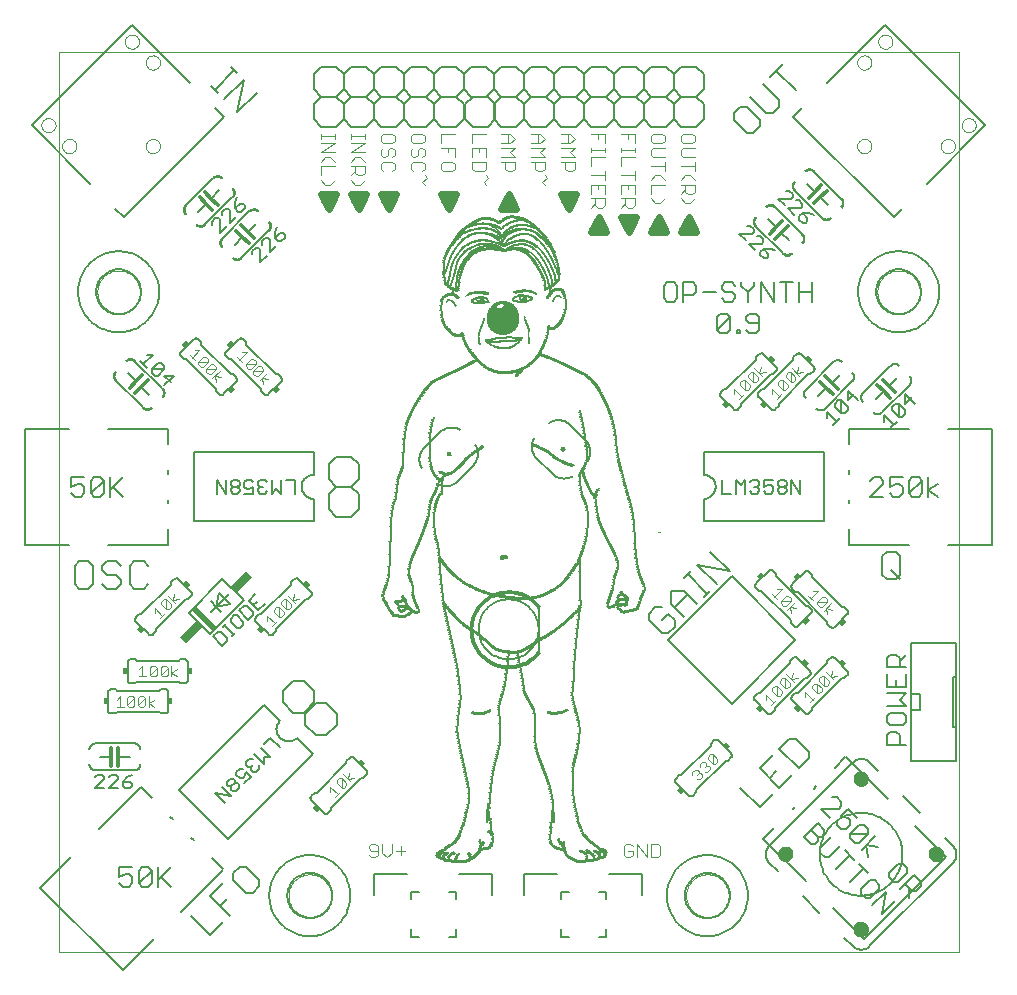
<source format=gto>
G75*
%MOIN*%
%OFA0B0*%
%FSLAX24Y24*%
%IPPOS*%
%LPD*%
%AMOC8*
5,1,8,0,0,1.08239X$1,22.5*
%
%ADD10C,0.0000*%
%ADD11C,0.0080*%
%ADD12C,0.0060*%
%ADD13C,0.0240*%
%ADD14R,0.0250X0.0017*%
%ADD15R,0.0200X0.0017*%
%ADD16R,0.0183X0.0017*%
%ADD17R,0.0333X0.0017*%
%ADD18R,0.0317X0.0017*%
%ADD19R,0.0783X0.0017*%
%ADD20R,0.0383X0.0017*%
%ADD21R,0.0850X0.0017*%
%ADD22R,0.0667X0.0017*%
%ADD23R,0.0900X0.0017*%
%ADD24R,0.0800X0.0017*%
%ADD25R,0.0517X0.0017*%
%ADD26R,0.0233X0.0017*%
%ADD27R,0.0250X0.0017*%
%ADD28R,0.0484X0.0017*%
%ADD29R,0.0350X0.0017*%
%ADD30R,0.0100X0.0017*%
%ADD31R,0.0217X0.0017*%
%ADD32R,0.0483X0.0017*%
%ADD33R,0.0200X0.0017*%
%ADD34R,0.0100X0.0017*%
%ADD35R,0.0184X0.0017*%
%ADD36R,0.0267X0.0017*%
%ADD37R,0.0217X0.0017*%
%ADD38R,0.0083X0.0017*%
%ADD39R,0.0350X0.0017*%
%ADD40R,0.0083X0.0017*%
%ADD41R,0.0183X0.0017*%
%ADD42R,0.0084X0.0017*%
%ADD43R,0.0167X0.0017*%
%ADD44R,0.0084X0.0017*%
%ADD45R,0.0216X0.0017*%
%ADD46R,0.0150X0.0017*%
%ADD47R,0.0117X0.0017*%
%ADD48R,0.0233X0.0017*%
%ADD49R,0.0150X0.0017*%
%ADD50R,0.0133X0.0017*%
%ADD51R,0.0134X0.0017*%
%ADD52R,0.0117X0.0017*%
%ADD53R,0.0167X0.0017*%
%ADD54R,0.0133X0.0017*%
%ADD55R,0.0116X0.0017*%
%ADD56R,0.0166X0.0017*%
%ADD57R,0.0433X0.0017*%
%ADD58R,0.0116X0.0017*%
%ADD59R,0.0134X0.0017*%
%ADD60R,0.0266X0.0017*%
%ADD61R,0.0050X0.0017*%
%ADD62R,0.0067X0.0017*%
%ADD63R,0.0450X0.0017*%
%ADD64R,0.0017X0.0017*%
%ADD65R,0.0267X0.0017*%
%ADD66R,0.0300X0.0017*%
%ADD67R,0.0334X0.0017*%
%ADD68R,0.0316X0.0017*%
%ADD69R,0.0367X0.0017*%
%ADD70R,0.0366X0.0017*%
%ADD71R,0.0266X0.0017*%
%ADD72R,0.0166X0.0017*%
%ADD73R,0.0050X0.0017*%
%ADD74R,0.0066X0.0017*%
%ADD75R,0.0400X0.0017*%
%ADD76R,0.0234X0.0017*%
%ADD77R,0.0483X0.0017*%
%ADD78R,0.0450X0.0017*%
%ADD79R,0.0534X0.0017*%
%ADD80R,0.0533X0.0017*%
%ADD81R,0.0567X0.0017*%
%ADD82R,0.0600X0.0017*%
%ADD83R,0.0633X0.0017*%
%ADD84R,0.0067X0.0017*%
%ADD85R,0.0034X0.0017*%
%ADD86R,0.0384X0.0017*%
%ADD87R,0.0534X0.0017*%
%ADD88R,0.0684X0.0017*%
%ADD89R,0.0866X0.0017*%
%ADD90R,0.0234X0.0017*%
%ADD91R,0.0500X0.0017*%
%ADD92R,0.0550X0.0017*%
%ADD93R,0.0033X0.0017*%
%ADD94R,0.0367X0.0017*%
%ADD95R,0.0300X0.0017*%
%ADD96R,0.0334X0.0017*%
%ADD97R,0.0467X0.0017*%
%ADD98R,0.0433X0.0017*%
%ADD99R,0.0283X0.0017*%
%ADD100R,0.0416X0.0017*%
%ADD101R,0.0316X0.0017*%
%ADD102R,0.0466X0.0017*%
%ADD103R,0.0216X0.0017*%
%ADD104R,0.0283X0.0017*%
%ADD105R,0.0416X0.0017*%
%ADD106R,0.0566X0.0017*%
%ADD107R,0.0400X0.0017*%
%ADD108R,0.0867X0.0017*%
%ADD109R,0.1067X0.0017*%
%ADD110R,0.1233X0.0017*%
%ADD111R,0.1383X0.0017*%
%ADD112R,0.0616X0.0017*%
%ADD113R,0.0184X0.0017*%
%ADD114R,0.0317X0.0017*%
%ADD115R,0.0466X0.0017*%
%ADD116R,0.0683X0.0017*%
%ADD117R,0.0783X0.0017*%
%ADD118R,0.1000X0.0017*%
%ADD119R,0.0034X0.0017*%
%ADD120R,0.0500X0.0017*%
%ADD121R,0.0933X0.0017*%
%ADD122R,0.1050X0.0017*%
%ADD123R,0.0733X0.0017*%
%ADD124R,0.0033X0.0017*%
%ADD125R,0.0333X0.0017*%
%ADD126R,0.0583X0.0017*%
%ADD127R,0.0650X0.0017*%
%ADD128R,0.0750X0.0017*%
%ADD129R,0.0817X0.0017*%
%ADD130R,0.0850X0.0017*%
%ADD131R,0.0883X0.0017*%
%ADD132R,0.0883X0.0017*%
%ADD133R,0.0917X0.0017*%
%ADD134R,0.0950X0.0017*%
%ADD135R,0.0950X0.0017*%
%ADD136R,0.0983X0.0017*%
%ADD137R,0.0983X0.0017*%
%ADD138R,0.1017X0.0017*%
%ADD139R,0.1017X0.0017*%
%ADD140R,0.1050X0.0017*%
%ADD141R,0.0017X0.0017*%
%ADD142R,0.0917X0.0017*%
%ADD143R,0.0417X0.0017*%
%ADD144R,0.0366X0.0017*%
%ADD145R,0.0066X0.0017*%
%ADD146R,0.0517X0.0017*%
%ADD147R,0.0417X0.0017*%
%ADD148R,0.0434X0.0017*%
%ADD149R,0.0634X0.0017*%
%ADD150R,0.0700X0.0017*%
%ADD151R,0.0284X0.0017*%
%ADD152R,0.0383X0.0017*%
%ADD153R,0.1684X0.0017*%
%ADD154R,0.0834X0.0017*%
%ADD155R,0.0716X0.0017*%
%ADD156R,0.0767X0.0017*%
%ADD157R,0.0667X0.0017*%
%ADD158R,0.0600X0.0017*%
%ADD159R,0.0550X0.0017*%
%ADD160R,0.0284X0.0017*%
%ADD161R,0.0717X0.0017*%
%ADD162R,0.0567X0.0017*%
%ADD163R,0.0467X0.0017*%
%ADD164R,0.0617X0.0017*%
%ADD165R,0.0616X0.0017*%
%ADD166C,0.0120*%
%ADD167C,0.0050*%
%ADD168C,0.0040*%
%ADD169R,0.0150X0.0200*%
%ADD170C,0.0276*%
%ADD171C,0.0010*%
%ADD172R,0.0200X0.1000*%
%ADD173R,0.0750X0.0300*%
%ADD174C,0.0006*%
D10*
X001898Y001011D02*
X001898Y031011D01*
X031898Y031011D01*
X031898Y001011D01*
X001898Y001011D01*
X009564Y002886D02*
X009566Y002939D01*
X009572Y002992D01*
X009582Y003044D01*
X009595Y003095D01*
X009613Y003145D01*
X009634Y003194D01*
X009659Y003241D01*
X009687Y003285D01*
X009719Y003328D01*
X009753Y003368D01*
X009791Y003406D01*
X009831Y003440D01*
X009874Y003472D01*
X009919Y003500D01*
X009965Y003525D01*
X010014Y003546D01*
X010064Y003564D01*
X010115Y003577D01*
X010167Y003587D01*
X010220Y003593D01*
X010273Y003595D01*
X010326Y003593D01*
X010379Y003587D01*
X010431Y003577D01*
X010482Y003564D01*
X010532Y003546D01*
X010581Y003525D01*
X010628Y003500D01*
X010672Y003472D01*
X010715Y003440D01*
X010755Y003406D01*
X010793Y003368D01*
X010827Y003328D01*
X010859Y003285D01*
X010887Y003240D01*
X010912Y003194D01*
X010933Y003145D01*
X010951Y003095D01*
X010964Y003044D01*
X010974Y002992D01*
X010980Y002939D01*
X010982Y002886D01*
X010980Y002833D01*
X010974Y002780D01*
X010964Y002728D01*
X010951Y002677D01*
X010933Y002627D01*
X010912Y002578D01*
X010887Y002531D01*
X010859Y002487D01*
X010827Y002444D01*
X010793Y002404D01*
X010755Y002366D01*
X010715Y002332D01*
X010672Y002300D01*
X010627Y002272D01*
X010581Y002247D01*
X010532Y002226D01*
X010482Y002208D01*
X010431Y002195D01*
X010379Y002185D01*
X010326Y002179D01*
X010273Y002177D01*
X010220Y002179D01*
X010167Y002185D01*
X010115Y002195D01*
X010064Y002208D01*
X010014Y002226D01*
X009965Y002247D01*
X009918Y002272D01*
X009874Y002300D01*
X009831Y002332D01*
X009791Y002366D01*
X009753Y002404D01*
X009719Y002444D01*
X009687Y002487D01*
X009659Y002532D01*
X009634Y002578D01*
X009613Y002627D01*
X009595Y002677D01*
X009582Y002728D01*
X009572Y002780D01*
X009566Y002833D01*
X009564Y002886D01*
X022814Y002886D02*
X022816Y002939D01*
X022822Y002992D01*
X022832Y003044D01*
X022845Y003095D01*
X022863Y003145D01*
X022884Y003194D01*
X022909Y003241D01*
X022937Y003285D01*
X022969Y003328D01*
X023003Y003368D01*
X023041Y003406D01*
X023081Y003440D01*
X023124Y003472D01*
X023169Y003500D01*
X023215Y003525D01*
X023264Y003546D01*
X023314Y003564D01*
X023365Y003577D01*
X023417Y003587D01*
X023470Y003593D01*
X023523Y003595D01*
X023576Y003593D01*
X023629Y003587D01*
X023681Y003577D01*
X023732Y003564D01*
X023782Y003546D01*
X023831Y003525D01*
X023878Y003500D01*
X023922Y003472D01*
X023965Y003440D01*
X024005Y003406D01*
X024043Y003368D01*
X024077Y003328D01*
X024109Y003285D01*
X024137Y003240D01*
X024162Y003194D01*
X024183Y003145D01*
X024201Y003095D01*
X024214Y003044D01*
X024224Y002992D01*
X024230Y002939D01*
X024232Y002886D01*
X024230Y002833D01*
X024224Y002780D01*
X024214Y002728D01*
X024201Y002677D01*
X024183Y002627D01*
X024162Y002578D01*
X024137Y002531D01*
X024109Y002487D01*
X024077Y002444D01*
X024043Y002404D01*
X024005Y002366D01*
X023965Y002332D01*
X023922Y002300D01*
X023877Y002272D01*
X023831Y002247D01*
X023782Y002226D01*
X023732Y002208D01*
X023681Y002195D01*
X023629Y002185D01*
X023576Y002179D01*
X023523Y002177D01*
X023470Y002179D01*
X023417Y002185D01*
X023365Y002195D01*
X023314Y002208D01*
X023264Y002226D01*
X023215Y002247D01*
X023168Y002272D01*
X023124Y002300D01*
X023081Y002332D01*
X023041Y002366D01*
X023003Y002404D01*
X022969Y002444D01*
X022937Y002487D01*
X022909Y002532D01*
X022884Y002578D01*
X022863Y002627D01*
X022845Y002677D01*
X022832Y002728D01*
X022822Y002780D01*
X022816Y002833D01*
X022814Y002886D01*
X029189Y023011D02*
X029191Y023064D01*
X029197Y023117D01*
X029207Y023169D01*
X029220Y023220D01*
X029238Y023270D01*
X029259Y023319D01*
X029284Y023366D01*
X029312Y023410D01*
X029344Y023453D01*
X029378Y023493D01*
X029416Y023531D01*
X029456Y023565D01*
X029499Y023597D01*
X029544Y023625D01*
X029590Y023650D01*
X029639Y023671D01*
X029689Y023689D01*
X029740Y023702D01*
X029792Y023712D01*
X029845Y023718D01*
X029898Y023720D01*
X029951Y023718D01*
X030004Y023712D01*
X030056Y023702D01*
X030107Y023689D01*
X030157Y023671D01*
X030206Y023650D01*
X030253Y023625D01*
X030297Y023597D01*
X030340Y023565D01*
X030380Y023531D01*
X030418Y023493D01*
X030452Y023453D01*
X030484Y023410D01*
X030512Y023365D01*
X030537Y023319D01*
X030558Y023270D01*
X030576Y023220D01*
X030589Y023169D01*
X030599Y023117D01*
X030605Y023064D01*
X030607Y023011D01*
X030605Y022958D01*
X030599Y022905D01*
X030589Y022853D01*
X030576Y022802D01*
X030558Y022752D01*
X030537Y022703D01*
X030512Y022656D01*
X030484Y022612D01*
X030452Y022569D01*
X030418Y022529D01*
X030380Y022491D01*
X030340Y022457D01*
X030297Y022425D01*
X030252Y022397D01*
X030206Y022372D01*
X030157Y022351D01*
X030107Y022333D01*
X030056Y022320D01*
X030004Y022310D01*
X029951Y022304D01*
X029898Y022302D01*
X029845Y022304D01*
X029792Y022310D01*
X029740Y022320D01*
X029689Y022333D01*
X029639Y022351D01*
X029590Y022372D01*
X029543Y022397D01*
X029499Y022425D01*
X029456Y022457D01*
X029416Y022491D01*
X029378Y022529D01*
X029344Y022569D01*
X029312Y022612D01*
X029284Y022657D01*
X029259Y022703D01*
X029238Y022752D01*
X029220Y022802D01*
X029207Y022853D01*
X029197Y022905D01*
X029191Y022958D01*
X029189Y023011D01*
X028520Y027869D02*
X028522Y027899D01*
X028528Y027929D01*
X028537Y027958D01*
X028550Y027985D01*
X028567Y028010D01*
X028586Y028033D01*
X028609Y028054D01*
X028634Y028071D01*
X028660Y028085D01*
X028689Y028095D01*
X028718Y028102D01*
X028748Y028105D01*
X028779Y028104D01*
X028809Y028099D01*
X028838Y028090D01*
X028865Y028078D01*
X028891Y028063D01*
X028915Y028044D01*
X028936Y028022D01*
X028954Y027998D01*
X028969Y027971D01*
X028980Y027943D01*
X028988Y027914D01*
X028992Y027884D01*
X028992Y027854D01*
X028988Y027824D01*
X028980Y027795D01*
X028969Y027767D01*
X028954Y027740D01*
X028936Y027716D01*
X028915Y027694D01*
X028891Y027675D01*
X028865Y027660D01*
X028838Y027648D01*
X028809Y027639D01*
X028779Y027634D01*
X028748Y027633D01*
X028718Y027636D01*
X028689Y027643D01*
X028660Y027653D01*
X028634Y027667D01*
X028609Y027684D01*
X028586Y027705D01*
X028567Y027728D01*
X028550Y027753D01*
X028537Y027780D01*
X028528Y027809D01*
X028522Y027839D01*
X028520Y027869D01*
X031304Y027869D02*
X031306Y027899D01*
X031312Y027929D01*
X031321Y027958D01*
X031334Y027985D01*
X031351Y028010D01*
X031370Y028033D01*
X031393Y028054D01*
X031418Y028071D01*
X031444Y028085D01*
X031473Y028095D01*
X031502Y028102D01*
X031532Y028105D01*
X031563Y028104D01*
X031593Y028099D01*
X031622Y028090D01*
X031649Y028078D01*
X031675Y028063D01*
X031699Y028044D01*
X031720Y028022D01*
X031738Y027998D01*
X031753Y027971D01*
X031764Y027943D01*
X031772Y027914D01*
X031776Y027884D01*
X031776Y027854D01*
X031772Y027824D01*
X031764Y027795D01*
X031753Y027767D01*
X031738Y027740D01*
X031720Y027716D01*
X031699Y027694D01*
X031675Y027675D01*
X031649Y027660D01*
X031622Y027648D01*
X031593Y027639D01*
X031563Y027634D01*
X031532Y027633D01*
X031502Y027636D01*
X031473Y027643D01*
X031444Y027653D01*
X031418Y027667D01*
X031393Y027684D01*
X031370Y027705D01*
X031351Y027728D01*
X031334Y027753D01*
X031321Y027780D01*
X031312Y027809D01*
X031306Y027839D01*
X031304Y027869D01*
X032000Y028565D02*
X032002Y028595D01*
X032008Y028625D01*
X032017Y028654D01*
X032030Y028681D01*
X032047Y028706D01*
X032066Y028729D01*
X032089Y028750D01*
X032114Y028767D01*
X032140Y028781D01*
X032169Y028791D01*
X032198Y028798D01*
X032228Y028801D01*
X032259Y028800D01*
X032289Y028795D01*
X032318Y028786D01*
X032345Y028774D01*
X032371Y028759D01*
X032395Y028740D01*
X032416Y028718D01*
X032434Y028694D01*
X032449Y028667D01*
X032460Y028639D01*
X032468Y028610D01*
X032472Y028580D01*
X032472Y028550D01*
X032468Y028520D01*
X032460Y028491D01*
X032449Y028463D01*
X032434Y028436D01*
X032416Y028412D01*
X032395Y028390D01*
X032371Y028371D01*
X032345Y028356D01*
X032318Y028344D01*
X032289Y028335D01*
X032259Y028330D01*
X032228Y028329D01*
X032198Y028332D01*
X032169Y028339D01*
X032140Y028349D01*
X032114Y028363D01*
X032089Y028380D01*
X032066Y028401D01*
X032047Y028424D01*
X032030Y028449D01*
X032017Y028476D01*
X032008Y028505D01*
X032002Y028535D01*
X032000Y028565D01*
X028520Y030653D02*
X028522Y030683D01*
X028528Y030713D01*
X028537Y030742D01*
X028550Y030769D01*
X028567Y030794D01*
X028586Y030817D01*
X028609Y030838D01*
X028634Y030855D01*
X028660Y030869D01*
X028689Y030879D01*
X028718Y030886D01*
X028748Y030889D01*
X028779Y030888D01*
X028809Y030883D01*
X028838Y030874D01*
X028865Y030862D01*
X028891Y030847D01*
X028915Y030828D01*
X028936Y030806D01*
X028954Y030782D01*
X028969Y030755D01*
X028980Y030727D01*
X028988Y030698D01*
X028992Y030668D01*
X028992Y030638D01*
X028988Y030608D01*
X028980Y030579D01*
X028969Y030551D01*
X028954Y030524D01*
X028936Y030500D01*
X028915Y030478D01*
X028891Y030459D01*
X028865Y030444D01*
X028838Y030432D01*
X028809Y030423D01*
X028779Y030418D01*
X028748Y030417D01*
X028718Y030420D01*
X028689Y030427D01*
X028660Y030437D01*
X028634Y030451D01*
X028609Y030468D01*
X028586Y030489D01*
X028567Y030512D01*
X028550Y030537D01*
X028537Y030564D01*
X028528Y030593D01*
X028522Y030623D01*
X028520Y030653D01*
X029216Y031349D02*
X029218Y031379D01*
X029224Y031409D01*
X029233Y031438D01*
X029246Y031465D01*
X029263Y031490D01*
X029282Y031513D01*
X029305Y031534D01*
X029330Y031551D01*
X029356Y031565D01*
X029385Y031575D01*
X029414Y031582D01*
X029444Y031585D01*
X029475Y031584D01*
X029505Y031579D01*
X029534Y031570D01*
X029561Y031558D01*
X029587Y031543D01*
X029611Y031524D01*
X029632Y031502D01*
X029650Y031478D01*
X029665Y031451D01*
X029676Y031423D01*
X029684Y031394D01*
X029688Y031364D01*
X029688Y031334D01*
X029684Y031304D01*
X029676Y031275D01*
X029665Y031247D01*
X029650Y031220D01*
X029632Y031196D01*
X029611Y031174D01*
X029587Y031155D01*
X029561Y031140D01*
X029534Y031128D01*
X029505Y031119D01*
X029475Y031114D01*
X029444Y031113D01*
X029414Y031116D01*
X029385Y031123D01*
X029356Y031133D01*
X029330Y031147D01*
X029305Y031164D01*
X029282Y031185D01*
X029263Y031208D01*
X029246Y031233D01*
X029233Y031260D01*
X029224Y031289D01*
X029218Y031319D01*
X029216Y031349D01*
X004804Y030653D02*
X004806Y030683D01*
X004812Y030713D01*
X004821Y030742D01*
X004834Y030769D01*
X004851Y030794D01*
X004870Y030817D01*
X004893Y030838D01*
X004918Y030855D01*
X004944Y030869D01*
X004973Y030879D01*
X005002Y030886D01*
X005032Y030889D01*
X005063Y030888D01*
X005093Y030883D01*
X005122Y030874D01*
X005149Y030862D01*
X005175Y030847D01*
X005199Y030828D01*
X005220Y030806D01*
X005238Y030782D01*
X005253Y030755D01*
X005264Y030727D01*
X005272Y030698D01*
X005276Y030668D01*
X005276Y030638D01*
X005272Y030608D01*
X005264Y030579D01*
X005253Y030551D01*
X005238Y030524D01*
X005220Y030500D01*
X005199Y030478D01*
X005175Y030459D01*
X005149Y030444D01*
X005122Y030432D01*
X005093Y030423D01*
X005063Y030418D01*
X005032Y030417D01*
X005002Y030420D01*
X004973Y030427D01*
X004944Y030437D01*
X004918Y030451D01*
X004893Y030468D01*
X004870Y030489D01*
X004851Y030512D01*
X004834Y030537D01*
X004821Y030564D01*
X004812Y030593D01*
X004806Y030623D01*
X004804Y030653D01*
X004108Y031349D02*
X004110Y031379D01*
X004116Y031409D01*
X004125Y031438D01*
X004138Y031465D01*
X004155Y031490D01*
X004174Y031513D01*
X004197Y031534D01*
X004222Y031551D01*
X004248Y031565D01*
X004277Y031575D01*
X004306Y031582D01*
X004336Y031585D01*
X004367Y031584D01*
X004397Y031579D01*
X004426Y031570D01*
X004453Y031558D01*
X004479Y031543D01*
X004503Y031524D01*
X004524Y031502D01*
X004542Y031478D01*
X004557Y031451D01*
X004568Y031423D01*
X004576Y031394D01*
X004580Y031364D01*
X004580Y031334D01*
X004576Y031304D01*
X004568Y031275D01*
X004557Y031247D01*
X004542Y031220D01*
X004524Y031196D01*
X004503Y031174D01*
X004479Y031155D01*
X004453Y031140D01*
X004426Y031128D01*
X004397Y031119D01*
X004367Y031114D01*
X004336Y031113D01*
X004306Y031116D01*
X004277Y031123D01*
X004248Y031133D01*
X004222Y031147D01*
X004197Y031164D01*
X004174Y031185D01*
X004155Y031208D01*
X004138Y031233D01*
X004125Y031260D01*
X004116Y031289D01*
X004110Y031319D01*
X004108Y031349D01*
X001324Y028565D02*
X001326Y028595D01*
X001332Y028625D01*
X001341Y028654D01*
X001354Y028681D01*
X001371Y028706D01*
X001390Y028729D01*
X001413Y028750D01*
X001438Y028767D01*
X001464Y028781D01*
X001493Y028791D01*
X001522Y028798D01*
X001552Y028801D01*
X001583Y028800D01*
X001613Y028795D01*
X001642Y028786D01*
X001669Y028774D01*
X001695Y028759D01*
X001719Y028740D01*
X001740Y028718D01*
X001758Y028694D01*
X001773Y028667D01*
X001784Y028639D01*
X001792Y028610D01*
X001796Y028580D01*
X001796Y028550D01*
X001792Y028520D01*
X001784Y028491D01*
X001773Y028463D01*
X001758Y028436D01*
X001740Y028412D01*
X001719Y028390D01*
X001695Y028371D01*
X001669Y028356D01*
X001642Y028344D01*
X001613Y028335D01*
X001583Y028330D01*
X001552Y028329D01*
X001522Y028332D01*
X001493Y028339D01*
X001464Y028349D01*
X001438Y028363D01*
X001413Y028380D01*
X001390Y028401D01*
X001371Y028424D01*
X001354Y028449D01*
X001341Y028476D01*
X001332Y028505D01*
X001326Y028535D01*
X001324Y028565D01*
X002020Y027869D02*
X002022Y027899D01*
X002028Y027929D01*
X002037Y027958D01*
X002050Y027985D01*
X002067Y028010D01*
X002086Y028033D01*
X002109Y028054D01*
X002134Y028071D01*
X002160Y028085D01*
X002189Y028095D01*
X002218Y028102D01*
X002248Y028105D01*
X002279Y028104D01*
X002309Y028099D01*
X002338Y028090D01*
X002365Y028078D01*
X002391Y028063D01*
X002415Y028044D01*
X002436Y028022D01*
X002454Y027998D01*
X002469Y027971D01*
X002480Y027943D01*
X002488Y027914D01*
X002492Y027884D01*
X002492Y027854D01*
X002488Y027824D01*
X002480Y027795D01*
X002469Y027767D01*
X002454Y027740D01*
X002436Y027716D01*
X002415Y027694D01*
X002391Y027675D01*
X002365Y027660D01*
X002338Y027648D01*
X002309Y027639D01*
X002279Y027634D01*
X002248Y027633D01*
X002218Y027636D01*
X002189Y027643D01*
X002160Y027653D01*
X002134Y027667D01*
X002109Y027684D01*
X002086Y027705D01*
X002067Y027728D01*
X002050Y027753D01*
X002037Y027780D01*
X002028Y027809D01*
X002022Y027839D01*
X002020Y027869D01*
X004804Y027869D02*
X004806Y027899D01*
X004812Y027929D01*
X004821Y027958D01*
X004834Y027985D01*
X004851Y028010D01*
X004870Y028033D01*
X004893Y028054D01*
X004918Y028071D01*
X004944Y028085D01*
X004973Y028095D01*
X005002Y028102D01*
X005032Y028105D01*
X005063Y028104D01*
X005093Y028099D01*
X005122Y028090D01*
X005149Y028078D01*
X005175Y028063D01*
X005199Y028044D01*
X005220Y028022D01*
X005238Y027998D01*
X005253Y027971D01*
X005264Y027943D01*
X005272Y027914D01*
X005276Y027884D01*
X005276Y027854D01*
X005272Y027824D01*
X005264Y027795D01*
X005253Y027767D01*
X005238Y027740D01*
X005220Y027716D01*
X005199Y027694D01*
X005175Y027675D01*
X005149Y027660D01*
X005122Y027648D01*
X005093Y027639D01*
X005063Y027634D01*
X005032Y027633D01*
X005002Y027636D01*
X004973Y027643D01*
X004944Y027653D01*
X004918Y027667D01*
X004893Y027684D01*
X004870Y027705D01*
X004851Y027728D01*
X004834Y027753D01*
X004821Y027780D01*
X004812Y027809D01*
X004806Y027839D01*
X004804Y027869D01*
X003189Y023011D02*
X003191Y023064D01*
X003197Y023117D01*
X003207Y023169D01*
X003220Y023220D01*
X003238Y023270D01*
X003259Y023319D01*
X003284Y023366D01*
X003312Y023410D01*
X003344Y023453D01*
X003378Y023493D01*
X003416Y023531D01*
X003456Y023565D01*
X003499Y023597D01*
X003544Y023625D01*
X003590Y023650D01*
X003639Y023671D01*
X003689Y023689D01*
X003740Y023702D01*
X003792Y023712D01*
X003845Y023718D01*
X003898Y023720D01*
X003951Y023718D01*
X004004Y023712D01*
X004056Y023702D01*
X004107Y023689D01*
X004157Y023671D01*
X004206Y023650D01*
X004253Y023625D01*
X004297Y023597D01*
X004340Y023565D01*
X004380Y023531D01*
X004418Y023493D01*
X004452Y023453D01*
X004484Y023410D01*
X004512Y023365D01*
X004537Y023319D01*
X004558Y023270D01*
X004576Y023220D01*
X004589Y023169D01*
X004599Y023117D01*
X004605Y023064D01*
X004607Y023011D01*
X004605Y022958D01*
X004599Y022905D01*
X004589Y022853D01*
X004576Y022802D01*
X004558Y022752D01*
X004537Y022703D01*
X004512Y022656D01*
X004484Y022612D01*
X004452Y022569D01*
X004418Y022529D01*
X004380Y022491D01*
X004340Y022457D01*
X004297Y022425D01*
X004252Y022397D01*
X004206Y022372D01*
X004157Y022351D01*
X004107Y022333D01*
X004056Y022320D01*
X004004Y022310D01*
X003951Y022304D01*
X003898Y022302D01*
X003845Y022304D01*
X003792Y022310D01*
X003740Y022320D01*
X003689Y022333D01*
X003639Y022351D01*
X003590Y022372D01*
X003543Y022397D01*
X003499Y022425D01*
X003456Y022457D01*
X003416Y022491D01*
X003378Y022529D01*
X003344Y022569D01*
X003312Y022612D01*
X003284Y022657D01*
X003259Y022703D01*
X003238Y022752D01*
X003220Y022802D01*
X003207Y022853D01*
X003197Y022905D01*
X003191Y022958D01*
X003189Y023011D01*
D11*
X003150Y023011D02*
X003152Y023066D01*
X003158Y023120D01*
X003168Y023174D01*
X003182Y023226D01*
X003199Y023278D01*
X003221Y023328D01*
X003246Y023377D01*
X003274Y023424D01*
X003306Y023468D01*
X003341Y023510D01*
X003379Y023549D01*
X003420Y023586D01*
X003463Y023619D01*
X003508Y023649D01*
X003556Y023676D01*
X003605Y023699D01*
X003656Y023719D01*
X003709Y023735D01*
X003762Y023747D01*
X003816Y023755D01*
X003871Y023759D01*
X003925Y023759D01*
X003980Y023755D01*
X004034Y023747D01*
X004087Y023735D01*
X004140Y023719D01*
X004191Y023699D01*
X004240Y023676D01*
X004288Y023649D01*
X004333Y023619D01*
X004376Y023586D01*
X004417Y023549D01*
X004455Y023510D01*
X004490Y023468D01*
X004522Y023424D01*
X004550Y023377D01*
X004575Y023328D01*
X004597Y023278D01*
X004614Y023226D01*
X004628Y023174D01*
X004638Y023120D01*
X004644Y023066D01*
X004646Y023011D01*
X004644Y022956D01*
X004638Y022902D01*
X004628Y022848D01*
X004614Y022796D01*
X004597Y022744D01*
X004575Y022694D01*
X004550Y022645D01*
X004522Y022598D01*
X004490Y022554D01*
X004455Y022512D01*
X004417Y022473D01*
X004376Y022436D01*
X004333Y022403D01*
X004288Y022373D01*
X004240Y022346D01*
X004191Y022323D01*
X004140Y022303D01*
X004087Y022287D01*
X004034Y022275D01*
X003980Y022267D01*
X003925Y022263D01*
X003871Y022263D01*
X003816Y022267D01*
X003762Y022275D01*
X003709Y022287D01*
X003656Y022303D01*
X003605Y022323D01*
X003556Y022346D01*
X003508Y022373D01*
X003463Y022403D01*
X003420Y022436D01*
X003379Y022473D01*
X003341Y022512D01*
X003306Y022554D01*
X003274Y022598D01*
X003246Y022645D01*
X003221Y022694D01*
X003199Y022744D01*
X003182Y022796D01*
X003168Y022848D01*
X003158Y022902D01*
X003152Y022956D01*
X003150Y023011D01*
X004066Y025503D02*
X003787Y025781D01*
X004066Y025503D02*
X007406Y028844D01*
X007128Y029122D01*
X007422Y029423D02*
X008073Y030074D01*
X007856Y028989D01*
X008507Y029640D01*
X007856Y030291D02*
X007639Y030508D01*
X007747Y030400D02*
X007096Y029748D01*
X006988Y029857D02*
X007205Y029640D01*
X006293Y029957D02*
X004344Y031906D01*
X001003Y028565D01*
X002952Y026617D01*
X010398Y028761D02*
X010648Y028511D01*
X011148Y028511D01*
X011398Y028761D01*
X011648Y028511D01*
X012148Y028511D01*
X012398Y028761D01*
X012398Y029261D01*
X012148Y029511D01*
X012398Y029761D01*
X012398Y030261D01*
X012148Y030511D01*
X011648Y030511D01*
X011398Y030261D01*
X011398Y029761D01*
X011648Y029511D01*
X012148Y029511D01*
X011648Y029511D01*
X011398Y029261D01*
X011398Y028761D01*
X011398Y029261D01*
X011148Y029511D01*
X011398Y029761D01*
X011398Y030261D01*
X011148Y030511D01*
X010648Y030511D01*
X010398Y030261D01*
X010398Y029761D01*
X010648Y029511D01*
X011148Y029511D01*
X010648Y029511D01*
X010398Y029261D01*
X010398Y028761D01*
X012398Y028761D02*
X012648Y028511D01*
X013148Y028511D01*
X013398Y028761D01*
X013398Y029261D01*
X013148Y029511D01*
X013398Y029761D01*
X013398Y030261D01*
X013148Y030511D01*
X012648Y030511D01*
X012398Y030261D01*
X012398Y029761D01*
X012648Y029511D01*
X013148Y029511D01*
X012648Y029511D01*
X012398Y029261D01*
X012398Y028761D01*
X013398Y028761D02*
X013648Y028511D01*
X014148Y028511D01*
X014398Y028761D01*
X014398Y029261D01*
X014148Y029511D01*
X014398Y029761D01*
X014648Y029511D01*
X015148Y029511D01*
X015398Y029761D01*
X015648Y029511D01*
X016148Y029511D01*
X016398Y029761D01*
X016648Y029511D01*
X017148Y029511D01*
X017398Y029761D01*
X017398Y030261D01*
X017148Y030511D01*
X016648Y030511D01*
X016398Y030261D01*
X016398Y029761D01*
X016398Y030261D01*
X016148Y030511D01*
X015648Y030511D01*
X015398Y030261D01*
X015398Y029761D01*
X015398Y030261D01*
X015148Y030511D01*
X014648Y030511D01*
X014398Y030261D01*
X014398Y029761D01*
X014398Y030261D01*
X014148Y030511D01*
X013648Y030511D01*
X013398Y030261D01*
X013398Y029761D01*
X013648Y029511D01*
X014148Y029511D01*
X013648Y029511D01*
X013398Y029261D01*
X013398Y028761D01*
X014398Y028761D02*
X014648Y028511D01*
X015148Y028511D01*
X015398Y028761D01*
X015398Y029261D01*
X015148Y029511D01*
X014648Y029511D01*
X014398Y029261D01*
X014398Y028761D01*
X015448Y028761D02*
X015698Y028511D01*
X016198Y028511D01*
X016448Y028761D01*
X016448Y029261D01*
X016198Y029511D01*
X015698Y029511D01*
X015448Y029261D01*
X015448Y028761D01*
X016398Y028761D02*
X016648Y028511D01*
X017148Y028511D01*
X017398Y028761D01*
X017648Y028511D01*
X018148Y028511D01*
X018398Y028761D01*
X018648Y028511D01*
X019148Y028511D01*
X019398Y028761D01*
X019398Y029261D01*
X019148Y029511D01*
X019398Y029761D01*
X019398Y030261D01*
X019148Y030511D01*
X018648Y030511D01*
X018398Y030261D01*
X018398Y029761D01*
X018648Y029511D01*
X019148Y029511D01*
X018648Y029511D01*
X018398Y029261D01*
X018398Y028761D01*
X018398Y029261D01*
X018148Y029511D01*
X018398Y029761D01*
X018398Y030261D01*
X018148Y030511D01*
X017648Y030511D01*
X017398Y030261D01*
X017398Y029761D01*
X017648Y029511D01*
X018148Y029511D01*
X017648Y029511D01*
X017398Y029261D01*
X017398Y028761D01*
X017398Y029261D01*
X017148Y029511D01*
X016648Y029511D01*
X016398Y029261D01*
X016398Y028761D01*
X019398Y028761D02*
X019648Y028511D01*
X020148Y028511D01*
X020398Y028761D01*
X020648Y028511D01*
X021148Y028511D01*
X021398Y028761D01*
X021398Y029261D01*
X021148Y029511D01*
X021398Y029761D01*
X021398Y030261D01*
X021148Y030511D01*
X020648Y030511D01*
X020398Y030261D01*
X020398Y029761D01*
X020648Y029511D01*
X021148Y029511D01*
X020648Y029511D01*
X020398Y029261D01*
X020398Y028761D01*
X020398Y029261D01*
X020148Y029511D01*
X020398Y029761D01*
X020398Y030261D01*
X020148Y030511D01*
X019648Y030511D01*
X019398Y030261D01*
X019398Y029761D01*
X019648Y029511D01*
X020148Y029511D01*
X019648Y029511D01*
X019398Y029261D01*
X019398Y028761D01*
X021398Y028761D02*
X021648Y028511D01*
X022148Y028511D01*
X022398Y028761D01*
X022648Y028511D01*
X023148Y028511D01*
X023398Y028761D01*
X023398Y029261D01*
X023148Y029511D01*
X023398Y029761D01*
X023398Y030261D01*
X023148Y030511D01*
X022648Y030511D01*
X022398Y030261D01*
X022148Y030511D01*
X021648Y030511D01*
X021398Y030261D01*
X021398Y029761D01*
X021648Y029511D01*
X022148Y029511D01*
X022398Y029761D01*
X022398Y030261D01*
X022398Y029761D01*
X022648Y029511D01*
X023148Y029511D01*
X022648Y029511D01*
X022398Y029261D01*
X022398Y028761D01*
X022398Y029261D01*
X022148Y029511D01*
X021648Y029511D01*
X021398Y029261D01*
X021398Y028761D01*
X024405Y028750D02*
X024839Y028316D01*
X025056Y028316D01*
X025273Y028533D01*
X025273Y028750D01*
X024839Y029184D01*
X024622Y029184D01*
X024405Y028967D01*
X024405Y028750D01*
X024948Y029510D02*
X025491Y028967D01*
X025708Y028967D01*
X025925Y029184D01*
X025925Y029402D01*
X025382Y029944D01*
X025599Y030161D02*
X026033Y030595D01*
X025816Y030378D02*
X026467Y029727D01*
X026668Y029122D02*
X026390Y028844D01*
X029730Y025503D01*
X030009Y025781D01*
X030844Y026617D02*
X032793Y028565D01*
X029452Y031906D01*
X027503Y029957D01*
X029150Y023011D02*
X029152Y023066D01*
X029158Y023120D01*
X029168Y023174D01*
X029182Y023226D01*
X029199Y023278D01*
X029221Y023328D01*
X029246Y023377D01*
X029274Y023424D01*
X029306Y023468D01*
X029341Y023510D01*
X029379Y023549D01*
X029420Y023586D01*
X029463Y023619D01*
X029508Y023649D01*
X029556Y023676D01*
X029605Y023699D01*
X029656Y023719D01*
X029709Y023735D01*
X029762Y023747D01*
X029816Y023755D01*
X029871Y023759D01*
X029925Y023759D01*
X029980Y023755D01*
X030034Y023747D01*
X030087Y023735D01*
X030140Y023719D01*
X030191Y023699D01*
X030240Y023676D01*
X030288Y023649D01*
X030333Y023619D01*
X030376Y023586D01*
X030417Y023549D01*
X030455Y023510D01*
X030490Y023468D01*
X030522Y023424D01*
X030550Y023377D01*
X030575Y023328D01*
X030597Y023278D01*
X030614Y023226D01*
X030628Y023174D01*
X030638Y023120D01*
X030644Y023066D01*
X030646Y023011D01*
X030644Y022956D01*
X030638Y022902D01*
X030628Y022848D01*
X030614Y022796D01*
X030597Y022744D01*
X030575Y022694D01*
X030550Y022645D01*
X030522Y022598D01*
X030490Y022554D01*
X030455Y022512D01*
X030417Y022473D01*
X030376Y022436D01*
X030333Y022403D01*
X030288Y022373D01*
X030240Y022346D01*
X030191Y022323D01*
X030140Y022303D01*
X030087Y022287D01*
X030034Y022275D01*
X029980Y022267D01*
X029925Y022263D01*
X029871Y022263D01*
X029816Y022267D01*
X029762Y022275D01*
X029709Y022287D01*
X029656Y022303D01*
X029605Y022323D01*
X029556Y022346D01*
X029508Y022373D01*
X029463Y022403D01*
X029420Y022436D01*
X029379Y022473D01*
X029341Y022512D01*
X029306Y022554D01*
X029274Y022598D01*
X029246Y022645D01*
X029221Y022694D01*
X029199Y022744D01*
X029182Y022796D01*
X029168Y022848D01*
X029158Y022902D01*
X029152Y022956D01*
X029150Y023011D01*
X028260Y018452D02*
X030253Y018452D01*
X031538Y018452D02*
X033003Y018452D01*
X033003Y014570D01*
X031538Y014570D01*
X030252Y014570D02*
X028260Y014570D01*
X028260Y015094D01*
X029349Y014189D02*
X029502Y014343D01*
X029809Y014343D01*
X029962Y014189D01*
X029962Y013575D01*
X029809Y013422D01*
X029502Y013422D01*
X029349Y013575D01*
X029349Y014189D01*
X029655Y013729D02*
X029962Y013422D01*
X028260Y015960D02*
X028260Y016078D01*
X028260Y016944D02*
X028260Y017062D01*
X028260Y017929D02*
X028260Y018440D01*
X023627Y014349D02*
X024278Y013698D01*
X023193Y013915D01*
X023844Y013264D01*
X023627Y013047D02*
X023410Y012830D01*
X023519Y012939D02*
X022868Y013590D01*
X022976Y013698D02*
X022759Y013481D01*
X022759Y013047D02*
X023193Y012613D01*
X022868Y012939D02*
X022433Y012504D01*
X022325Y012613D02*
X022759Y012179D01*
X022433Y012070D02*
X022216Y012287D01*
X021999Y012070D01*
X021565Y012070D02*
X021565Y012287D01*
X021782Y012504D01*
X021999Y012504D01*
X022325Y012613D02*
X022325Y013047D01*
X022759Y013047D01*
X022433Y012070D02*
X022433Y011853D01*
X022216Y011636D01*
X021999Y011636D01*
X021565Y012070D01*
X017898Y012511D02*
X017898Y011011D01*
X011178Y008938D02*
X011178Y008584D01*
X010825Y008231D01*
X010471Y008231D01*
X010118Y008584D01*
X010118Y008938D01*
X010471Y009292D01*
X010825Y009292D01*
X011178Y008938D01*
X010428Y009334D02*
X010075Y008981D01*
X009721Y008981D01*
X009368Y009334D01*
X009368Y009688D01*
X009721Y010042D01*
X010075Y010042D01*
X010428Y009688D01*
X010428Y009334D01*
X005011Y006129D02*
X004641Y006499D01*
X003232Y005090D01*
X002323Y004181D02*
X001287Y003145D01*
X004032Y000401D01*
X005068Y001436D01*
X005977Y002345D02*
X007386Y003754D01*
X007377Y003762D02*
X007015Y004124D01*
X007714Y003623D02*
X007714Y003406D01*
X008148Y002972D01*
X008365Y002972D01*
X008582Y003189D01*
X008582Y003406D01*
X008148Y003840D01*
X007931Y003840D01*
X007714Y003623D01*
X007388Y003298D02*
X006954Y002864D01*
X007605Y002212D01*
X007388Y001995D02*
X006954Y001561D01*
X006303Y002212D01*
X007280Y002538D02*
X007497Y002755D01*
X009525Y002886D02*
X009527Y002941D01*
X009533Y002995D01*
X009543Y003049D01*
X009557Y003101D01*
X009574Y003153D01*
X009596Y003203D01*
X009621Y003252D01*
X009649Y003299D01*
X009681Y003343D01*
X009716Y003385D01*
X009754Y003424D01*
X009795Y003461D01*
X009838Y003494D01*
X009883Y003524D01*
X009931Y003551D01*
X009980Y003574D01*
X010031Y003594D01*
X010084Y003610D01*
X010137Y003622D01*
X010191Y003630D01*
X010246Y003634D01*
X010300Y003634D01*
X010355Y003630D01*
X010409Y003622D01*
X010462Y003610D01*
X010515Y003594D01*
X010566Y003574D01*
X010615Y003551D01*
X010663Y003524D01*
X010708Y003494D01*
X010751Y003461D01*
X010792Y003424D01*
X010830Y003385D01*
X010865Y003343D01*
X010897Y003299D01*
X010925Y003252D01*
X010950Y003203D01*
X010972Y003153D01*
X010989Y003101D01*
X011003Y003049D01*
X011013Y002995D01*
X011019Y002941D01*
X011021Y002886D01*
X011019Y002831D01*
X011013Y002777D01*
X011003Y002723D01*
X010989Y002671D01*
X010972Y002619D01*
X010950Y002569D01*
X010925Y002520D01*
X010897Y002473D01*
X010865Y002429D01*
X010830Y002387D01*
X010792Y002348D01*
X010751Y002311D01*
X010708Y002278D01*
X010663Y002248D01*
X010615Y002221D01*
X010566Y002198D01*
X010515Y002178D01*
X010462Y002162D01*
X010409Y002150D01*
X010355Y002142D01*
X010300Y002138D01*
X010246Y002138D01*
X010191Y002142D01*
X010137Y002150D01*
X010084Y002162D01*
X010031Y002178D01*
X009980Y002198D01*
X009931Y002221D01*
X009883Y002248D01*
X009838Y002278D01*
X009795Y002311D01*
X009754Y002348D01*
X009716Y002387D01*
X009681Y002429D01*
X009649Y002473D01*
X009621Y002520D01*
X009596Y002569D01*
X009574Y002619D01*
X009557Y002671D01*
X009543Y002723D01*
X009533Y002777D01*
X009527Y002831D01*
X009525Y002886D01*
X006403Y004737D02*
X006319Y004820D01*
X005707Y005433D02*
X005623Y005516D01*
X004733Y013108D02*
X004426Y013108D01*
X004273Y013262D01*
X004273Y013876D01*
X004426Y014029D01*
X004733Y014029D01*
X004887Y013876D01*
X004887Y013262D02*
X004733Y013108D01*
X003966Y013262D02*
X003813Y013108D01*
X003506Y013108D01*
X003352Y013262D01*
X003045Y013262D02*
X002892Y013108D01*
X002585Y013108D01*
X002431Y013262D01*
X002431Y013876D01*
X002585Y014029D01*
X002892Y014029D01*
X003045Y013876D01*
X003045Y013262D01*
X003352Y013722D02*
X003506Y013569D01*
X003813Y013569D01*
X003966Y013415D01*
X003966Y013262D01*
X003352Y013722D02*
X003352Y013876D01*
X003506Y014029D01*
X003813Y014029D01*
X003966Y013876D01*
X003543Y014570D02*
X005536Y014570D01*
X005536Y014582D02*
X005536Y015094D01*
X005536Y015960D02*
X005536Y016078D01*
X005536Y016944D02*
X005536Y017062D01*
X005536Y017929D02*
X005536Y018452D01*
X003544Y018452D01*
X002258Y018452D02*
X000793Y018452D01*
X000793Y014570D01*
X002258Y014570D01*
X010898Y015761D02*
X011148Y015511D01*
X011648Y015511D01*
X011898Y015761D01*
X011898Y016261D01*
X011648Y016511D01*
X011148Y016511D01*
X010898Y016261D01*
X010898Y015761D01*
X011148Y016511D02*
X010898Y016761D01*
X010898Y017261D01*
X011148Y017511D01*
X011648Y017511D01*
X011898Y017261D01*
X011898Y016761D01*
X011648Y016511D01*
X011148Y016511D01*
X014063Y017790D02*
X014620Y018346D01*
X014655Y018374D01*
X014692Y018399D01*
X014731Y018421D01*
X014772Y018440D01*
X014814Y018456D01*
X014857Y018469D01*
X014901Y018478D01*
X014945Y018483D01*
X014990Y018485D01*
X015035Y018483D01*
X015079Y018478D01*
X015123Y018470D01*
X015166Y018458D01*
X015208Y018442D01*
X015249Y018423D01*
X015288Y018401D01*
X015788Y017901D02*
X015810Y017862D01*
X015829Y017821D01*
X015845Y017779D01*
X015857Y017736D01*
X015865Y017692D01*
X015870Y017648D01*
X015872Y017603D01*
X015870Y017558D01*
X015865Y017514D01*
X015856Y017470D01*
X015843Y017427D01*
X015827Y017385D01*
X015808Y017344D01*
X015786Y017305D01*
X015761Y017268D01*
X015733Y017233D01*
X015176Y016676D01*
X015141Y016648D01*
X015104Y016623D01*
X015065Y016601D01*
X015024Y016582D01*
X014982Y016566D01*
X014939Y016553D01*
X014895Y016544D01*
X014851Y016539D01*
X014806Y016537D01*
X014761Y016539D01*
X014717Y016544D01*
X014673Y016552D01*
X014630Y016564D01*
X014588Y016580D01*
X014547Y016599D01*
X014508Y016621D01*
X014008Y017122D02*
X013986Y017161D01*
X013967Y017202D01*
X013951Y017244D01*
X013939Y017287D01*
X013931Y017331D01*
X013926Y017375D01*
X013924Y017420D01*
X013926Y017465D01*
X013931Y017509D01*
X013940Y017553D01*
X013953Y017596D01*
X013969Y017638D01*
X013988Y017679D01*
X014010Y017718D01*
X014035Y017755D01*
X014063Y017790D01*
X017813Y017483D02*
X018370Y016926D01*
X018405Y016898D01*
X018442Y016873D01*
X018481Y016851D01*
X018522Y016832D01*
X018564Y016816D01*
X018607Y016803D01*
X018651Y016794D01*
X018695Y016789D01*
X018740Y016787D01*
X018785Y016789D01*
X018829Y016794D01*
X018873Y016802D01*
X018916Y016814D01*
X018958Y016830D01*
X018999Y016849D01*
X019038Y016871D01*
X019538Y017372D02*
X019560Y017411D01*
X019579Y017452D01*
X019595Y017494D01*
X019607Y017537D01*
X019615Y017581D01*
X019620Y017625D01*
X019622Y017670D01*
X019620Y017715D01*
X019615Y017759D01*
X019606Y017803D01*
X019593Y017846D01*
X019577Y017888D01*
X019558Y017929D01*
X019536Y017968D01*
X019511Y018005D01*
X019483Y018040D01*
X018926Y018596D01*
X018891Y018624D01*
X018854Y018649D01*
X018815Y018671D01*
X018774Y018690D01*
X018732Y018706D01*
X018689Y018719D01*
X018645Y018728D01*
X018601Y018733D01*
X018556Y018735D01*
X018511Y018733D01*
X018467Y018728D01*
X018423Y018720D01*
X018380Y018708D01*
X018338Y018692D01*
X018297Y018673D01*
X018258Y018651D01*
X017758Y018151D02*
X017736Y018112D01*
X017717Y018071D01*
X017701Y018029D01*
X017689Y017986D01*
X017681Y017942D01*
X017676Y017898D01*
X017674Y017853D01*
X017676Y017808D01*
X017681Y017764D01*
X017690Y017720D01*
X017703Y017677D01*
X017719Y017635D01*
X017738Y017594D01*
X017760Y017555D01*
X017785Y017518D01*
X017813Y017483D01*
X026250Y008112D02*
X025924Y007786D01*
X026575Y007135D01*
X026901Y007461D01*
X026901Y007678D01*
X026467Y008112D01*
X026250Y008112D01*
X025707Y007569D02*
X025273Y007135D01*
X025924Y006484D01*
X026358Y006918D01*
X025816Y007027D02*
X025598Y006809D01*
X025707Y006267D02*
X025273Y005833D01*
X024622Y006484D01*
X026372Y005758D02*
X026455Y005842D01*
X027068Y006454D02*
X027151Y006538D01*
X027763Y007150D02*
X028125Y007512D01*
X028134Y007520D02*
X029543Y006111D01*
X030040Y006210D02*
X030597Y005653D01*
X030451Y005203D02*
X031487Y004167D01*
X028742Y001422D01*
X027706Y002458D01*
X027256Y002313D02*
X026699Y002869D01*
X026797Y003367D02*
X025389Y004775D01*
X025759Y005146D01*
X025586Y004540D02*
X028370Y007324D01*
X028369Y007324D02*
X028398Y007350D01*
X028429Y007373D01*
X028462Y007392D01*
X028497Y007409D01*
X028534Y007422D01*
X028571Y007431D01*
X028609Y007437D01*
X028648Y007439D01*
X028687Y007437D01*
X028725Y007431D01*
X028762Y007422D01*
X028799Y007409D01*
X028834Y007392D01*
X028867Y007373D01*
X028898Y007350D01*
X028927Y007324D01*
X028926Y007324D02*
X029205Y007045D01*
X031432Y004818D02*
X031710Y004540D01*
X031711Y004540D02*
X031737Y004511D01*
X031760Y004480D01*
X031779Y004447D01*
X031796Y004412D01*
X031809Y004375D01*
X031818Y004338D01*
X031824Y004300D01*
X031826Y004261D01*
X031824Y004222D01*
X031818Y004184D01*
X031809Y004147D01*
X031796Y004110D01*
X031779Y004075D01*
X031760Y004042D01*
X031737Y004011D01*
X031711Y003982D01*
X031710Y003983D02*
X028926Y001199D01*
X028927Y001198D02*
X028898Y001172D01*
X028867Y001149D01*
X028834Y001130D01*
X028799Y001113D01*
X028762Y001100D01*
X028725Y001091D01*
X028687Y001085D01*
X028648Y001083D01*
X028609Y001085D01*
X028571Y001091D01*
X028534Y001100D01*
X028497Y001113D01*
X028462Y001130D01*
X028429Y001149D01*
X028398Y001172D01*
X028369Y001198D01*
X028370Y001199D02*
X028091Y001477D01*
X025864Y003704D02*
X025586Y003983D01*
X025585Y003982D02*
X025559Y004011D01*
X025536Y004042D01*
X025517Y004075D01*
X025500Y004110D01*
X025487Y004147D01*
X025478Y004184D01*
X025472Y004222D01*
X025470Y004261D01*
X025472Y004300D01*
X025478Y004338D01*
X025487Y004375D01*
X025500Y004412D01*
X025517Y004447D01*
X025536Y004480D01*
X025559Y004511D01*
X025585Y004540D01*
X022775Y002886D02*
X022777Y002941D01*
X022783Y002995D01*
X022793Y003049D01*
X022807Y003101D01*
X022824Y003153D01*
X022846Y003203D01*
X022871Y003252D01*
X022899Y003299D01*
X022931Y003343D01*
X022966Y003385D01*
X023004Y003424D01*
X023045Y003461D01*
X023088Y003494D01*
X023133Y003524D01*
X023181Y003551D01*
X023230Y003574D01*
X023281Y003594D01*
X023334Y003610D01*
X023387Y003622D01*
X023441Y003630D01*
X023496Y003634D01*
X023550Y003634D01*
X023605Y003630D01*
X023659Y003622D01*
X023712Y003610D01*
X023765Y003594D01*
X023816Y003574D01*
X023865Y003551D01*
X023913Y003524D01*
X023958Y003494D01*
X024001Y003461D01*
X024042Y003424D01*
X024080Y003385D01*
X024115Y003343D01*
X024147Y003299D01*
X024175Y003252D01*
X024200Y003203D01*
X024222Y003153D01*
X024239Y003101D01*
X024253Y003049D01*
X024263Y002995D01*
X024269Y002941D01*
X024271Y002886D01*
X024269Y002831D01*
X024263Y002777D01*
X024253Y002723D01*
X024239Y002671D01*
X024222Y002619D01*
X024200Y002569D01*
X024175Y002520D01*
X024147Y002473D01*
X024115Y002429D01*
X024080Y002387D01*
X024042Y002348D01*
X024001Y002311D01*
X023958Y002278D01*
X023913Y002248D01*
X023865Y002221D01*
X023816Y002198D01*
X023765Y002178D01*
X023712Y002162D01*
X023659Y002150D01*
X023605Y002142D01*
X023550Y002138D01*
X023496Y002138D01*
X023441Y002142D01*
X023387Y002150D01*
X023334Y002162D01*
X023281Y002178D01*
X023230Y002198D01*
X023181Y002221D01*
X023133Y002248D01*
X023088Y002278D01*
X023045Y002311D01*
X023004Y002348D01*
X022966Y002387D01*
X022931Y002429D01*
X022899Y002473D01*
X022871Y002520D01*
X022846Y002569D01*
X022824Y002619D01*
X022807Y002671D01*
X022793Y002723D01*
X022783Y002777D01*
X022777Y002831D01*
X022775Y002886D01*
X027270Y004261D02*
X027272Y004335D01*
X027278Y004409D01*
X027288Y004482D01*
X027302Y004555D01*
X027319Y004627D01*
X027341Y004697D01*
X027366Y004767D01*
X027395Y004835D01*
X027428Y004901D01*
X027464Y004966D01*
X027504Y005028D01*
X027546Y005089D01*
X027592Y005147D01*
X027641Y005202D01*
X027693Y005255D01*
X027748Y005305D01*
X027805Y005351D01*
X027865Y005395D01*
X027927Y005435D01*
X027991Y005472D01*
X028057Y005506D01*
X028125Y005536D01*
X028194Y005562D01*
X028265Y005585D01*
X028336Y005603D01*
X028409Y005618D01*
X028482Y005629D01*
X028556Y005636D01*
X028630Y005639D01*
X028703Y005638D01*
X028777Y005633D01*
X028851Y005624D01*
X028924Y005611D01*
X028996Y005594D01*
X029067Y005574D01*
X029137Y005549D01*
X029205Y005521D01*
X029272Y005490D01*
X029337Y005454D01*
X029400Y005416D01*
X029461Y005374D01*
X029520Y005328D01*
X029576Y005280D01*
X029629Y005229D01*
X029679Y005175D01*
X029727Y005118D01*
X029771Y005059D01*
X029813Y004997D01*
X029851Y004934D01*
X029885Y004868D01*
X029916Y004801D01*
X029943Y004732D01*
X029966Y004662D01*
X029986Y004591D01*
X030002Y004518D01*
X030014Y004445D01*
X030022Y004372D01*
X030026Y004298D01*
X030026Y004224D01*
X030022Y004150D01*
X030014Y004077D01*
X030002Y004004D01*
X029986Y003931D01*
X029966Y003860D01*
X029943Y003790D01*
X029916Y003721D01*
X029885Y003654D01*
X029851Y003588D01*
X029813Y003525D01*
X029771Y003463D01*
X029727Y003404D01*
X029679Y003347D01*
X029629Y003293D01*
X029576Y003242D01*
X029520Y003194D01*
X029461Y003148D01*
X029400Y003106D01*
X029337Y003068D01*
X029272Y003032D01*
X029205Y003001D01*
X029137Y002973D01*
X029067Y002948D01*
X028996Y002928D01*
X028924Y002911D01*
X028851Y002898D01*
X028777Y002889D01*
X028703Y002884D01*
X028630Y002883D01*
X028556Y002886D01*
X028482Y002893D01*
X028409Y002904D01*
X028336Y002919D01*
X028265Y002937D01*
X028194Y002960D01*
X028125Y002986D01*
X028057Y003016D01*
X027991Y003050D01*
X027927Y003087D01*
X027865Y003127D01*
X027805Y003171D01*
X027748Y003217D01*
X027693Y003267D01*
X027641Y003320D01*
X027592Y003375D01*
X027546Y003433D01*
X027504Y003494D01*
X027464Y003556D01*
X027428Y003621D01*
X027395Y003687D01*
X027366Y003755D01*
X027341Y003825D01*
X027319Y003895D01*
X027302Y003967D01*
X027288Y004040D01*
X027278Y004113D01*
X027272Y004187D01*
X027270Y004261D01*
D12*
X027280Y004316D02*
X027431Y004165D01*
X027582Y004165D01*
X027960Y004542D01*
X028114Y004389D02*
X028415Y004087D01*
X028265Y004238D02*
X027812Y003785D01*
X028267Y003329D02*
X028720Y003782D01*
X028569Y003933D02*
X028871Y003631D01*
X028950Y003402D02*
X028648Y003100D01*
X028648Y002949D01*
X028799Y002798D01*
X028950Y002798D01*
X029252Y003100D01*
X029252Y003251D01*
X029101Y003402D01*
X028950Y003402D01*
X029580Y003501D02*
X029580Y003652D01*
X029882Y003954D01*
X030033Y003954D01*
X030184Y003803D01*
X030184Y003652D01*
X029882Y003350D01*
X029731Y003350D01*
X029580Y003501D01*
X029481Y003021D02*
X029330Y002266D01*
X029783Y002719D01*
X029481Y003021D02*
X029028Y002568D01*
X029960Y003121D02*
X030413Y003574D01*
X030640Y003347D01*
X030640Y003196D01*
X030489Y003045D01*
X030338Y003045D01*
X030111Y003272D01*
X030262Y003121D02*
X030262Y002819D01*
X028895Y004186D02*
X028820Y004563D01*
X029197Y004488D01*
X029122Y004865D02*
X028669Y004412D01*
X028591Y004642D02*
X028440Y004642D01*
X028289Y004793D01*
X028289Y004944D01*
X028893Y004944D01*
X028591Y004642D01*
X028893Y004944D02*
X028893Y005095D01*
X028742Y005245D01*
X028591Y005245D01*
X028289Y004944D01*
X028135Y005097D02*
X027984Y005097D01*
X027833Y005248D01*
X027833Y005399D01*
X027984Y005550D02*
X028210Y005475D01*
X028286Y005399D01*
X028286Y005248D01*
X028135Y005097D01*
X027984Y005550D02*
X028210Y005777D01*
X028512Y005475D01*
X027981Y005855D02*
X027981Y006006D01*
X027830Y006157D01*
X027679Y006157D01*
X027981Y005855D02*
X027906Y005780D01*
X027302Y005780D01*
X027604Y005478D01*
X027202Y005300D02*
X027428Y005074D01*
X027428Y004923D01*
X027353Y004847D01*
X027202Y004847D01*
X026976Y005074D01*
X027202Y005300D02*
X026749Y004847D01*
X026976Y004621D01*
X027127Y004621D01*
X027202Y004696D01*
X027202Y004847D01*
X027280Y004467D02*
X027280Y004316D01*
X027280Y004467D02*
X027658Y004844D01*
X024317Y007490D02*
X024211Y007384D01*
X024140Y007384D01*
X023150Y006394D01*
X023150Y006323D01*
X023044Y006217D01*
X023045Y006217D02*
X023031Y006206D01*
X023016Y006197D01*
X023000Y006191D01*
X022983Y006188D01*
X022965Y006188D01*
X022948Y006191D01*
X022932Y006197D01*
X022917Y006206D01*
X022903Y006217D01*
X022479Y006641D01*
X022478Y006641D02*
X022467Y006655D01*
X022458Y006670D01*
X022452Y006686D01*
X022449Y006703D01*
X022449Y006721D01*
X022452Y006738D01*
X022458Y006754D01*
X022467Y006769D01*
X022478Y006783D01*
X022479Y006783D02*
X022585Y006889D01*
X022655Y006889D01*
X023645Y007879D01*
X023645Y007949D01*
X023752Y008056D01*
X023751Y008056D02*
X023765Y008067D01*
X023780Y008076D01*
X023796Y008082D01*
X023813Y008085D01*
X023831Y008085D01*
X023848Y008082D01*
X023864Y008076D01*
X023879Y008067D01*
X023893Y008056D01*
X024317Y007631D01*
X024317Y007632D02*
X024328Y007618D01*
X024337Y007603D01*
X024343Y007587D01*
X024346Y007570D01*
X024346Y007552D01*
X024343Y007535D01*
X024337Y007519D01*
X024328Y007504D01*
X024317Y007490D01*
X025528Y008967D02*
X025104Y009391D01*
X025103Y009391D02*
X025092Y009405D01*
X025083Y009420D01*
X025077Y009436D01*
X025074Y009453D01*
X025074Y009471D01*
X025077Y009488D01*
X025083Y009504D01*
X025092Y009519D01*
X025103Y009533D01*
X025104Y009533D02*
X025210Y009639D01*
X025280Y009639D01*
X026270Y010629D01*
X026270Y010699D01*
X026377Y010806D01*
X026376Y010806D02*
X026390Y010817D01*
X026405Y010826D01*
X026421Y010832D01*
X026438Y010835D01*
X026456Y010835D01*
X026473Y010832D01*
X026489Y010826D01*
X026504Y010817D01*
X026518Y010806D01*
X026942Y010381D01*
X026942Y010382D02*
X026953Y010368D01*
X026962Y010353D01*
X026968Y010337D01*
X026971Y010320D01*
X026971Y010302D01*
X026968Y010285D01*
X026962Y010269D01*
X026953Y010254D01*
X026942Y010240D01*
X026836Y010134D01*
X026765Y010134D01*
X025775Y009144D01*
X025775Y009073D01*
X025669Y008967D01*
X025670Y008967D02*
X025656Y008956D01*
X025641Y008947D01*
X025625Y008941D01*
X025608Y008938D01*
X025590Y008938D01*
X025573Y008941D01*
X025557Y008947D01*
X025542Y008956D01*
X025528Y008967D01*
X026354Y009391D02*
X026778Y008967D01*
X026792Y008956D01*
X026807Y008947D01*
X026823Y008941D01*
X026840Y008938D01*
X026858Y008938D01*
X026875Y008941D01*
X026891Y008947D01*
X026906Y008956D01*
X026920Y008967D01*
X026919Y008967D02*
X027025Y009073D01*
X027025Y009144D01*
X028015Y010134D01*
X028086Y010134D01*
X028192Y010240D01*
X028203Y010254D01*
X028212Y010269D01*
X028218Y010285D01*
X028221Y010302D01*
X028221Y010320D01*
X028218Y010337D01*
X028212Y010353D01*
X028203Y010368D01*
X028192Y010382D01*
X028192Y010381D02*
X027768Y010806D01*
X027754Y010817D01*
X027739Y010826D01*
X027723Y010832D01*
X027706Y010835D01*
X027688Y010835D01*
X027671Y010832D01*
X027655Y010826D01*
X027640Y010817D01*
X027626Y010806D01*
X027627Y010806D02*
X027520Y010699D01*
X027520Y010629D01*
X026530Y009639D01*
X026460Y009639D01*
X026354Y009533D01*
X026353Y009533D02*
X026342Y009519D01*
X026333Y009504D01*
X026327Y009488D01*
X026324Y009471D01*
X026324Y009453D01*
X026327Y009436D01*
X026333Y009420D01*
X026342Y009405D01*
X026353Y009391D01*
X029507Y009200D02*
X030148Y009200D01*
X029934Y009413D01*
X030148Y009627D01*
X029507Y009627D01*
X029507Y009844D02*
X030148Y009844D01*
X030148Y010271D01*
X030148Y010489D02*
X029507Y010489D01*
X029507Y010809D01*
X029614Y010916D01*
X029828Y010916D01*
X029934Y010809D01*
X029934Y010489D01*
X029934Y010702D02*
X030148Y010916D01*
X029507Y010271D02*
X029507Y009844D01*
X029828Y009844D02*
X029828Y010058D01*
X030041Y008982D02*
X029614Y008982D01*
X029507Y008875D01*
X029507Y008662D01*
X029614Y008555D01*
X030041Y008555D01*
X030148Y008662D01*
X030148Y008875D01*
X030041Y008982D01*
X029828Y008338D02*
X029934Y008231D01*
X029934Y007911D01*
X030148Y007911D02*
X029507Y007911D01*
X029507Y008231D01*
X029614Y008338D01*
X029828Y008338D01*
X027768Y011842D02*
X028192Y012266D01*
X028203Y012280D01*
X028212Y012295D01*
X028218Y012311D01*
X028221Y012328D01*
X028221Y012346D01*
X028218Y012363D01*
X028212Y012379D01*
X028203Y012394D01*
X028192Y012408D01*
X028086Y012514D01*
X028015Y012514D01*
X027025Y013504D01*
X027025Y013574D01*
X026919Y013681D01*
X026920Y013681D02*
X026906Y013692D01*
X026891Y013701D01*
X026875Y013707D01*
X026858Y013710D01*
X026840Y013710D01*
X026823Y013707D01*
X026807Y013701D01*
X026792Y013692D01*
X026778Y013681D01*
X026354Y013256D01*
X026353Y013257D02*
X026342Y013243D01*
X026333Y013228D01*
X026327Y013212D01*
X026324Y013195D01*
X026324Y013177D01*
X026327Y013160D01*
X026333Y013144D01*
X026342Y013129D01*
X026353Y013115D01*
X026354Y013115D02*
X026460Y013009D01*
X026530Y013009D01*
X027520Y012019D01*
X027520Y011948D01*
X027627Y011842D01*
X027626Y011842D02*
X027640Y011831D01*
X027655Y011822D01*
X027671Y011816D01*
X027688Y011813D01*
X027706Y011813D01*
X027723Y011816D01*
X027739Y011822D01*
X027754Y011831D01*
X027768Y011842D01*
X026979Y012303D02*
X026555Y011879D01*
X026555Y011878D02*
X026541Y011867D01*
X026526Y011858D01*
X026510Y011852D01*
X026493Y011849D01*
X026475Y011849D01*
X026458Y011852D01*
X026442Y011858D01*
X026427Y011867D01*
X026413Y011878D01*
X026413Y011879D02*
X026307Y011985D01*
X026307Y012055D01*
X025317Y013045D01*
X025246Y013045D01*
X025140Y013151D01*
X025129Y013165D01*
X025120Y013180D01*
X025114Y013196D01*
X025111Y013213D01*
X025111Y013231D01*
X025114Y013248D01*
X025120Y013264D01*
X025129Y013279D01*
X025140Y013293D01*
X025565Y013717D01*
X025564Y013717D02*
X025578Y013728D01*
X025593Y013737D01*
X025609Y013743D01*
X025626Y013746D01*
X025644Y013746D01*
X025661Y013743D01*
X025677Y013737D01*
X025692Y013728D01*
X025706Y013717D01*
X025812Y013611D01*
X025812Y013540D01*
X026802Y012550D01*
X026873Y012550D01*
X026979Y012444D01*
X026979Y012445D02*
X026990Y012431D01*
X026999Y012416D01*
X027005Y012400D01*
X027008Y012383D01*
X027008Y012365D01*
X027005Y012348D01*
X026999Y012332D01*
X026990Y012317D01*
X026979Y012303D01*
X027398Y015361D02*
X023398Y015361D01*
X023398Y016111D01*
X023437Y016113D01*
X023476Y016119D01*
X023514Y016128D01*
X023551Y016141D01*
X023587Y016158D01*
X023620Y016178D01*
X023652Y016202D01*
X023681Y016228D01*
X023707Y016257D01*
X023731Y016289D01*
X023751Y016322D01*
X023768Y016358D01*
X023781Y016395D01*
X023790Y016433D01*
X023796Y016472D01*
X023798Y016511D01*
X023796Y016550D01*
X023790Y016589D01*
X023781Y016627D01*
X023768Y016664D01*
X023751Y016700D01*
X023731Y016733D01*
X023707Y016765D01*
X023681Y016794D01*
X023652Y016820D01*
X023620Y016844D01*
X023587Y016864D01*
X023551Y016881D01*
X023514Y016894D01*
X023476Y016903D01*
X023437Y016909D01*
X023398Y016911D01*
X023398Y017661D01*
X027398Y017661D01*
X027398Y015361D01*
X028958Y016186D02*
X029385Y016613D01*
X029385Y016720D01*
X029278Y016827D01*
X029064Y016827D01*
X028958Y016720D01*
X028958Y016186D02*
X029385Y016186D01*
X029602Y016293D02*
X029709Y016186D01*
X029922Y016186D01*
X030029Y016293D01*
X030029Y016507D01*
X029922Y016613D01*
X029816Y016613D01*
X029602Y016507D01*
X029602Y016827D01*
X030029Y016827D01*
X030247Y016720D02*
X030353Y016827D01*
X030567Y016827D01*
X030674Y016720D01*
X030247Y016293D01*
X030353Y016186D01*
X030567Y016186D01*
X030674Y016293D01*
X030674Y016720D01*
X030891Y016827D02*
X030891Y016186D01*
X030891Y016400D02*
X031211Y016613D01*
X030891Y016400D02*
X031211Y016186D01*
X030247Y016293D02*
X030247Y016720D01*
X029345Y018998D02*
X030265Y019917D01*
X030264Y019917D02*
X030282Y019936D01*
X030296Y019958D01*
X030308Y019981D01*
X030316Y020006D01*
X030321Y020032D01*
X030323Y020058D01*
X030321Y020084D01*
X030316Y020110D01*
X030308Y020135D01*
X030296Y020158D01*
X030282Y020180D01*
X030264Y020199D01*
X029840Y020129D02*
X029579Y019867D01*
X029402Y019691D02*
X029133Y019422D01*
X028709Y019352D02*
X028691Y019371D01*
X028677Y019393D01*
X028665Y019416D01*
X028657Y019441D01*
X028652Y019467D01*
X028650Y019493D01*
X028652Y019519D01*
X028657Y019545D01*
X028665Y019570D01*
X028677Y019593D01*
X028691Y019615D01*
X028709Y019634D01*
X029628Y020553D01*
X029629Y020553D02*
X029648Y020571D01*
X029670Y020585D01*
X029693Y020597D01*
X029718Y020605D01*
X029744Y020610D01*
X029770Y020612D01*
X029796Y020610D01*
X029822Y020605D01*
X029847Y020597D01*
X029870Y020585D01*
X029892Y020571D01*
X029911Y020553D01*
X028357Y020034D02*
X027437Y019115D01*
X027437Y019116D02*
X027418Y019098D01*
X027396Y019084D01*
X027373Y019072D01*
X027348Y019064D01*
X027322Y019059D01*
X027296Y019057D01*
X027270Y019059D01*
X027244Y019064D01*
X027219Y019072D01*
X027196Y019084D01*
X027174Y019098D01*
X027155Y019116D01*
X027225Y019539D02*
X027494Y019808D01*
X027671Y019985D02*
X027932Y020247D01*
X028003Y020670D02*
X027984Y020688D01*
X027962Y020702D01*
X027939Y020714D01*
X027914Y020722D01*
X027888Y020727D01*
X027862Y020729D01*
X027836Y020727D01*
X027810Y020722D01*
X027785Y020714D01*
X027762Y020702D01*
X027740Y020688D01*
X027721Y020670D01*
X027720Y020671D02*
X026801Y019752D01*
X026801Y019751D02*
X026783Y019732D01*
X026769Y019710D01*
X026757Y019687D01*
X026749Y019662D01*
X026744Y019636D01*
X026742Y019610D01*
X026744Y019584D01*
X026749Y019558D01*
X026757Y019533D01*
X026769Y019510D01*
X026783Y019488D01*
X026801Y019469D01*
X026890Y020259D02*
X025900Y019269D01*
X025900Y019198D01*
X025794Y019092D01*
X025795Y019092D02*
X025781Y019081D01*
X025766Y019072D01*
X025750Y019066D01*
X025733Y019063D01*
X025715Y019063D01*
X025698Y019066D01*
X025682Y019072D01*
X025667Y019081D01*
X025653Y019092D01*
X025229Y019516D01*
X025228Y019516D02*
X025217Y019530D01*
X025208Y019545D01*
X025202Y019561D01*
X025199Y019578D01*
X025199Y019596D01*
X025202Y019613D01*
X025208Y019629D01*
X025217Y019644D01*
X025228Y019658D01*
X025229Y019658D02*
X025335Y019764D01*
X025405Y019764D01*
X026395Y020754D01*
X026395Y020824D01*
X026502Y020931D01*
X026501Y020931D02*
X026515Y020942D01*
X026530Y020951D01*
X026546Y020957D01*
X026563Y020960D01*
X026581Y020960D01*
X026598Y020957D01*
X026614Y020951D01*
X026629Y020942D01*
X026643Y020931D01*
X027067Y020506D01*
X027067Y020507D02*
X027078Y020493D01*
X027087Y020478D01*
X027093Y020462D01*
X027096Y020445D01*
X027096Y020427D01*
X027093Y020410D01*
X027087Y020394D01*
X027078Y020379D01*
X027067Y020365D01*
X026961Y020259D01*
X026890Y020259D01*
X025817Y020365D02*
X025711Y020259D01*
X025640Y020259D01*
X024650Y019269D01*
X024650Y019198D01*
X024544Y019092D01*
X024545Y019092D02*
X024531Y019081D01*
X024516Y019072D01*
X024500Y019066D01*
X024483Y019063D01*
X024465Y019063D01*
X024448Y019066D01*
X024432Y019072D01*
X024417Y019081D01*
X024403Y019092D01*
X023979Y019516D01*
X023978Y019516D02*
X023967Y019530D01*
X023958Y019545D01*
X023952Y019561D01*
X023949Y019578D01*
X023949Y019596D01*
X023952Y019613D01*
X023958Y019629D01*
X023967Y019644D01*
X023978Y019658D01*
X023979Y019658D02*
X024085Y019764D01*
X024155Y019764D01*
X025145Y020754D01*
X025145Y020824D01*
X025252Y020931D01*
X025251Y020931D02*
X025265Y020942D01*
X025280Y020951D01*
X025296Y020957D01*
X025313Y020960D01*
X025331Y020960D01*
X025348Y020957D01*
X025364Y020951D01*
X025379Y020942D01*
X025393Y020931D01*
X025817Y020506D01*
X025817Y020507D02*
X025828Y020493D01*
X025837Y020478D01*
X025843Y020462D01*
X025846Y020445D01*
X025846Y020427D01*
X025843Y020410D01*
X025837Y020394D01*
X025828Y020379D01*
X025817Y020365D01*
X025140Y021636D02*
X025247Y021743D01*
X025247Y022170D01*
X025140Y022277D01*
X024926Y022277D01*
X024820Y022170D01*
X024820Y022063D01*
X024926Y021957D01*
X025247Y021957D01*
X025140Y021636D02*
X024926Y021636D01*
X024820Y021743D01*
X024604Y021743D02*
X024604Y021636D01*
X024497Y021636D01*
X024497Y021743D01*
X024604Y021743D01*
X024280Y021743D02*
X024173Y021636D01*
X023960Y021636D01*
X023853Y021743D01*
X024280Y022170D01*
X024280Y021743D01*
X024280Y022170D02*
X024173Y022277D01*
X023960Y022277D01*
X023853Y022170D01*
X023853Y021743D01*
X024121Y022686D02*
X024014Y022793D01*
X024121Y022686D02*
X024334Y022686D01*
X024441Y022793D01*
X024441Y022900D01*
X024334Y023007D01*
X024121Y023007D01*
X024014Y023113D01*
X024014Y023220D01*
X024121Y023327D01*
X024334Y023327D01*
X024441Y023220D01*
X024659Y023220D02*
X024872Y023007D01*
X024872Y022686D01*
X024872Y023007D02*
X025086Y023220D01*
X025086Y023327D01*
X025303Y023327D02*
X025730Y022686D01*
X025730Y023327D01*
X025948Y023327D02*
X026375Y023327D01*
X026161Y023327D02*
X026161Y022686D01*
X026592Y022686D02*
X026592Y023327D01*
X026592Y023007D02*
X027019Y023007D01*
X027019Y023327D02*
X027019Y022686D01*
X025303Y022686D02*
X025303Y023327D01*
X024659Y023327D02*
X024659Y023220D01*
X023797Y023007D02*
X023369Y023007D01*
X023152Y023007D02*
X023152Y023220D01*
X023045Y023327D01*
X022725Y023327D01*
X022725Y022686D01*
X022725Y022900D02*
X023045Y022900D01*
X023152Y023007D01*
X022507Y023220D02*
X022401Y023327D01*
X022187Y023327D01*
X022080Y023220D01*
X022080Y022793D01*
X022187Y022686D01*
X022401Y022686D01*
X022507Y022793D01*
X022507Y023220D01*
X025120Y025219D02*
X026040Y024300D01*
X026252Y024724D02*
X025990Y024986D01*
X025813Y025163D02*
X025545Y025431D01*
X025757Y025856D02*
X026676Y024936D01*
X027339Y025483D02*
X026420Y026403D01*
X026844Y026615D02*
X027113Y026346D01*
X027289Y026169D02*
X027551Y025908D01*
X027975Y026120D02*
X027056Y027039D01*
X028548Y023011D02*
X028550Y023084D01*
X028556Y023157D01*
X028566Y023229D01*
X028580Y023301D01*
X028597Y023372D01*
X028619Y023442D01*
X028644Y023511D01*
X028673Y023578D01*
X028705Y023643D01*
X028741Y023707D01*
X028781Y023769D01*
X028823Y023828D01*
X028869Y023885D01*
X028918Y023939D01*
X028970Y023991D01*
X029024Y024040D01*
X029081Y024086D01*
X029140Y024128D01*
X029202Y024168D01*
X029266Y024204D01*
X029331Y024236D01*
X029398Y024265D01*
X029467Y024290D01*
X029537Y024312D01*
X029608Y024329D01*
X029680Y024343D01*
X029752Y024353D01*
X029825Y024359D01*
X029898Y024361D01*
X029971Y024359D01*
X030044Y024353D01*
X030116Y024343D01*
X030188Y024329D01*
X030259Y024312D01*
X030329Y024290D01*
X030398Y024265D01*
X030465Y024236D01*
X030530Y024204D01*
X030594Y024168D01*
X030656Y024128D01*
X030715Y024086D01*
X030772Y024040D01*
X030826Y023991D01*
X030878Y023939D01*
X030927Y023885D01*
X030973Y023828D01*
X031015Y023769D01*
X031055Y023707D01*
X031091Y023643D01*
X031123Y023578D01*
X031152Y023511D01*
X031177Y023442D01*
X031199Y023372D01*
X031216Y023301D01*
X031230Y023229D01*
X031240Y023157D01*
X031246Y023084D01*
X031248Y023011D01*
X031246Y022938D01*
X031240Y022865D01*
X031230Y022793D01*
X031216Y022721D01*
X031199Y022650D01*
X031177Y022580D01*
X031152Y022511D01*
X031123Y022444D01*
X031091Y022379D01*
X031055Y022315D01*
X031015Y022253D01*
X030973Y022194D01*
X030927Y022137D01*
X030878Y022083D01*
X030826Y022031D01*
X030772Y021982D01*
X030715Y021936D01*
X030656Y021894D01*
X030594Y021854D01*
X030530Y021818D01*
X030465Y021786D01*
X030398Y021757D01*
X030329Y021732D01*
X030259Y021710D01*
X030188Y021693D01*
X030116Y021679D01*
X030044Y021669D01*
X029971Y021663D01*
X029898Y021661D01*
X029825Y021663D01*
X029752Y021669D01*
X029680Y021679D01*
X029608Y021693D01*
X029537Y021710D01*
X029467Y021732D01*
X029398Y021757D01*
X029331Y021786D01*
X029266Y021818D01*
X029202Y021854D01*
X029140Y021894D01*
X029081Y021936D01*
X029024Y021982D01*
X028970Y022031D01*
X028918Y022083D01*
X028869Y022137D01*
X028823Y022194D01*
X028781Y022253D01*
X028741Y022315D01*
X028705Y022379D01*
X028673Y022444D01*
X028644Y022511D01*
X028619Y022580D01*
X028597Y022650D01*
X028580Y022721D01*
X028566Y022793D01*
X028556Y022865D01*
X028550Y022938D01*
X028548Y023011D01*
X028356Y020317D02*
X028374Y020298D01*
X028388Y020276D01*
X028400Y020253D01*
X028408Y020228D01*
X028413Y020202D01*
X028415Y020176D01*
X028413Y020150D01*
X028408Y020124D01*
X028400Y020099D01*
X028388Y020076D01*
X028374Y020054D01*
X028356Y020035D01*
X029063Y018998D02*
X029082Y018980D01*
X029104Y018966D01*
X029127Y018954D01*
X029152Y018946D01*
X029178Y018941D01*
X029204Y018939D01*
X029230Y018941D01*
X029256Y018946D01*
X029281Y018954D01*
X029304Y018966D01*
X029326Y018980D01*
X029345Y018998D01*
X015898Y011761D02*
X015900Y011824D01*
X015906Y011886D01*
X015916Y011948D01*
X015929Y012010D01*
X015947Y012070D01*
X015968Y012129D01*
X015993Y012187D01*
X016022Y012243D01*
X016054Y012297D01*
X016089Y012349D01*
X016127Y012398D01*
X016169Y012446D01*
X016213Y012490D01*
X016261Y012532D01*
X016310Y012570D01*
X016362Y012605D01*
X016416Y012637D01*
X016472Y012666D01*
X016530Y012691D01*
X016589Y012712D01*
X016649Y012730D01*
X016711Y012743D01*
X016773Y012753D01*
X016835Y012759D01*
X016898Y012761D01*
X016961Y012759D01*
X017023Y012753D01*
X017085Y012743D01*
X017147Y012730D01*
X017207Y012712D01*
X017266Y012691D01*
X017324Y012666D01*
X017380Y012637D01*
X017434Y012605D01*
X017486Y012570D01*
X017535Y012532D01*
X017583Y012490D01*
X017627Y012446D01*
X017669Y012398D01*
X017707Y012349D01*
X017742Y012297D01*
X017774Y012243D01*
X017803Y012187D01*
X017828Y012129D01*
X017849Y012070D01*
X017867Y012010D01*
X017880Y011948D01*
X017890Y011886D01*
X017896Y011824D01*
X017898Y011761D01*
X017896Y011698D01*
X017890Y011636D01*
X017880Y011574D01*
X017867Y011512D01*
X017849Y011452D01*
X017828Y011393D01*
X017803Y011335D01*
X017774Y011279D01*
X017742Y011225D01*
X017707Y011173D01*
X017669Y011124D01*
X017627Y011076D01*
X017583Y011032D01*
X017535Y010990D01*
X017486Y010952D01*
X017434Y010917D01*
X017380Y010885D01*
X017324Y010856D01*
X017266Y010831D01*
X017207Y010810D01*
X017147Y010792D01*
X017085Y010779D01*
X017023Y010769D01*
X016961Y010763D01*
X016898Y010761D01*
X016835Y010763D01*
X016773Y010769D01*
X016711Y010779D01*
X016649Y010792D01*
X016589Y010810D01*
X016530Y010831D01*
X016472Y010856D01*
X016416Y010885D01*
X016362Y010917D01*
X016310Y010952D01*
X016261Y010990D01*
X016213Y011032D01*
X016169Y011076D01*
X016127Y011124D01*
X016089Y011173D01*
X016054Y011225D01*
X016022Y011279D01*
X015993Y011335D01*
X015968Y011393D01*
X015947Y011452D01*
X015929Y011512D01*
X015916Y011574D01*
X015906Y011636D01*
X015900Y011698D01*
X015898Y011761D01*
X010317Y012865D02*
X010211Y012759D01*
X010140Y012759D01*
X009150Y011769D01*
X009150Y011698D01*
X009044Y011592D01*
X009045Y011592D02*
X009031Y011581D01*
X009016Y011572D01*
X009000Y011566D01*
X008983Y011563D01*
X008965Y011563D01*
X008948Y011566D01*
X008932Y011572D01*
X008917Y011581D01*
X008903Y011592D01*
X008479Y012016D01*
X008478Y012016D02*
X008467Y012030D01*
X008458Y012045D01*
X008452Y012061D01*
X008449Y012078D01*
X008449Y012096D01*
X008452Y012113D01*
X008458Y012129D01*
X008467Y012144D01*
X008478Y012158D01*
X008479Y012158D02*
X008585Y012264D01*
X008655Y012264D01*
X009645Y013254D01*
X009645Y013324D01*
X009752Y013431D01*
X009751Y013431D02*
X009765Y013442D01*
X009780Y013451D01*
X009796Y013457D01*
X009813Y013460D01*
X009831Y013460D01*
X009848Y013457D01*
X009864Y013451D01*
X009879Y013442D01*
X009893Y013431D01*
X010317Y013006D01*
X010317Y013007D02*
X010328Y012993D01*
X010337Y012978D01*
X010343Y012962D01*
X010346Y012945D01*
X010346Y012927D01*
X010343Y012910D01*
X010337Y012894D01*
X010328Y012879D01*
X010317Y012865D01*
X008067Y012723D02*
X007360Y013431D01*
X006229Y012299D01*
X006936Y011592D01*
X008067Y012723D01*
X007608Y012617D02*
X007148Y012511D01*
X007325Y012334D01*
X007148Y012511D02*
X006971Y012688D01*
X007148Y012511D02*
X007254Y012971D01*
X007608Y012617D01*
X007572Y012936D02*
X007148Y012511D01*
X006971Y012334D01*
X006317Y012865D02*
X006211Y012759D01*
X006140Y012759D01*
X005150Y011769D01*
X005150Y011698D01*
X005044Y011592D01*
X005045Y011592D02*
X005031Y011581D01*
X005016Y011572D01*
X005000Y011566D01*
X004983Y011563D01*
X004965Y011563D01*
X004948Y011566D01*
X004932Y011572D01*
X004917Y011581D01*
X004903Y011592D01*
X004479Y012016D01*
X004478Y012016D02*
X004467Y012030D01*
X004458Y012045D01*
X004452Y012061D01*
X004449Y012078D01*
X004449Y012096D01*
X004452Y012113D01*
X004458Y012129D01*
X004467Y012144D01*
X004478Y012158D01*
X004479Y012158D02*
X004585Y012264D01*
X004655Y012264D01*
X005645Y013254D01*
X005645Y013324D01*
X005752Y013431D01*
X005751Y013431D02*
X005765Y013442D01*
X005780Y013451D01*
X005796Y013457D01*
X005813Y013460D01*
X005831Y013460D01*
X005848Y013457D01*
X005864Y013451D01*
X005879Y013442D01*
X005893Y013431D01*
X006317Y013006D01*
X006317Y013007D02*
X006328Y012993D01*
X006337Y012978D01*
X006343Y012962D01*
X006346Y012945D01*
X006346Y012927D01*
X006343Y012910D01*
X006337Y012894D01*
X006328Y012879D01*
X006317Y012865D01*
X006098Y010761D02*
X005948Y010761D01*
X005898Y010711D01*
X004498Y010711D01*
X004448Y010761D01*
X004298Y010761D01*
X004281Y010759D01*
X004264Y010755D01*
X004248Y010748D01*
X004234Y010738D01*
X004221Y010725D01*
X004211Y010711D01*
X004204Y010695D01*
X004200Y010678D01*
X004198Y010661D01*
X004198Y010061D01*
X004200Y010044D01*
X004204Y010027D01*
X004211Y010011D01*
X004221Y009997D01*
X004234Y009984D01*
X004248Y009974D01*
X004264Y009967D01*
X004281Y009963D01*
X004298Y009961D01*
X004448Y009961D01*
X004498Y010011D01*
X005898Y010011D01*
X005948Y009961D01*
X006098Y009961D01*
X006115Y009963D01*
X006132Y009967D01*
X006148Y009974D01*
X006162Y009984D01*
X006175Y009997D01*
X006185Y010011D01*
X006192Y010027D01*
X006196Y010044D01*
X006198Y010061D01*
X006198Y010661D01*
X006196Y010678D01*
X006192Y010695D01*
X006185Y010711D01*
X006175Y010725D01*
X006162Y010738D01*
X006148Y010748D01*
X006132Y010755D01*
X006115Y010759D01*
X006098Y010761D01*
X005448Y009761D02*
X005298Y009761D01*
X005248Y009711D01*
X003848Y009711D01*
X003798Y009761D01*
X003648Y009761D01*
X003631Y009759D01*
X003614Y009755D01*
X003598Y009748D01*
X003584Y009738D01*
X003571Y009725D01*
X003561Y009711D01*
X003554Y009695D01*
X003550Y009678D01*
X003548Y009661D01*
X003548Y009061D01*
X003550Y009044D01*
X003554Y009027D01*
X003561Y009011D01*
X003571Y008997D01*
X003584Y008984D01*
X003598Y008974D01*
X003614Y008967D01*
X003631Y008963D01*
X003648Y008961D01*
X003798Y008961D01*
X003848Y009011D01*
X005248Y009011D01*
X005298Y008961D01*
X005448Y008961D01*
X005465Y008963D01*
X005482Y008967D01*
X005498Y008974D01*
X005512Y008984D01*
X005525Y008997D01*
X005535Y009011D01*
X005542Y009027D01*
X005546Y009044D01*
X005548Y009061D01*
X005548Y009661D01*
X005546Y009678D01*
X005542Y009695D01*
X005535Y009711D01*
X005525Y009725D01*
X005512Y009738D01*
X005498Y009748D01*
X005482Y009755D01*
X005465Y009759D01*
X005448Y009761D01*
X004423Y007961D02*
X003123Y007961D01*
X003097Y007959D01*
X003071Y007954D01*
X003046Y007946D01*
X003023Y007934D01*
X003001Y007920D01*
X002982Y007902D01*
X002964Y007883D01*
X002950Y007861D01*
X002938Y007838D01*
X002930Y007813D01*
X002925Y007787D01*
X002923Y007761D01*
X003273Y007511D02*
X003643Y007511D01*
X003893Y007511D02*
X004273Y007511D01*
X004623Y007261D02*
X004621Y007235D01*
X004616Y007209D01*
X004608Y007184D01*
X004596Y007161D01*
X004582Y007139D01*
X004564Y007120D01*
X004545Y007102D01*
X004523Y007088D01*
X004500Y007076D01*
X004475Y007068D01*
X004449Y007063D01*
X004423Y007061D01*
X003123Y007061D01*
X003097Y007063D01*
X003071Y007068D01*
X003046Y007076D01*
X003023Y007088D01*
X003001Y007102D01*
X002982Y007120D01*
X002964Y007139D01*
X002950Y007161D01*
X002938Y007184D01*
X002930Y007209D01*
X002925Y007235D01*
X002923Y007261D01*
X004423Y007961D02*
X004449Y007959D01*
X004475Y007954D01*
X004500Y007946D01*
X004523Y007934D01*
X004545Y007920D01*
X004564Y007902D01*
X004582Y007883D01*
X004596Y007861D01*
X004608Y007838D01*
X004616Y007813D01*
X004621Y007787D01*
X004623Y007761D01*
X005921Y006410D02*
X007547Y004784D01*
X010375Y007612D01*
X009845Y008143D01*
X009845Y008142D02*
X009816Y008116D01*
X009784Y008092D01*
X009751Y008072D01*
X009715Y008055D01*
X009678Y008042D01*
X009640Y008033D01*
X009601Y008027D01*
X009562Y008025D01*
X009523Y008027D01*
X009484Y008033D01*
X009446Y008042D01*
X009409Y008055D01*
X009373Y008072D01*
X009340Y008092D01*
X009308Y008116D01*
X009279Y008142D01*
X009253Y008171D01*
X009229Y008203D01*
X009209Y008236D01*
X009192Y008272D01*
X009179Y008309D01*
X009170Y008347D01*
X009164Y008386D01*
X009162Y008425D01*
X009164Y008464D01*
X009170Y008503D01*
X009179Y008541D01*
X009192Y008578D01*
X009209Y008614D01*
X009229Y008647D01*
X009253Y008679D01*
X009279Y008708D01*
X008749Y009239D01*
X005921Y006410D01*
X005642Y003827D02*
X005215Y003400D01*
X005322Y003507D02*
X005642Y003186D01*
X005215Y003186D02*
X005215Y003827D01*
X004998Y003720D02*
X004998Y003293D01*
X004891Y003186D01*
X004677Y003186D01*
X004571Y003293D01*
X004998Y003720D01*
X004891Y003827D01*
X004677Y003827D01*
X004571Y003720D01*
X004571Y003293D01*
X004353Y003293D02*
X004246Y003186D01*
X004033Y003186D01*
X003926Y003293D01*
X003926Y003507D02*
X004140Y003613D01*
X004246Y003613D01*
X004353Y003507D01*
X004353Y003293D01*
X003926Y003507D02*
X003926Y003827D01*
X004353Y003827D01*
X008923Y002886D02*
X008925Y002959D01*
X008931Y003032D01*
X008941Y003104D01*
X008955Y003176D01*
X008972Y003247D01*
X008994Y003317D01*
X009019Y003386D01*
X009048Y003453D01*
X009080Y003518D01*
X009116Y003582D01*
X009156Y003644D01*
X009198Y003703D01*
X009244Y003760D01*
X009293Y003814D01*
X009345Y003866D01*
X009399Y003915D01*
X009456Y003961D01*
X009515Y004003D01*
X009577Y004043D01*
X009641Y004079D01*
X009706Y004111D01*
X009773Y004140D01*
X009842Y004165D01*
X009912Y004187D01*
X009983Y004204D01*
X010055Y004218D01*
X010127Y004228D01*
X010200Y004234D01*
X010273Y004236D01*
X010346Y004234D01*
X010419Y004228D01*
X010491Y004218D01*
X010563Y004204D01*
X010634Y004187D01*
X010704Y004165D01*
X010773Y004140D01*
X010840Y004111D01*
X010905Y004079D01*
X010969Y004043D01*
X011031Y004003D01*
X011090Y003961D01*
X011147Y003915D01*
X011201Y003866D01*
X011253Y003814D01*
X011302Y003760D01*
X011348Y003703D01*
X011390Y003644D01*
X011430Y003582D01*
X011466Y003518D01*
X011498Y003453D01*
X011527Y003386D01*
X011552Y003317D01*
X011574Y003247D01*
X011591Y003176D01*
X011605Y003104D01*
X011615Y003032D01*
X011621Y002959D01*
X011623Y002886D01*
X011621Y002813D01*
X011615Y002740D01*
X011605Y002668D01*
X011591Y002596D01*
X011574Y002525D01*
X011552Y002455D01*
X011527Y002386D01*
X011498Y002319D01*
X011466Y002254D01*
X011430Y002190D01*
X011390Y002128D01*
X011348Y002069D01*
X011302Y002012D01*
X011253Y001958D01*
X011201Y001906D01*
X011147Y001857D01*
X011090Y001811D01*
X011031Y001769D01*
X010969Y001729D01*
X010905Y001693D01*
X010840Y001661D01*
X010773Y001632D01*
X010704Y001607D01*
X010634Y001585D01*
X010563Y001568D01*
X010491Y001554D01*
X010419Y001544D01*
X010346Y001538D01*
X010273Y001536D01*
X010200Y001538D01*
X010127Y001544D01*
X010055Y001554D01*
X009983Y001568D01*
X009912Y001585D01*
X009842Y001607D01*
X009773Y001632D01*
X009706Y001661D01*
X009641Y001693D01*
X009577Y001729D01*
X009515Y001769D01*
X009456Y001811D01*
X009399Y001857D01*
X009345Y001906D01*
X009293Y001958D01*
X009244Y002012D01*
X009198Y002069D01*
X009156Y002128D01*
X009116Y002190D01*
X009080Y002254D01*
X009048Y002319D01*
X009019Y002386D01*
X008994Y002455D01*
X008972Y002525D01*
X008955Y002596D01*
X008941Y002668D01*
X008931Y002740D01*
X008925Y002813D01*
X008923Y002886D01*
X010748Y005644D02*
X010323Y006068D01*
X010312Y006082D01*
X010303Y006097D01*
X010297Y006113D01*
X010294Y006130D01*
X010294Y006148D01*
X010297Y006165D01*
X010303Y006181D01*
X010312Y006196D01*
X010323Y006210D01*
X010323Y006209D02*
X010429Y006316D01*
X010500Y006316D01*
X011490Y007306D01*
X011490Y007376D01*
X011596Y007482D01*
X011596Y007483D02*
X011610Y007494D01*
X011625Y007503D01*
X011641Y007509D01*
X011658Y007512D01*
X011676Y007512D01*
X011693Y007509D01*
X011709Y007503D01*
X011724Y007494D01*
X011738Y007483D01*
X011738Y007482D02*
X012162Y007058D01*
X012173Y007044D01*
X012182Y007029D01*
X012188Y007013D01*
X012191Y006996D01*
X012191Y006978D01*
X012188Y006961D01*
X012182Y006945D01*
X012173Y006930D01*
X012162Y006916D01*
X012162Y006917D02*
X012056Y006811D01*
X011985Y006811D01*
X010995Y005821D01*
X010995Y005750D01*
X010889Y005644D01*
X010875Y005633D01*
X010860Y005624D01*
X010844Y005618D01*
X010827Y005615D01*
X010809Y005615D01*
X010792Y005618D01*
X010776Y005624D01*
X010761Y005633D01*
X010747Y005644D01*
X013648Y003011D02*
X013898Y003011D01*
X013648Y003011D02*
X013648Y002761D01*
X014898Y003011D02*
X015148Y003011D01*
X015148Y002761D01*
X015148Y001761D02*
X015148Y001511D01*
X014898Y001511D01*
X013898Y001511D02*
X013648Y001511D01*
X013648Y001761D01*
X018648Y001761D02*
X018648Y001511D01*
X018898Y001511D01*
X019898Y001511D02*
X020148Y001511D01*
X020148Y001761D01*
X020148Y002761D02*
X020148Y003011D01*
X019898Y003011D01*
X018898Y003011D02*
X018648Y003011D01*
X018648Y002761D01*
X022173Y002886D02*
X022175Y002959D01*
X022181Y003032D01*
X022191Y003104D01*
X022205Y003176D01*
X022222Y003247D01*
X022244Y003317D01*
X022269Y003386D01*
X022298Y003453D01*
X022330Y003518D01*
X022366Y003582D01*
X022406Y003644D01*
X022448Y003703D01*
X022494Y003760D01*
X022543Y003814D01*
X022595Y003866D01*
X022649Y003915D01*
X022706Y003961D01*
X022765Y004003D01*
X022827Y004043D01*
X022891Y004079D01*
X022956Y004111D01*
X023023Y004140D01*
X023092Y004165D01*
X023162Y004187D01*
X023233Y004204D01*
X023305Y004218D01*
X023377Y004228D01*
X023450Y004234D01*
X023523Y004236D01*
X023596Y004234D01*
X023669Y004228D01*
X023741Y004218D01*
X023813Y004204D01*
X023884Y004187D01*
X023954Y004165D01*
X024023Y004140D01*
X024090Y004111D01*
X024155Y004079D01*
X024219Y004043D01*
X024281Y004003D01*
X024340Y003961D01*
X024397Y003915D01*
X024451Y003866D01*
X024503Y003814D01*
X024552Y003760D01*
X024598Y003703D01*
X024640Y003644D01*
X024680Y003582D01*
X024716Y003518D01*
X024748Y003453D01*
X024777Y003386D01*
X024802Y003317D01*
X024824Y003247D01*
X024841Y003176D01*
X024855Y003104D01*
X024865Y003032D01*
X024871Y002959D01*
X024873Y002886D01*
X024871Y002813D01*
X024865Y002740D01*
X024855Y002668D01*
X024841Y002596D01*
X024824Y002525D01*
X024802Y002455D01*
X024777Y002386D01*
X024748Y002319D01*
X024716Y002254D01*
X024680Y002190D01*
X024640Y002128D01*
X024598Y002069D01*
X024552Y002012D01*
X024503Y001958D01*
X024451Y001906D01*
X024397Y001857D01*
X024340Y001811D01*
X024281Y001769D01*
X024219Y001729D01*
X024155Y001693D01*
X024090Y001661D01*
X024023Y001632D01*
X023954Y001607D01*
X023884Y001585D01*
X023813Y001568D01*
X023741Y001554D01*
X023669Y001544D01*
X023596Y001538D01*
X023523Y001536D01*
X023450Y001538D01*
X023377Y001544D01*
X023305Y001554D01*
X023233Y001568D01*
X023162Y001585D01*
X023092Y001607D01*
X023023Y001632D01*
X022956Y001661D01*
X022891Y001693D01*
X022827Y001729D01*
X022765Y001769D01*
X022706Y001811D01*
X022649Y001857D01*
X022595Y001906D01*
X022543Y001958D01*
X022494Y002012D01*
X022448Y002069D01*
X022406Y002128D01*
X022366Y002190D01*
X022330Y002254D01*
X022298Y002319D01*
X022269Y002386D01*
X022244Y002455D01*
X022222Y002525D01*
X022205Y002596D01*
X022191Y002668D01*
X022181Y002740D01*
X022175Y002813D01*
X022173Y002886D01*
X010398Y015361D02*
X006398Y015361D01*
X006398Y017661D01*
X010398Y017661D01*
X010398Y016911D01*
X010359Y016909D01*
X010320Y016903D01*
X010282Y016894D01*
X010245Y016881D01*
X010209Y016864D01*
X010176Y016844D01*
X010144Y016820D01*
X010115Y016794D01*
X010089Y016765D01*
X010065Y016733D01*
X010045Y016700D01*
X010028Y016664D01*
X010015Y016627D01*
X010006Y016589D01*
X010000Y016550D01*
X009998Y016511D01*
X010000Y016472D01*
X010006Y016433D01*
X010015Y016395D01*
X010028Y016358D01*
X010045Y016322D01*
X010065Y016289D01*
X010089Y016257D01*
X010115Y016228D01*
X010144Y016202D01*
X010176Y016178D01*
X010209Y016158D01*
X010245Y016141D01*
X010282Y016128D01*
X010320Y016119D01*
X010359Y016113D01*
X010398Y016111D01*
X010398Y015361D01*
X004710Y019157D02*
X003791Y020076D01*
X004215Y020288D02*
X004477Y020027D01*
X004654Y019850D02*
X004922Y019581D01*
X005347Y019794D02*
X004427Y020713D01*
X005979Y020865D02*
X006085Y020759D01*
X006155Y020759D01*
X007145Y019769D01*
X007145Y019698D01*
X007252Y019592D01*
X007251Y019592D02*
X007265Y019581D01*
X007280Y019572D01*
X007296Y019566D01*
X007313Y019563D01*
X007331Y019563D01*
X007348Y019566D01*
X007364Y019572D01*
X007379Y019581D01*
X007393Y019592D01*
X007817Y020016D01*
X007828Y020030D01*
X007837Y020045D01*
X007843Y020061D01*
X007846Y020078D01*
X007846Y020096D01*
X007843Y020113D01*
X007837Y020129D01*
X007828Y020144D01*
X007817Y020158D01*
X007711Y020264D01*
X007640Y020264D01*
X006650Y021254D01*
X006650Y021324D01*
X006544Y021431D01*
X006545Y021431D02*
X006531Y021442D01*
X006516Y021451D01*
X006500Y021457D01*
X006483Y021460D01*
X006465Y021460D01*
X006448Y021457D01*
X006432Y021451D01*
X006417Y021442D01*
X006403Y021431D01*
X005979Y021006D01*
X005978Y021007D02*
X005967Y020993D01*
X005958Y020978D01*
X005952Y020962D01*
X005949Y020945D01*
X005949Y020927D01*
X005952Y020910D01*
X005958Y020894D01*
X005967Y020879D01*
X005978Y020865D01*
X007479Y020865D02*
X007585Y020759D01*
X007655Y020759D01*
X008645Y019769D01*
X008645Y019698D01*
X008752Y019592D01*
X008751Y019592D02*
X008765Y019581D01*
X008780Y019572D01*
X008796Y019566D01*
X008813Y019563D01*
X008831Y019563D01*
X008848Y019566D01*
X008864Y019572D01*
X008879Y019581D01*
X008893Y019592D01*
X009317Y020016D01*
X009328Y020030D01*
X009337Y020045D01*
X009343Y020061D01*
X009346Y020078D01*
X009346Y020096D01*
X009343Y020113D01*
X009337Y020129D01*
X009328Y020144D01*
X009317Y020158D01*
X009211Y020264D01*
X009140Y020264D01*
X008150Y021254D01*
X008150Y021324D01*
X008044Y021431D01*
X008045Y021431D02*
X008031Y021442D01*
X008016Y021451D01*
X008000Y021457D01*
X007983Y021460D01*
X007965Y021460D01*
X007948Y021457D01*
X007932Y021451D01*
X007917Y021442D01*
X007903Y021431D01*
X007479Y021006D01*
X007478Y021007D02*
X007467Y020993D01*
X007458Y020978D01*
X007452Y020962D01*
X007449Y020945D01*
X007449Y020927D01*
X007452Y020910D01*
X007458Y020894D01*
X007467Y020879D01*
X007478Y020865D01*
X002548Y023011D02*
X002550Y023084D01*
X002556Y023157D01*
X002566Y023229D01*
X002580Y023301D01*
X002597Y023372D01*
X002619Y023442D01*
X002644Y023511D01*
X002673Y023578D01*
X002705Y023643D01*
X002741Y023707D01*
X002781Y023769D01*
X002823Y023828D01*
X002869Y023885D01*
X002918Y023939D01*
X002970Y023991D01*
X003024Y024040D01*
X003081Y024086D01*
X003140Y024128D01*
X003202Y024168D01*
X003266Y024204D01*
X003331Y024236D01*
X003398Y024265D01*
X003467Y024290D01*
X003537Y024312D01*
X003608Y024329D01*
X003680Y024343D01*
X003752Y024353D01*
X003825Y024359D01*
X003898Y024361D01*
X003971Y024359D01*
X004044Y024353D01*
X004116Y024343D01*
X004188Y024329D01*
X004259Y024312D01*
X004329Y024290D01*
X004398Y024265D01*
X004465Y024236D01*
X004530Y024204D01*
X004594Y024168D01*
X004656Y024128D01*
X004715Y024086D01*
X004772Y024040D01*
X004826Y023991D01*
X004878Y023939D01*
X004927Y023885D01*
X004973Y023828D01*
X005015Y023769D01*
X005055Y023707D01*
X005091Y023643D01*
X005123Y023578D01*
X005152Y023511D01*
X005177Y023442D01*
X005199Y023372D01*
X005216Y023301D01*
X005230Y023229D01*
X005240Y023157D01*
X005246Y023084D01*
X005248Y023011D01*
X005246Y022938D01*
X005240Y022865D01*
X005230Y022793D01*
X005216Y022721D01*
X005199Y022650D01*
X005177Y022580D01*
X005152Y022511D01*
X005123Y022444D01*
X005091Y022379D01*
X005055Y022315D01*
X005015Y022253D01*
X004973Y022194D01*
X004927Y022137D01*
X004878Y022083D01*
X004826Y022031D01*
X004772Y021982D01*
X004715Y021936D01*
X004656Y021894D01*
X004594Y021854D01*
X004530Y021818D01*
X004465Y021786D01*
X004398Y021757D01*
X004329Y021732D01*
X004259Y021710D01*
X004188Y021693D01*
X004116Y021679D01*
X004044Y021669D01*
X003971Y021663D01*
X003898Y021661D01*
X003825Y021663D01*
X003752Y021669D01*
X003680Y021679D01*
X003608Y021693D01*
X003537Y021710D01*
X003467Y021732D01*
X003398Y021757D01*
X003331Y021786D01*
X003266Y021818D01*
X003202Y021854D01*
X003140Y021894D01*
X003081Y021936D01*
X003024Y021982D01*
X002970Y022031D01*
X002918Y022083D01*
X002869Y022137D01*
X002823Y022194D01*
X002781Y022253D01*
X002741Y022315D01*
X002705Y022379D01*
X002673Y022444D01*
X002644Y022511D01*
X002619Y022580D01*
X002597Y022650D01*
X002580Y022721D01*
X002566Y022793D01*
X002556Y022865D01*
X002550Y022938D01*
X002548Y023011D01*
X006129Y025895D02*
X007048Y026814D01*
X007260Y026390D02*
X006992Y026121D01*
X006815Y025944D02*
X006553Y025683D01*
X006765Y025258D02*
X007685Y026178D01*
X008259Y025706D02*
X007340Y024787D01*
X007764Y024575D02*
X008026Y024837D01*
X008203Y025014D02*
X008472Y025282D01*
X008896Y025070D02*
X007977Y024151D01*
X004042Y016827D02*
X003615Y016400D01*
X003722Y016507D02*
X004042Y016186D01*
X003615Y016186D02*
X003615Y016827D01*
X003398Y016720D02*
X003291Y016827D01*
X003077Y016827D01*
X002971Y016720D01*
X002971Y016293D01*
X003398Y016720D01*
X003398Y016293D01*
X003291Y016186D01*
X003077Y016186D01*
X002971Y016293D01*
X002753Y016293D02*
X002646Y016186D01*
X002433Y016186D01*
X002326Y016293D01*
X002326Y016507D02*
X002540Y016613D01*
X002646Y016613D01*
X002753Y016507D01*
X002753Y016293D01*
X002326Y016507D02*
X002326Y016827D01*
X002753Y016827D01*
D13*
X010898Y025761D02*
X010648Y026261D01*
X011148Y026261D01*
X010898Y025761D01*
X010871Y025815D02*
X010925Y025815D01*
X011044Y026054D02*
X010752Y026054D01*
X011648Y026261D02*
X011898Y025761D01*
X012148Y026261D01*
X011648Y026261D01*
X011752Y026054D02*
X012044Y026054D01*
X011925Y025815D02*
X011871Y025815D01*
X012648Y026261D02*
X012898Y025761D01*
X013148Y026261D01*
X012648Y026261D01*
X012752Y026054D02*
X013044Y026054D01*
X012925Y025815D02*
X012871Y025815D01*
X014648Y026261D02*
X014898Y025761D01*
X015148Y026261D01*
X014648Y026261D01*
X014752Y026054D02*
X015044Y026054D01*
X014925Y025815D02*
X014871Y025815D01*
X016648Y025761D02*
X016898Y026261D01*
X017148Y025761D01*
X016648Y025761D01*
X016675Y025815D02*
X017121Y025815D01*
X017002Y026054D02*
X016794Y026054D01*
X018648Y026261D02*
X018898Y025761D01*
X019148Y026261D01*
X018648Y026261D01*
X018752Y026054D02*
X019044Y026054D01*
X018925Y025815D02*
X018871Y025815D01*
X019811Y025338D02*
X019984Y025338D01*
X019898Y025511D02*
X020148Y025011D01*
X019648Y025011D01*
X019898Y025511D01*
X019692Y025100D02*
X020104Y025100D01*
X020734Y025338D02*
X021061Y025338D01*
X021148Y025511D02*
X020898Y025011D01*
X020648Y025511D01*
X021148Y025511D01*
X020942Y025100D02*
X020854Y025100D01*
X021648Y025011D02*
X021898Y025511D01*
X022148Y025011D01*
X021648Y025011D01*
X021692Y025100D02*
X022104Y025100D01*
X021984Y025338D02*
X021811Y025338D01*
X022648Y025011D02*
X022898Y025511D01*
X023148Y025011D01*
X022648Y025011D01*
X022692Y025100D02*
X023104Y025100D01*
X022984Y025338D02*
X022811Y025338D01*
D14*
X018198Y023111D03*
X016348Y021411D03*
X018198Y020811D03*
X017781Y017861D03*
X014615Y016761D03*
X016015Y013011D03*
X021098Y012411D03*
X019998Y004411D03*
X020015Y004161D03*
X019948Y004111D03*
X015331Y003961D03*
X014665Y004111D03*
X014631Y004311D03*
X015915Y024361D03*
X016465Y025161D03*
D15*
X015840Y025361D03*
X015706Y024911D03*
X015240Y024861D03*
X015573Y024161D03*
X015523Y024111D03*
X016406Y024561D03*
X017340Y024361D03*
X018340Y023011D03*
X016423Y022511D03*
X015106Y022861D03*
X014840Y022861D03*
X017956Y020911D03*
X018556Y020661D03*
X018773Y020561D03*
X018873Y020511D03*
X019090Y020411D03*
X019190Y020361D03*
X019290Y020311D03*
X016273Y020411D03*
X015823Y020711D03*
X015723Y020661D03*
X015340Y020461D03*
X015240Y020411D03*
X015140Y020361D03*
X014806Y020211D03*
X014706Y020161D03*
X018006Y017761D03*
X018740Y017311D03*
X014673Y016961D03*
X015656Y013161D03*
X014823Y012461D03*
X017406Y011061D03*
X018206Y012961D03*
X020290Y012461D03*
X020673Y012911D03*
X014673Y004361D03*
X019340Y003961D03*
D16*
X019614Y003995D03*
X019414Y004295D03*
X019014Y004095D03*
X018464Y004478D03*
X019864Y004295D03*
X016281Y004995D03*
X016231Y005428D03*
X016231Y005445D03*
X015014Y004245D03*
X015064Y003978D03*
X017481Y011095D03*
X017564Y011145D03*
X014814Y012478D03*
X013531Y012228D03*
X015531Y013228D03*
X015631Y013178D03*
X018281Y012995D03*
X018364Y013045D03*
X019214Y013928D03*
X019764Y016228D03*
X018164Y017678D03*
X018081Y017728D03*
X015014Y016978D03*
X014814Y016878D03*
X014531Y020078D03*
X014564Y020095D03*
X014631Y020128D03*
X015381Y020478D03*
X015414Y020495D03*
X015481Y020528D03*
X015564Y020578D03*
X016231Y020428D03*
X015064Y021578D03*
X014931Y022695D03*
X014964Y023128D03*
X015631Y022928D03*
X017314Y022895D03*
X018331Y022995D03*
X017381Y024345D03*
X017064Y024528D03*
X017031Y024645D03*
X016981Y024628D03*
X016731Y024528D03*
X016481Y024628D03*
X016531Y024978D03*
X016514Y024995D03*
X015964Y024478D03*
X015831Y024328D03*
X015514Y024095D03*
X015481Y024045D03*
X015214Y024828D03*
X015514Y025145D03*
X015781Y025328D03*
X018214Y024628D03*
X018231Y024595D03*
X019014Y020445D03*
D17*
X016906Y022545D03*
X017356Y022878D03*
X016089Y022928D03*
X016056Y025128D03*
X015339Y003978D03*
D18*
X019314Y003978D03*
X018681Y008995D03*
X016614Y011045D03*
X016214Y012945D03*
X016464Y020345D03*
X016264Y021395D03*
X015981Y024378D03*
X016264Y024678D03*
D19*
X016981Y010995D03*
X015164Y003995D03*
D20*
X019314Y003995D03*
X020814Y012328D03*
X016414Y012895D03*
X014831Y016928D03*
X017131Y021378D03*
X016714Y021595D03*
X016714Y022645D03*
X017464Y022828D03*
X014964Y022895D03*
X016531Y024828D03*
D21*
X015165Y004011D03*
D22*
X019406Y004011D03*
D23*
X015173Y004028D03*
D24*
X019440Y004028D03*
D25*
X014981Y004045D03*
X016714Y021628D03*
D26*
X016589Y021478D03*
X016939Y021145D03*
X018239Y020795D03*
X018406Y020728D03*
X015956Y022678D03*
X015656Y024245D03*
X016739Y024345D03*
X017139Y024545D03*
X017439Y024945D03*
X015656Y025045D03*
X017856Y017828D03*
X016706Y014095D03*
X015839Y013078D03*
X018056Y012895D03*
X013539Y012445D03*
X014639Y004328D03*
X014589Y004245D03*
X015539Y004045D03*
X020039Y004378D03*
D27*
X020015Y004395D03*
X019998Y004145D03*
X019981Y004128D03*
X019131Y004045D03*
X014648Y004128D03*
X016131Y008978D03*
X020298Y012478D03*
X020681Y012895D03*
X016748Y014178D03*
X015965Y013028D03*
X014615Y016745D03*
X017815Y017845D03*
X017281Y020395D03*
X016348Y020378D03*
X015815Y020695D03*
X016715Y021578D03*
X017231Y021428D03*
X018148Y020828D03*
X018281Y020778D03*
X017381Y022728D03*
X017381Y022745D03*
X018198Y023095D03*
X018198Y023128D03*
X018365Y023028D03*
X018548Y023095D03*
X017331Y024595D03*
X016731Y024545D03*
X015965Y024978D03*
X015781Y024928D03*
X015581Y025178D03*
X016398Y025378D03*
X017348Y025245D03*
X015698Y024278D03*
X015131Y023045D03*
X015131Y023028D03*
X014981Y022928D03*
D28*
X019948Y004328D03*
X019648Y004045D03*
D29*
X014831Y004061D03*
X016348Y012911D03*
X015081Y023111D03*
X017031Y025511D03*
D30*
X016740Y025161D03*
X016823Y025011D03*
X016890Y025061D03*
X016906Y024911D03*
X016840Y024861D03*
X016790Y024811D03*
X016706Y024711D03*
X016640Y024661D03*
X016573Y024711D03*
X016640Y024761D03*
X016506Y024761D03*
X016890Y024711D03*
X016956Y024761D03*
X017540Y024361D03*
X017623Y024311D03*
X017690Y024461D03*
X017756Y024411D03*
X017823Y024511D03*
X017890Y024711D03*
X017840Y024761D03*
X017940Y024861D03*
X017990Y024811D03*
X018040Y024761D03*
X018073Y024861D03*
X018156Y024761D03*
X018190Y024711D03*
X018423Y024261D03*
X018523Y023961D03*
X018556Y023811D03*
X018006Y023611D03*
X018023Y023561D03*
X017973Y023661D03*
X017940Y023711D03*
X017923Y023761D03*
X017890Y023811D03*
X017856Y023861D03*
X017823Y023911D03*
X017706Y024061D03*
X018106Y023211D03*
X018273Y022911D03*
X018240Y022861D03*
X018206Y022811D03*
X017673Y022761D03*
X018740Y022961D03*
X018756Y022911D03*
X018773Y022861D03*
X018790Y022761D03*
X018773Y022311D03*
X018706Y022111D03*
X018173Y021461D03*
X018156Y021411D03*
X018140Y021361D03*
X018123Y021311D03*
X018106Y021261D03*
X018056Y021161D03*
X018040Y021111D03*
X018006Y021061D03*
X017973Y021011D03*
X017173Y021261D03*
X017106Y021211D03*
X015623Y021011D03*
X015573Y021111D03*
X015540Y021161D03*
X015506Y021211D03*
X015490Y021261D03*
X015440Y021361D03*
X015423Y021411D03*
X015406Y021461D03*
X014823Y021811D03*
X014790Y021861D03*
X014773Y021911D03*
X014723Y022011D03*
X014706Y022061D03*
X014673Y022211D03*
X014656Y022361D03*
X014673Y022661D03*
X014690Y022711D03*
X014706Y022761D03*
X015040Y022961D03*
X015190Y023011D03*
X015273Y023461D03*
X015373Y023761D03*
X015390Y023811D03*
X015440Y023911D03*
X015490Y024011D03*
X014873Y024311D03*
X014890Y024361D03*
X014923Y024411D03*
X014973Y024511D03*
X014840Y024261D03*
X014823Y024211D03*
X015390Y024461D03*
X015456Y024511D03*
X015490Y024361D03*
X015723Y024361D03*
X015373Y024711D03*
X015423Y024761D03*
X016156Y022761D03*
X014190Y019811D03*
X014073Y019661D03*
X014040Y019611D03*
X014006Y019561D03*
X013973Y019511D03*
X013940Y019461D03*
X013890Y019361D03*
X013856Y019311D03*
X013823Y019261D03*
X013806Y019211D03*
X013773Y019161D03*
X013740Y019111D03*
X013723Y019061D03*
X013690Y019011D03*
X013673Y018961D03*
X013623Y018861D03*
X013573Y018761D03*
X013556Y018711D03*
X013540Y018661D03*
X013523Y018611D03*
X013506Y018561D03*
X013490Y018511D03*
X013406Y017911D03*
X013373Y017161D03*
X013290Y016911D03*
X013273Y016861D03*
X013206Y016661D03*
X013190Y016561D03*
X013140Y016161D03*
X013123Y016061D03*
X013106Y016011D03*
X013056Y015861D03*
X013040Y015811D03*
X013023Y015711D03*
X013006Y015611D03*
X012973Y015161D03*
X012956Y014661D03*
X013756Y014261D03*
X013740Y014211D03*
X013690Y014111D03*
X013673Y014061D03*
X013656Y014011D03*
X013640Y013961D03*
X013623Y013911D03*
X013590Y013761D03*
X013590Y013561D03*
X013606Y013511D03*
X013623Y013461D03*
X013640Y013411D03*
X013656Y013361D03*
X013673Y013311D03*
X013740Y012811D03*
X013756Y012761D03*
X013773Y012711D03*
X013790Y012661D03*
X013840Y012561D03*
X013856Y012511D03*
X013523Y012561D03*
X013506Y012611D03*
X013473Y012661D03*
X013390Y012811D03*
X013206Y012561D03*
X013340Y012311D03*
X013040Y012261D03*
X013006Y012311D03*
X012973Y012361D03*
X012940Y012411D03*
X012906Y012461D03*
X012890Y012511D03*
X012856Y012561D03*
X012823Y012611D03*
X012790Y012661D03*
X012756Y012711D03*
X012740Y012761D03*
X012740Y012961D03*
X012756Y013011D03*
X012773Y013061D03*
X012856Y013311D03*
X012873Y013361D03*
X012906Y013561D03*
X013806Y014361D03*
X013823Y014411D03*
X013873Y014511D03*
X013890Y014561D03*
X013906Y014611D03*
X013956Y014711D03*
X013973Y014761D03*
X013990Y014811D03*
X014006Y014861D03*
X014073Y015011D03*
X014090Y015061D03*
X014106Y015111D03*
X014123Y015161D03*
X014140Y015211D03*
X014156Y015261D03*
X014173Y015311D03*
X014190Y015361D03*
X014206Y015411D03*
X014240Y015611D03*
X014273Y015811D03*
X014290Y015911D03*
X014306Y015961D03*
X014323Y016011D03*
X014340Y016061D03*
X014356Y016111D03*
X014390Y016161D03*
X014406Y016211D03*
X014440Y016261D03*
X014490Y016361D03*
X014506Y016411D03*
X014523Y016461D03*
X014556Y016611D03*
X014723Y016811D03*
X014623Y017011D03*
X014440Y016911D03*
X014406Y016961D03*
X014356Y017061D03*
X014340Y017111D03*
X014273Y017461D03*
X014306Y018411D03*
X014373Y018711D03*
X014606Y016211D03*
X014556Y016111D03*
X014540Y016061D03*
X014523Y016011D03*
X014506Y015961D03*
X014490Y015911D03*
X014473Y015861D03*
X014456Y014911D03*
X014490Y014761D03*
X014506Y014711D03*
X014540Y014561D03*
X014573Y014311D03*
X014590Y014211D03*
X014756Y013911D03*
X014790Y013861D03*
X014640Y013411D03*
X014673Y013111D03*
X014690Y012961D03*
X014740Y012611D03*
X014773Y012411D03*
X014806Y012261D03*
X014840Y012111D03*
X014856Y012011D03*
X014890Y011861D03*
X014923Y011711D03*
X014956Y011561D03*
X014990Y011411D03*
X015023Y011261D03*
X015056Y011111D03*
X015090Y010961D03*
X015140Y010711D03*
X015256Y009911D03*
X015273Y009761D03*
X015290Y009561D03*
X015273Y009261D03*
X015240Y009011D03*
X015190Y008511D03*
X015190Y008311D03*
X015223Y008111D03*
X015240Y008011D03*
X015290Y007761D03*
X015323Y007611D03*
X015356Y007461D03*
X015373Y007361D03*
X015406Y007211D03*
X015440Y007061D03*
X015473Y006911D03*
X015506Y006761D03*
X016306Y006461D03*
X016273Y006111D03*
X016256Y005911D03*
X016240Y005861D03*
X016240Y005811D03*
X016223Y005711D03*
X016290Y005361D03*
X016356Y004861D03*
X016373Y004761D03*
X016323Y004561D03*
X015990Y004511D03*
X015973Y004461D03*
X015940Y004661D03*
X015256Y004861D03*
X015223Y004811D03*
X015340Y005111D03*
X015390Y005211D03*
X015406Y005261D03*
X015423Y005311D03*
X015456Y005461D03*
X015490Y005611D03*
X015506Y005661D03*
X015540Y005811D03*
X015556Y005911D03*
X016406Y007111D03*
X016423Y007161D03*
X016456Y007311D03*
X016473Y007361D03*
X016523Y007561D03*
X016556Y007711D03*
X016590Y007861D03*
X016606Y007961D03*
X016606Y008611D03*
X016590Y008861D03*
X016573Y009061D03*
X016590Y009211D03*
X016690Y009561D03*
X016706Y009611D03*
X016756Y009811D03*
X016773Y009911D03*
X016790Y010011D03*
X016823Y010261D03*
X017290Y010461D03*
X017340Y010211D03*
X017356Y010111D03*
X017373Y010011D03*
X017406Y009761D03*
X017423Y009711D03*
X017440Y009661D03*
X017456Y009611D03*
X017490Y009561D03*
X017506Y009511D03*
X017540Y009461D03*
X017556Y009411D03*
X017590Y009361D03*
X017623Y009311D03*
X017656Y009261D03*
X017673Y009211D03*
X017706Y009161D03*
X017723Y009111D03*
X017740Y009061D03*
X018840Y009061D03*
X019106Y009161D03*
X019123Y009111D03*
X019140Y009061D03*
X019190Y008861D03*
X019223Y008711D03*
X019256Y008261D03*
X019223Y007911D03*
X019206Y007811D03*
X019190Y007711D03*
X019156Y007561D03*
X019123Y007411D03*
X019106Y007361D03*
X019073Y007211D03*
X019040Y007011D03*
X018190Y006761D03*
X018206Y006711D03*
X018223Y006661D03*
X018240Y006611D03*
X018256Y006561D03*
X018290Y006411D03*
X018323Y006261D03*
X018373Y005961D03*
X018373Y005661D03*
X019106Y005861D03*
X019090Y005961D03*
X019073Y006061D03*
X019040Y006361D03*
X018173Y006811D03*
X018156Y006861D03*
X018140Y006911D03*
X018123Y006961D03*
X018056Y007111D03*
X018040Y007161D03*
X018023Y007211D03*
X018006Y007261D03*
X017923Y007461D03*
X017906Y007511D03*
X017890Y007561D03*
X017873Y007611D03*
X017856Y007661D03*
X017806Y007861D03*
X017790Y007961D03*
X017773Y008161D03*
X019073Y009311D03*
X019056Y009361D03*
X019040Y009811D03*
X017240Y010711D03*
X017206Y010861D03*
X019140Y011261D03*
X019190Y011761D03*
X019206Y011911D03*
X019223Y012061D03*
X019290Y012511D03*
X019290Y012711D03*
X020223Y012611D03*
X020240Y012661D03*
X020256Y012711D03*
X020273Y012761D03*
X020290Y012811D03*
X020306Y012861D03*
X020323Y012911D03*
X020340Y012961D03*
X020356Y013011D03*
X020373Y013111D03*
X020390Y013211D03*
X020406Y013311D03*
X020423Y013411D03*
X020456Y013511D03*
X020473Y013561D03*
X020490Y013611D03*
X020506Y013661D03*
X020523Y013711D03*
X020540Y013961D03*
X020523Y014061D03*
X020506Y014111D03*
X020490Y014161D03*
X020473Y014211D03*
X020423Y014311D03*
X020373Y014411D03*
X020323Y014511D03*
X020273Y014611D03*
X020240Y014661D03*
X020223Y014711D03*
X020190Y014761D03*
X020173Y014811D03*
X020140Y014861D03*
X020123Y014911D03*
X020073Y015011D03*
X020023Y015111D03*
X020006Y015161D03*
X019990Y015211D03*
X019923Y015361D03*
X019906Y015411D03*
X019523Y015111D03*
X019456Y014661D03*
X019440Y014611D03*
X019373Y014361D03*
X019356Y014311D03*
X019340Y014261D03*
X019323Y014211D03*
X019256Y014061D03*
X019140Y013861D03*
X019106Y013811D03*
X019073Y013761D03*
X019273Y013661D03*
X018923Y013561D03*
X018890Y013511D03*
X020556Y012811D03*
X020523Y012661D03*
X020556Y012461D03*
X020840Y012611D03*
X020856Y012661D03*
X020856Y012711D03*
X020656Y012961D03*
X021273Y012611D03*
X021256Y012561D03*
X021290Y012661D03*
X021356Y012861D03*
X021373Y012911D03*
X021423Y013011D03*
X021423Y013161D03*
X021373Y013311D03*
X021356Y013361D03*
X021340Y013411D03*
X021323Y013461D03*
X021206Y013811D03*
X021190Y013911D03*
X021173Y014011D03*
X021156Y014111D03*
X021140Y014261D03*
X021123Y014411D03*
X021106Y014611D03*
X021090Y015011D03*
X021056Y015411D03*
X020990Y015811D03*
X020956Y015961D03*
X020890Y016211D03*
X020873Y016261D03*
X020856Y016311D03*
X020840Y016361D03*
X020790Y016561D03*
X020773Y016611D03*
X020756Y016661D03*
X020723Y016811D03*
X020706Y016861D03*
X020656Y017061D03*
X020640Y017111D03*
X020606Y017261D03*
X020590Y017311D03*
X020556Y017461D03*
X020490Y017861D03*
X020456Y018211D03*
X020406Y018511D03*
X020373Y018661D03*
X020306Y018911D03*
X020290Y018961D03*
X020273Y019011D03*
X020256Y019061D03*
X020190Y019211D03*
X020173Y019261D03*
X020140Y019311D03*
X020123Y019361D03*
X020090Y019411D03*
X020073Y019461D03*
X020040Y019511D03*
X020006Y019561D03*
X019990Y019611D03*
X019956Y019661D03*
X019923Y019711D03*
X019890Y019761D03*
X019856Y019811D03*
X019290Y018961D03*
X019323Y018811D03*
X019356Y018661D03*
X019456Y018061D03*
X019473Y017961D03*
X019490Y017861D03*
X019490Y017311D03*
X019473Y017261D03*
X019456Y017211D03*
X019440Y017161D03*
X019290Y016911D03*
X019273Y016861D03*
X019440Y016811D03*
X019456Y016761D03*
X019473Y016711D03*
X019523Y016611D03*
X019573Y016511D03*
X019590Y016461D03*
X019623Y016411D03*
X019640Y016361D03*
X019673Y016311D03*
X019706Y016261D03*
X019823Y016261D03*
X019840Y016311D03*
X019890Y016411D03*
X019790Y016111D03*
X019806Y015961D03*
X019490Y015911D03*
X019473Y015961D03*
X019456Y016011D03*
X019406Y016111D03*
X019390Y016161D03*
X019323Y016361D03*
X019506Y015811D03*
X021940Y014961D03*
X021206Y012461D03*
X019156Y005661D03*
X019173Y005611D03*
X019190Y005511D03*
X019240Y005311D03*
X019256Y005261D03*
X019473Y004811D03*
X018806Y004311D03*
X018823Y004261D03*
X018856Y004211D03*
X018356Y004561D03*
X018323Y004611D03*
X018306Y004661D03*
X018290Y004911D03*
X018306Y005011D03*
X018323Y005111D03*
X018323Y005161D03*
X018573Y004711D03*
X018606Y004661D03*
X019506Y004161D03*
X019940Y004211D03*
X015606Y004211D03*
X015223Y004211D03*
X015190Y004161D03*
X015156Y004061D03*
X014923Y004161D03*
X014740Y004161D03*
X015073Y004311D03*
D31*
X015581Y004061D03*
X019081Y004061D03*
X019381Y004311D03*
X013531Y012461D03*
X015764Y013111D03*
X015881Y013061D03*
X014631Y016711D03*
X014914Y020261D03*
X015031Y020311D03*
X017314Y020411D03*
X018664Y020611D03*
X016481Y022561D03*
X016131Y022911D03*
X017181Y022961D03*
X017381Y022711D03*
X015614Y024211D03*
X017081Y024661D03*
X016581Y025311D03*
D32*
X017414Y024911D03*
X019681Y004061D03*
D33*
X019356Y004328D03*
X018673Y004628D03*
X016006Y004628D03*
X015690Y004128D03*
X015623Y004078D03*
X014706Y004078D03*
X014573Y004228D03*
X014706Y004378D03*
X016473Y011095D03*
X014823Y012445D03*
X015690Y013145D03*
X014656Y013978D03*
X013340Y012345D03*
X018173Y012945D03*
X019206Y012345D03*
X021140Y012428D03*
X019340Y016928D03*
X018706Y017328D03*
X018673Y017345D03*
X018040Y017745D03*
X017973Y017778D03*
X017940Y017795D03*
X017756Y017878D03*
X019123Y020395D03*
X019156Y020378D03*
X019223Y020345D03*
X019256Y020328D03*
X019323Y020295D03*
X019056Y020428D03*
X018940Y020478D03*
X018906Y020495D03*
X018840Y020528D03*
X018806Y020545D03*
X018740Y020578D03*
X018706Y020595D03*
X017390Y020445D03*
X017356Y020428D03*
X017223Y021395D03*
X016423Y021428D03*
X016406Y022495D03*
X016440Y022528D03*
X016456Y022545D03*
X018306Y023195D03*
X018423Y023278D03*
X018173Y024678D03*
X017506Y024545D03*
X017190Y024878D03*
X016423Y024645D03*
X015873Y024345D03*
X015556Y024145D03*
X015540Y024128D03*
X015223Y024845D03*
X015256Y024878D03*
X015806Y025345D03*
X015690Y020645D03*
X015656Y020628D03*
X015306Y020445D03*
X015273Y020428D03*
X015206Y020395D03*
X015173Y020378D03*
X014990Y020295D03*
X014773Y020195D03*
X014740Y020178D03*
X014673Y020145D03*
D34*
X014123Y019728D03*
X014090Y019678D03*
X014056Y019628D03*
X014023Y019578D03*
X013990Y019528D03*
X013956Y019478D03*
X013940Y019445D03*
X013923Y019428D03*
X013906Y019395D03*
X013890Y019378D03*
X013873Y019345D03*
X013840Y019295D03*
X013840Y019278D03*
X013823Y019245D03*
X013806Y019228D03*
X013790Y019195D03*
X013756Y019145D03*
X013756Y019128D03*
X013740Y019095D03*
X013723Y019078D03*
X013706Y019045D03*
X013706Y019028D03*
X013690Y018995D03*
X013673Y018978D03*
X013656Y018945D03*
X013656Y018928D03*
X013640Y018895D03*
X013606Y018828D03*
X013590Y018795D03*
X013590Y018778D03*
X013573Y018745D03*
X013540Y018678D03*
X013523Y018628D03*
X013506Y018578D03*
X013473Y018428D03*
X013456Y018345D03*
X013456Y018328D03*
X013440Y018228D03*
X013423Y018095D03*
X013423Y018078D03*
X013406Y017895D03*
X013390Y017628D03*
X013373Y017145D03*
X013356Y017095D03*
X013356Y017078D03*
X013340Y017028D03*
X013323Y016995D03*
X013323Y016978D03*
X013306Y016945D03*
X013306Y016928D03*
X013290Y016895D03*
X013256Y016828D03*
X013240Y016795D03*
X013240Y016778D03*
X013223Y016745D03*
X013206Y016678D03*
X013173Y016428D03*
X013156Y016295D03*
X013090Y015978D03*
X013073Y015945D03*
X013073Y015928D03*
X013056Y015878D03*
X013040Y015795D03*
X012990Y015478D03*
X014090Y015078D03*
X014073Y015028D03*
X014056Y014978D03*
X014040Y014945D03*
X014040Y014928D03*
X014023Y014895D03*
X014023Y014878D03*
X014006Y014845D03*
X013990Y014795D03*
X013973Y014778D03*
X013956Y014728D03*
X013940Y014695D03*
X013940Y014678D03*
X013923Y014645D03*
X013923Y014628D03*
X013906Y014595D03*
X013873Y014528D03*
X013856Y014495D03*
X013856Y014478D03*
X013840Y014445D03*
X013823Y014395D03*
X013806Y014378D03*
X013790Y014345D03*
X013790Y014328D03*
X013773Y014295D03*
X013740Y014228D03*
X013723Y014195D03*
X013723Y014178D03*
X013706Y014145D03*
X013706Y014128D03*
X013690Y014095D03*
X013673Y014045D03*
X013656Y013995D03*
X013640Y013945D03*
X013623Y013895D03*
X013606Y013845D03*
X013606Y013828D03*
X013590Y013745D03*
X013590Y013545D03*
X013606Y013495D03*
X013623Y013445D03*
X013640Y013395D03*
X013656Y013345D03*
X013673Y013295D03*
X013706Y012978D03*
X013723Y012895D03*
X013723Y012878D03*
X013740Y012828D03*
X013773Y012728D03*
X013790Y012678D03*
X013806Y012645D03*
X013806Y012628D03*
X013823Y012595D03*
X013840Y012545D03*
X013856Y012528D03*
X013873Y012478D03*
X013890Y012445D03*
X013890Y012428D03*
X013540Y012545D03*
X013523Y012578D03*
X013506Y012595D03*
X013490Y012628D03*
X013490Y012645D03*
X013473Y012678D03*
X013406Y012778D03*
X013406Y012795D03*
X013390Y012828D03*
X013190Y012595D03*
X013206Y012578D03*
X013256Y012445D03*
X013256Y012428D03*
X013273Y012395D03*
X013023Y012278D03*
X012990Y012328D03*
X012956Y012378D03*
X012956Y012395D03*
X012923Y012428D03*
X012923Y012445D03*
X012906Y012478D03*
X012890Y012495D03*
X012873Y012528D03*
X012856Y012545D03*
X012840Y012578D03*
X012840Y012595D03*
X012806Y012645D03*
X012773Y012695D03*
X012756Y012728D03*
X012740Y012745D03*
X012723Y012828D03*
X012723Y012878D03*
X012723Y012895D03*
X012756Y012995D03*
X012773Y013045D03*
X012790Y013095D03*
X012806Y013128D03*
X012806Y013145D03*
X012823Y013178D03*
X012823Y013195D03*
X012840Y013245D03*
X012856Y013295D03*
X012873Y013378D03*
X012890Y013445D03*
X012906Y013545D03*
X012923Y013845D03*
X012940Y014228D03*
X014123Y015145D03*
X014140Y015195D03*
X014156Y015245D03*
X014173Y015295D03*
X014190Y015345D03*
X014206Y015428D03*
X014223Y015495D03*
X014256Y015728D03*
X014273Y015828D03*
X014290Y015895D03*
X014323Y016028D03*
X014340Y016078D03*
X014356Y016095D03*
X014373Y016128D03*
X014373Y016145D03*
X014390Y016178D03*
X014406Y016195D03*
X014423Y016228D03*
X014456Y016295D03*
X014473Y016328D03*
X014473Y016345D03*
X014490Y016378D03*
X014506Y016428D03*
X014523Y016478D03*
X014540Y016528D03*
X014556Y016595D03*
X014690Y016678D03*
X014706Y016795D03*
X014490Y016828D03*
X014473Y016845D03*
X014456Y016878D03*
X014440Y016895D03*
X014423Y016928D03*
X014390Y016995D03*
X014373Y017028D03*
X014373Y017045D03*
X014356Y017078D03*
X014340Y017128D03*
X014323Y017178D03*
X014306Y017245D03*
X014290Y017328D03*
X014273Y017445D03*
X014923Y017645D03*
X014273Y018128D03*
X014290Y018278D03*
X014290Y018295D03*
X014306Y018395D03*
X014323Y018495D03*
X014340Y018578D03*
X014356Y018645D03*
X014373Y018695D03*
X014390Y018745D03*
X017173Y020195D03*
X017190Y020228D03*
X017206Y020245D03*
X017940Y020945D03*
X017956Y020978D03*
X017973Y020995D03*
X017990Y021028D03*
X017990Y021045D03*
X018023Y021095D03*
X018040Y021128D03*
X018073Y021195D03*
X018090Y021228D03*
X018090Y021245D03*
X018106Y021278D03*
X018123Y021328D03*
X018156Y021395D03*
X018190Y021545D03*
X018206Y021628D03*
X018206Y021645D03*
X018240Y021828D03*
X018623Y021978D03*
X018640Y021995D03*
X018656Y022028D03*
X018673Y022045D03*
X018690Y022078D03*
X018706Y022095D03*
X018723Y022145D03*
X018740Y022178D03*
X018740Y022195D03*
X018756Y022228D03*
X018756Y022245D03*
X018773Y022295D03*
X018790Y022395D03*
X018790Y022778D03*
X018773Y022845D03*
X018756Y022928D03*
X018723Y022978D03*
X018556Y022878D03*
X018290Y022928D03*
X017673Y022778D03*
X017656Y022745D03*
X017156Y022828D03*
X017106Y022795D03*
X017090Y022778D03*
X018090Y023378D03*
X018073Y023428D03*
X018073Y023445D03*
X018056Y023478D03*
X018056Y023495D03*
X018040Y023528D03*
X018023Y023578D03*
X018006Y023595D03*
X017990Y023628D03*
X017990Y023645D03*
X017973Y023678D03*
X017956Y023695D03*
X017940Y023728D03*
X017923Y023745D03*
X017906Y023778D03*
X017890Y023795D03*
X017873Y023828D03*
X017840Y023878D03*
X017806Y023928D03*
X017790Y023945D03*
X017773Y023978D03*
X017756Y023995D03*
X017723Y024045D03*
X017640Y024295D03*
X017590Y024328D03*
X017573Y024345D03*
X017740Y024428D03*
X017840Y024495D03*
X017856Y024478D03*
X017773Y024545D03*
X017723Y024578D03*
X017873Y024728D03*
X017856Y024745D03*
X017806Y024778D03*
X017790Y024795D03*
X017856Y024928D03*
X017906Y024895D03*
X017923Y024878D03*
X017956Y024845D03*
X017973Y024828D03*
X018006Y024795D03*
X018023Y024778D03*
X018140Y024778D03*
X018206Y024695D03*
X018006Y024595D03*
X018406Y024295D03*
X018423Y024278D03*
X018440Y024228D03*
X018456Y024195D03*
X018456Y024178D03*
X018473Y024145D03*
X018473Y024128D03*
X018490Y024078D03*
X018506Y024028D03*
X018540Y023895D03*
X018556Y023395D03*
X016756Y024328D03*
X016673Y024628D03*
X016656Y024645D03*
X016590Y024695D03*
X016556Y024728D03*
X016623Y024778D03*
X016456Y024795D03*
X016440Y025128D03*
X016423Y025145D03*
X016756Y025178D03*
X016856Y025045D03*
X016840Y025028D03*
X016906Y025078D03*
X016890Y024895D03*
X016856Y024878D03*
X016823Y024845D03*
X016806Y024828D03*
X016906Y024728D03*
X016873Y024695D03*
X015773Y024395D03*
X015740Y024378D03*
X015673Y024328D03*
X015590Y024428D03*
X015540Y024395D03*
X015523Y024378D03*
X015473Y024345D03*
X015456Y024328D03*
X015373Y024445D03*
X015406Y024478D03*
X015423Y024495D03*
X015473Y024528D03*
X015390Y024728D03*
X015406Y024745D03*
X015456Y024778D03*
X015473Y024795D03*
X015373Y024928D03*
X015023Y024578D03*
X014990Y024528D03*
X014973Y024495D03*
X014956Y024478D03*
X014940Y024445D03*
X014923Y024428D03*
X014906Y024395D03*
X014906Y024378D03*
X014890Y024345D03*
X014873Y024328D03*
X014856Y024295D03*
X014856Y024278D03*
X014840Y024245D03*
X014806Y024178D03*
X014790Y024145D03*
X014790Y024128D03*
X014773Y024095D03*
X014756Y024045D03*
X014740Y023978D03*
X014756Y023595D03*
X014756Y023578D03*
X014756Y023478D03*
X014773Y023378D03*
X015273Y023478D03*
X015290Y023528D03*
X015306Y023578D03*
X015323Y023628D03*
X015340Y023678D03*
X015356Y023728D03*
X015373Y023778D03*
X015406Y023845D03*
X015423Y023878D03*
X015423Y023895D03*
X015440Y023928D03*
X015456Y023945D03*
X015473Y023978D03*
X015490Y023995D03*
X015506Y024028D03*
X015206Y022778D03*
X014923Y022728D03*
X014723Y022778D03*
X014690Y022728D03*
X014656Y022545D03*
X014673Y022228D03*
X014690Y022145D03*
X014690Y022128D03*
X014706Y022078D03*
X014723Y022028D03*
X014740Y021978D03*
X014756Y021945D03*
X014756Y021928D03*
X014773Y021895D03*
X014790Y021878D03*
X014806Y021845D03*
X014840Y021795D03*
X015390Y021495D03*
X015406Y021445D03*
X015423Y021395D03*
X015440Y021378D03*
X015456Y021328D03*
X015473Y021295D03*
X015490Y021245D03*
X015506Y021228D03*
X015523Y021195D03*
X015523Y021178D03*
X015556Y021145D03*
X015556Y021128D03*
X015573Y021095D03*
X015590Y021078D03*
X015606Y021045D03*
X015623Y021028D03*
X015640Y020995D03*
X015673Y020945D03*
X015706Y020895D03*
X015723Y020878D03*
X016240Y021295D03*
X016256Y021278D03*
X016306Y021245D03*
X016323Y021228D03*
X017140Y021228D03*
X017156Y021245D03*
X015723Y022728D03*
X019806Y019878D03*
X019906Y019745D03*
X019940Y019695D03*
X019940Y019678D03*
X019973Y019628D03*
X019990Y019595D03*
X020006Y019578D03*
X020023Y019545D03*
X020040Y019528D03*
X020056Y019495D03*
X020056Y019478D03*
X020073Y019445D03*
X020090Y019428D03*
X020106Y019395D03*
X020106Y019378D03*
X020123Y019345D03*
X020140Y019328D03*
X020156Y019295D03*
X020156Y019278D03*
X020173Y019245D03*
X020190Y019228D03*
X020206Y019178D03*
X020223Y019145D03*
X020223Y019128D03*
X020240Y019095D03*
X020256Y019045D03*
X020273Y018995D03*
X020290Y018945D03*
X020306Y018895D03*
X020323Y018845D03*
X020340Y018795D03*
X020340Y018778D03*
X020356Y018728D03*
X020390Y018595D03*
X020390Y018578D03*
X020423Y018428D03*
X020440Y018328D03*
X020456Y018228D03*
X020473Y018078D03*
X020506Y017728D03*
X020523Y017628D03*
X020540Y017545D03*
X020573Y017395D03*
X020573Y017378D03*
X020590Y017328D03*
X020606Y017245D03*
X020623Y017195D03*
X020623Y017178D03*
X020640Y017128D03*
X020656Y017045D03*
X020673Y016995D03*
X020690Y016928D03*
X020723Y016795D03*
X020740Y016745D03*
X020740Y016728D03*
X020756Y016678D03*
X020773Y016628D03*
X020790Y016545D03*
X020806Y016495D03*
X020823Y016445D03*
X020823Y016428D03*
X020840Y016378D03*
X020856Y016328D03*
X020873Y016245D03*
X020890Y016195D03*
X020906Y016145D03*
X020923Y016095D03*
X020923Y016078D03*
X020940Y016028D03*
X020973Y015895D03*
X020990Y015828D03*
X021006Y015745D03*
X021006Y015728D03*
X021023Y015645D03*
X021040Y015545D03*
X021040Y015528D03*
X021073Y015245D03*
X021090Y014995D03*
X020290Y014578D03*
X020306Y014545D03*
X020340Y014478D03*
X020356Y014445D03*
X020390Y014378D03*
X020406Y014345D03*
X020440Y014278D03*
X020456Y014245D03*
X020456Y014228D03*
X020473Y014195D03*
X020523Y014045D03*
X020540Y013795D03*
X020540Y013778D03*
X020523Y013695D03*
X020506Y013645D03*
X020490Y013595D03*
X020456Y013528D03*
X020440Y013478D03*
X020423Y013395D03*
X020373Y013095D03*
X020356Y013028D03*
X020340Y012978D03*
X020323Y012928D03*
X020306Y012878D03*
X020290Y012828D03*
X020273Y012778D03*
X020256Y012728D03*
X020240Y012678D03*
X020223Y012628D03*
X020273Y012445D03*
X020556Y012478D03*
X020523Y012645D03*
X020573Y012845D03*
X020856Y012678D03*
X020840Y012628D03*
X021223Y012495D03*
X021223Y012478D03*
X021240Y012528D03*
X021256Y012578D03*
X021273Y012628D03*
X021290Y012678D03*
X021306Y012728D03*
X021306Y012745D03*
X021323Y012778D03*
X021323Y012795D03*
X021340Y012828D03*
X021373Y012895D03*
X021390Y012928D03*
X021390Y012945D03*
X021406Y012978D03*
X021423Y013028D03*
X021423Y013178D03*
X021406Y013228D03*
X021390Y013278D03*
X021390Y013295D03*
X021373Y013328D03*
X021356Y013378D03*
X021323Y013445D03*
X021306Y013495D03*
X021290Y013528D03*
X021290Y013545D03*
X021273Y013578D03*
X021273Y013595D03*
X021256Y013628D03*
X021240Y013678D03*
X021223Y013745D03*
X021206Y013828D03*
X021190Y013895D03*
X021173Y013995D03*
X021156Y014128D03*
X021140Y014245D03*
X020256Y014628D03*
X020256Y014645D03*
X020240Y014678D03*
X020223Y014695D03*
X020206Y014728D03*
X020206Y014745D03*
X020190Y014778D03*
X020173Y014795D03*
X020156Y014828D03*
X020156Y014845D03*
X020140Y014878D03*
X020123Y014895D03*
X020106Y014928D03*
X020106Y014945D03*
X020090Y014978D03*
X020056Y015045D03*
X020040Y015078D03*
X020040Y015095D03*
X020023Y015128D03*
X019990Y015195D03*
X019973Y015228D03*
X019973Y015245D03*
X019956Y015278D03*
X019956Y015295D03*
X019940Y015328D03*
X019923Y015378D03*
X019906Y015428D03*
X019890Y015478D03*
X019873Y015545D03*
X019856Y015628D03*
X019840Y015728D03*
X019840Y015745D03*
X019823Y015845D03*
X019806Y015978D03*
X019790Y016095D03*
X019706Y016245D03*
X019690Y016278D03*
X019656Y016328D03*
X019656Y016345D03*
X019640Y016378D03*
X019623Y016395D03*
X019606Y016428D03*
X019606Y016445D03*
X019590Y016478D03*
X019573Y016495D03*
X019556Y016528D03*
X019556Y016545D03*
X019540Y016578D03*
X019506Y016645D03*
X019490Y016678D03*
X019490Y016695D03*
X019473Y016728D03*
X019440Y016795D03*
X019423Y016845D03*
X019406Y016878D03*
X019406Y016895D03*
X019273Y016845D03*
X019273Y016678D03*
X019290Y016545D03*
X019290Y016528D03*
X019306Y016445D03*
X019306Y016428D03*
X019340Y016295D03*
X019356Y016245D03*
X019356Y016228D03*
X019373Y016195D03*
X019390Y016145D03*
X019423Y016078D03*
X019440Y016045D03*
X019440Y016028D03*
X019456Y015995D03*
X019473Y015945D03*
X019490Y015895D03*
X019506Y015828D03*
X019523Y015695D03*
X019823Y016278D03*
X019856Y016345D03*
X019890Y016395D03*
X019356Y017045D03*
X019373Y017078D03*
X019406Y017128D03*
X019423Y017145D03*
X019440Y017178D03*
X019456Y017195D03*
X019473Y017245D03*
X019490Y017295D03*
X019506Y017378D03*
X019506Y017728D03*
X019490Y017845D03*
X019456Y018078D03*
X019440Y018178D03*
X019423Y018278D03*
X019406Y018378D03*
X019390Y018478D03*
X019373Y018578D03*
X019340Y018745D03*
X019323Y018828D03*
X019306Y018895D03*
X019023Y017178D03*
X019506Y014945D03*
X019490Y014828D03*
X019473Y014745D03*
X019473Y014728D03*
X019440Y014595D03*
X019423Y014545D03*
X019423Y014528D03*
X019406Y014495D03*
X019406Y014478D03*
X019390Y014428D03*
X019373Y014378D03*
X019356Y014328D03*
X019340Y014278D03*
X019323Y014228D03*
X019306Y014178D03*
X019290Y014145D03*
X019290Y014128D03*
X019273Y014095D03*
X019273Y014078D03*
X019256Y014045D03*
X019156Y013895D03*
X019123Y013845D03*
X019090Y013795D03*
X019056Y013745D03*
X019023Y013695D03*
X018990Y013645D03*
X018973Y013628D03*
X018940Y013578D03*
X018873Y013495D03*
X018823Y013428D03*
X019290Y012528D03*
X019273Y012495D03*
X019273Y012478D03*
X019240Y012195D03*
X019173Y011595D03*
X019156Y011445D03*
X019156Y011428D03*
X019123Y011078D03*
X019106Y010895D03*
X019090Y010678D03*
X019073Y010445D03*
X019056Y009995D03*
X019040Y009795D03*
X019023Y009645D03*
X019023Y009528D03*
X019040Y009445D03*
X019040Y009428D03*
X019073Y009295D03*
X019090Y009245D03*
X019090Y009228D03*
X019106Y009178D03*
X019140Y009045D03*
X019156Y008995D03*
X019156Y008978D03*
X019173Y008928D03*
X019206Y008795D03*
X019223Y008728D03*
X019240Y008645D03*
X019256Y008495D03*
X019240Y008045D03*
X019223Y007928D03*
X019190Y007728D03*
X019173Y007645D03*
X019173Y007628D03*
X019156Y007545D03*
X019140Y007495D03*
X019140Y007478D03*
X019123Y007428D03*
X019106Y007345D03*
X019090Y007295D03*
X019090Y007278D03*
X019073Y007228D03*
X019056Y007145D03*
X019056Y007128D03*
X019040Y006995D03*
X018206Y006728D03*
X018190Y006778D03*
X018173Y006828D03*
X018140Y006895D03*
X018123Y006945D03*
X018106Y006995D03*
X018090Y007028D03*
X018090Y007045D03*
X018073Y007078D03*
X018073Y007095D03*
X018056Y007128D03*
X018040Y007178D03*
X018006Y007245D03*
X017990Y007295D03*
X017973Y007328D03*
X017973Y007345D03*
X017956Y007378D03*
X017956Y007395D03*
X017940Y007428D03*
X017923Y007478D03*
X017906Y007528D03*
X017890Y007578D03*
X017873Y007628D03*
X017856Y007678D03*
X017840Y007728D03*
X017823Y007778D03*
X017823Y007795D03*
X018223Y006678D03*
X018240Y006628D03*
X018273Y006495D03*
X018290Y006428D03*
X018306Y006345D03*
X018323Y006278D03*
X018340Y006178D03*
X018356Y006078D03*
X018373Y005695D03*
X018373Y005678D03*
X018373Y005645D03*
X018323Y005295D03*
X018323Y005145D03*
X018290Y004728D03*
X018306Y004645D03*
X018340Y004595D03*
X018340Y004578D03*
X018590Y004695D03*
X018573Y004728D03*
X018623Y004645D03*
X018790Y004345D03*
X018806Y004295D03*
X018823Y004278D03*
X018840Y004245D03*
X018856Y004228D03*
X018873Y004195D03*
X019306Y004378D03*
X019473Y004245D03*
X019490Y004228D03*
X019506Y004178D03*
X019506Y004095D03*
X019506Y004078D03*
X019740Y004178D03*
X019923Y004245D03*
X019940Y004228D03*
X019523Y004378D03*
X019423Y004878D03*
X019406Y004895D03*
X019390Y004928D03*
X019373Y004945D03*
X019356Y004995D03*
X019340Y005045D03*
X019323Y005095D03*
X019306Y005128D03*
X019306Y005145D03*
X019290Y005178D03*
X019290Y005195D03*
X019273Y005228D03*
X019273Y005245D03*
X019256Y005278D03*
X019223Y005328D03*
X019223Y005345D03*
X019206Y005428D03*
X019206Y005445D03*
X019190Y005528D03*
X019173Y005595D03*
X019156Y005678D03*
X019140Y005728D03*
X019140Y005745D03*
X019123Y005795D03*
X019073Y006078D03*
X019056Y006195D03*
X016306Y006445D03*
X016323Y006595D03*
X016340Y006728D03*
X016356Y006845D03*
X016373Y006945D03*
X016390Y007028D03*
X016406Y007095D03*
X016423Y007178D03*
X016440Y007228D03*
X016440Y007245D03*
X016456Y007295D03*
X016473Y007378D03*
X016490Y007428D03*
X016506Y007495D03*
X016540Y007628D03*
X016556Y007695D03*
X016573Y007778D03*
X016606Y007978D03*
X015306Y007695D03*
X015306Y007678D03*
X015323Y007595D03*
X015340Y007528D03*
X015356Y007445D03*
X015373Y007378D03*
X015390Y007295D03*
X015406Y007228D03*
X015423Y007145D03*
X015456Y006995D03*
X015456Y006978D03*
X015490Y006845D03*
X015490Y006828D03*
X015506Y006745D03*
X015523Y006678D03*
X015540Y006595D03*
X015540Y006578D03*
X015556Y006478D03*
X015573Y006278D03*
X015573Y006095D03*
X015523Y005745D03*
X015523Y005728D03*
X015506Y005678D03*
X015490Y005628D03*
X015473Y005545D03*
X015440Y005395D03*
X015440Y005378D03*
X015406Y005245D03*
X015373Y005178D03*
X015356Y005145D03*
X015340Y005095D03*
X015323Y005045D03*
X015306Y004995D03*
X015306Y004978D03*
X015290Y004945D03*
X015290Y004928D03*
X015273Y004895D03*
X015273Y004878D03*
X015173Y004745D03*
X015940Y004678D03*
X016056Y004645D03*
X015990Y004528D03*
X015973Y004495D03*
X015973Y004478D03*
X015906Y004328D03*
X015623Y004195D03*
X015623Y004178D03*
X015573Y004278D03*
X015223Y004228D03*
X015206Y004195D03*
X015190Y004178D03*
X015173Y004145D03*
X015173Y004128D03*
X015156Y004095D03*
X015156Y004078D03*
X014923Y004078D03*
X014923Y004145D03*
X014940Y004195D03*
X014756Y004195D03*
X014740Y004178D03*
X016306Y004528D03*
X016340Y004578D03*
X016340Y004595D03*
X016356Y004628D03*
X016373Y004728D03*
X016356Y004878D03*
X016340Y004895D03*
X016306Y005278D03*
X016306Y005295D03*
X016290Y005378D03*
X016223Y005695D03*
X016223Y005728D03*
X016223Y005745D03*
X016240Y005828D03*
X016240Y005845D03*
X016240Y005878D03*
X016256Y005928D03*
X016290Y006295D03*
X015290Y007778D03*
X015273Y007845D03*
X015256Y007928D03*
X015223Y008095D03*
X015206Y008195D03*
X015190Y008328D03*
X015206Y008728D03*
X015223Y008878D03*
X015240Y008995D03*
X015256Y009128D03*
X015273Y009245D03*
X015290Y009378D03*
X015240Y010045D03*
X015223Y010178D03*
X015223Y010195D03*
X015206Y010328D03*
X015190Y010445D03*
X015173Y010545D03*
X015156Y010628D03*
X015140Y010728D03*
X015123Y010795D03*
X015106Y010878D03*
X015090Y010945D03*
X015073Y011028D03*
X015073Y011045D03*
X015040Y011178D03*
X015040Y011195D03*
X015023Y011278D03*
X015006Y011328D03*
X015006Y011345D03*
X014990Y011428D03*
X014973Y011495D03*
X014956Y011578D03*
X014940Y011645D03*
X014923Y011728D03*
X014906Y011795D03*
X014890Y011878D03*
X014873Y011945D03*
X014856Y012028D03*
X014840Y012095D03*
X014823Y012178D03*
X014806Y012245D03*
X014790Y012328D03*
X014790Y012345D03*
X014740Y012628D03*
X014723Y012695D03*
X014706Y012828D03*
X014690Y012978D03*
X014656Y013245D03*
X014640Y013395D03*
X014623Y013578D03*
X014606Y013795D03*
X014740Y013928D03*
X014606Y014128D03*
X014606Y014145D03*
X014590Y014195D03*
X014556Y014445D03*
X014523Y014645D03*
X014506Y014695D03*
X014490Y014745D03*
X014473Y014828D03*
X014456Y014895D03*
X014440Y014995D03*
X014423Y015128D03*
X014423Y015628D03*
X014423Y015645D03*
X014440Y015728D03*
X014456Y015795D03*
X014473Y015845D03*
X014490Y015928D03*
X014506Y015978D03*
X014523Y016028D03*
X014556Y016095D03*
X014573Y016145D03*
X014590Y016178D03*
X014606Y016195D03*
X014623Y016228D03*
X014656Y016278D03*
X014673Y016345D03*
X017190Y010928D03*
X017223Y010795D03*
X017223Y010778D03*
X017240Y010695D03*
X017256Y010628D03*
X017273Y010545D03*
X017290Y010478D03*
X017306Y010378D03*
X017323Y010295D03*
X017340Y010195D03*
X017373Y009995D03*
X017390Y009878D03*
X017406Y009778D03*
X017423Y009695D03*
X017456Y009628D03*
X017473Y009595D03*
X017473Y009578D03*
X017490Y009545D03*
X017506Y009528D03*
X017523Y009495D03*
X017523Y009478D03*
X017540Y009445D03*
X017556Y009428D03*
X017573Y009395D03*
X017590Y009378D03*
X017606Y009345D03*
X017606Y009328D03*
X017623Y009295D03*
X017640Y009278D03*
X017656Y009245D03*
X017673Y009228D03*
X017690Y009195D03*
X017690Y009178D03*
X017706Y009145D03*
X017723Y009128D03*
X017740Y009078D03*
X017756Y008945D03*
X016623Y009328D03*
X016623Y009345D03*
X016640Y009378D03*
X016640Y009395D03*
X016656Y009428D03*
X016656Y009445D03*
X016673Y009495D03*
X016690Y009545D03*
X016723Y009678D03*
X016740Y009745D03*
X016756Y009828D03*
X016806Y010128D03*
X016823Y010245D03*
X016840Y010378D03*
X016840Y010395D03*
X016856Y010528D03*
X016873Y010678D03*
X016873Y010695D03*
X016890Y010845D03*
X016606Y009278D03*
X016573Y009128D03*
X016256Y009045D03*
D35*
X018798Y009028D03*
X017448Y011078D03*
X014798Y012495D03*
X015598Y013195D03*
X014648Y013995D03*
X016748Y014195D03*
X018248Y012978D03*
X020398Y012528D03*
X019348Y016945D03*
X018998Y017195D03*
X018598Y017378D03*
X019348Y020278D03*
X017448Y020478D03*
X016198Y020445D03*
X015598Y020595D03*
X015498Y020545D03*
X018548Y022845D03*
X018298Y023178D03*
X018248Y024578D03*
X018198Y024645D03*
X017098Y025178D03*
X015848Y024545D03*
X015698Y024645D03*
X015498Y024078D03*
X014898Y023195D03*
X014948Y004528D03*
X015648Y004095D03*
X019048Y004078D03*
X019798Y004345D03*
X020098Y004295D03*
D36*
X020039Y004345D03*
X019806Y004078D03*
X015906Y008895D03*
X013339Y012145D03*
X013356Y012378D03*
X013306Y012545D03*
X013539Y012428D03*
X016056Y012995D03*
X018006Y012878D03*
X018956Y017228D03*
X018106Y020845D03*
X016756Y021095D03*
X016556Y021145D03*
X015956Y022695D03*
X018206Y023145D03*
X018306Y021745D03*
X017289Y024378D03*
X017189Y025195D03*
X017739Y025145D03*
X016439Y025178D03*
X016406Y025195D03*
X016256Y025078D03*
X016439Y024845D03*
D37*
X016664Y024878D03*
X017331Y024728D03*
X017781Y025128D03*
X017514Y025345D03*
X015881Y025378D03*
X015264Y024895D03*
X015631Y024228D03*
X015581Y024178D03*
X015981Y022828D03*
X016514Y022578D03*
X017114Y022695D03*
X016914Y021495D03*
X018281Y021728D03*
X018364Y020745D03*
X018481Y020695D03*
X018514Y020678D03*
X018631Y020628D03*
X016314Y020395D03*
X015064Y020328D03*
X014881Y020245D03*
X018781Y017295D03*
X014631Y016695D03*
X015731Y013128D03*
X013814Y012295D03*
X013214Y012628D03*
X016514Y011078D03*
X017364Y011045D03*
X018131Y012928D03*
X020764Y012295D03*
X016181Y008995D03*
X018714Y004378D03*
X019964Y004428D03*
X014681Y004095D03*
D38*
X014731Y004145D03*
X014914Y004128D03*
X014914Y004095D03*
X014931Y004178D03*
X015231Y004245D03*
X015564Y004295D03*
X015931Y004695D03*
X015931Y004728D03*
X016364Y004695D03*
X016364Y004678D03*
X016364Y004645D03*
X016381Y004745D03*
X016364Y004778D03*
X016364Y004795D03*
X016364Y004828D03*
X016364Y004845D03*
X016314Y005045D03*
X016314Y005078D03*
X016314Y005095D03*
X016314Y005128D03*
X016314Y005145D03*
X016314Y005178D03*
X016314Y005195D03*
X016314Y005228D03*
X016314Y005245D03*
X016281Y005395D03*
X016181Y005395D03*
X016181Y005378D03*
X016181Y005345D03*
X016181Y005328D03*
X016264Y005945D03*
X016264Y005978D03*
X016264Y005995D03*
X016264Y006028D03*
X016264Y006045D03*
X016264Y006078D03*
X016264Y006095D03*
X016281Y006128D03*
X016281Y006145D03*
X016281Y006178D03*
X016281Y006195D03*
X016281Y006228D03*
X016281Y006245D03*
X016281Y006278D03*
X016314Y006478D03*
X016314Y006495D03*
X016314Y006528D03*
X016314Y006545D03*
X016314Y006578D03*
X016331Y006628D03*
X016331Y006645D03*
X016331Y006678D03*
X016331Y006695D03*
X016364Y006878D03*
X016364Y006895D03*
X016364Y006928D03*
X016381Y006978D03*
X016381Y006995D03*
X016414Y007128D03*
X016414Y007145D03*
X016431Y007195D03*
X016464Y007328D03*
X016464Y007345D03*
X016481Y007395D03*
X016514Y007528D03*
X016514Y007545D03*
X016531Y007578D03*
X016531Y007595D03*
X016564Y007728D03*
X016564Y007745D03*
X016581Y007795D03*
X016581Y007828D03*
X016581Y007845D03*
X016614Y007995D03*
X016614Y008028D03*
X016614Y008045D03*
X016614Y008078D03*
X016614Y008095D03*
X016614Y008128D03*
X016614Y008145D03*
X016614Y008178D03*
X016614Y008195D03*
X016614Y008228D03*
X016614Y008245D03*
X016614Y008278D03*
X016614Y008295D03*
X016614Y008328D03*
X016614Y008345D03*
X016614Y008378D03*
X016614Y008395D03*
X016614Y008428D03*
X016614Y008445D03*
X016614Y008478D03*
X016614Y008495D03*
X016614Y008528D03*
X016614Y008545D03*
X016614Y008578D03*
X016614Y008595D03*
X016581Y008878D03*
X016581Y008895D03*
X016581Y008928D03*
X016581Y008945D03*
X016581Y008978D03*
X016581Y008995D03*
X016581Y009028D03*
X016581Y009045D03*
X016564Y009078D03*
X016564Y009095D03*
X016581Y009145D03*
X016581Y009178D03*
X016581Y009195D03*
X016614Y009295D03*
X016664Y009478D03*
X016681Y009528D03*
X016714Y009628D03*
X016714Y009645D03*
X016731Y009695D03*
X016731Y009728D03*
X016764Y009845D03*
X016764Y009878D03*
X016764Y009895D03*
X016781Y009928D03*
X016781Y009945D03*
X016781Y009978D03*
X016781Y009995D03*
X016814Y010145D03*
X016814Y010178D03*
X016814Y010195D03*
X016814Y010228D03*
X016831Y010278D03*
X016831Y010295D03*
X016831Y010328D03*
X016831Y010345D03*
X016864Y010545D03*
X016864Y010578D03*
X016864Y010595D03*
X016864Y010628D03*
X016864Y010645D03*
X016881Y010728D03*
X016881Y010745D03*
X016881Y010778D03*
X016881Y010795D03*
X016881Y010828D03*
X017214Y010828D03*
X017214Y010845D03*
X017231Y010745D03*
X017231Y010728D03*
X017264Y010595D03*
X017264Y010578D03*
X017281Y010528D03*
X017281Y010495D03*
X017314Y010345D03*
X017314Y010328D03*
X017331Y010278D03*
X017331Y010245D03*
X017331Y010228D03*
X017364Y010095D03*
X017364Y010078D03*
X017364Y010045D03*
X017364Y010028D03*
X017381Y009978D03*
X017381Y009945D03*
X017381Y009928D03*
X017381Y009895D03*
X017414Y009745D03*
X017414Y009728D03*
X017431Y009678D03*
X017731Y009095D03*
X017764Y008928D03*
X017764Y008895D03*
X017764Y008878D03*
X017764Y008845D03*
X017764Y008828D03*
X017764Y008795D03*
X017764Y008778D03*
X017764Y008745D03*
X017764Y008728D03*
X017764Y008695D03*
X017764Y008678D03*
X017764Y008645D03*
X017764Y008628D03*
X017764Y008595D03*
X017764Y008578D03*
X017764Y008545D03*
X017764Y008528D03*
X017764Y008495D03*
X017764Y008478D03*
X017764Y008445D03*
X017764Y008428D03*
X017764Y008395D03*
X017764Y008378D03*
X017764Y008345D03*
X017764Y008328D03*
X017764Y008295D03*
X017764Y008278D03*
X017764Y008245D03*
X017764Y008228D03*
X017764Y008195D03*
X017764Y008178D03*
X017781Y008145D03*
X017781Y008128D03*
X017781Y008095D03*
X017781Y008078D03*
X017781Y008045D03*
X017781Y008028D03*
X017781Y007995D03*
X017781Y007978D03*
X017814Y007845D03*
X017814Y007828D03*
X017831Y007745D03*
X017864Y007645D03*
X017881Y007595D03*
X017914Y007495D03*
X017931Y007445D03*
X018014Y007228D03*
X018031Y007195D03*
X018114Y006978D03*
X018131Y006928D03*
X018164Y006845D03*
X018181Y006795D03*
X018214Y006695D03*
X018231Y006645D03*
X018264Y006545D03*
X018264Y006528D03*
X018281Y006478D03*
X018281Y006445D03*
X018314Y006328D03*
X018314Y006295D03*
X018331Y006245D03*
X018331Y006228D03*
X018331Y006195D03*
X018364Y006045D03*
X018364Y006028D03*
X018364Y005995D03*
X018364Y005978D03*
X018381Y005945D03*
X018381Y005928D03*
X018381Y005895D03*
X018381Y005878D03*
X018381Y005845D03*
X018381Y005828D03*
X018381Y005795D03*
X018381Y005778D03*
X018381Y005745D03*
X018381Y005728D03*
X018314Y005278D03*
X018314Y005245D03*
X018314Y005228D03*
X018314Y005195D03*
X018314Y005178D03*
X018331Y005128D03*
X018314Y005095D03*
X018314Y005078D03*
X018314Y005045D03*
X018314Y005028D03*
X018281Y004895D03*
X018281Y004878D03*
X018281Y004845D03*
X018281Y004828D03*
X018281Y004795D03*
X018281Y004778D03*
X018281Y004745D03*
X018314Y004628D03*
X018564Y004745D03*
X018731Y004645D03*
X019364Y004978D03*
X019331Y005078D03*
X019214Y005378D03*
X019214Y005395D03*
X019181Y005545D03*
X019181Y005578D03*
X019164Y005628D03*
X019164Y005645D03*
X019131Y005778D03*
X019114Y005828D03*
X019114Y005845D03*
X019081Y005978D03*
X019081Y005995D03*
X019081Y006028D03*
X019081Y006045D03*
X019064Y006095D03*
X019064Y006128D03*
X019064Y006145D03*
X019064Y006178D03*
X019031Y006378D03*
X019031Y006395D03*
X019031Y006428D03*
X019031Y006445D03*
X019031Y006478D03*
X019031Y006495D03*
X019031Y006528D03*
X019031Y006545D03*
X019031Y006578D03*
X019031Y006595D03*
X019031Y006628D03*
X019031Y006645D03*
X019031Y006678D03*
X019031Y006695D03*
X019031Y006728D03*
X019031Y006745D03*
X019031Y006778D03*
X019031Y006795D03*
X019031Y006828D03*
X019031Y006845D03*
X019031Y006878D03*
X019031Y006895D03*
X019031Y006928D03*
X019031Y006945D03*
X019031Y006978D03*
X019064Y007178D03*
X019064Y007195D03*
X019081Y007245D03*
X019114Y007378D03*
X019114Y007395D03*
X019131Y007445D03*
X019164Y007578D03*
X019164Y007595D03*
X019181Y007678D03*
X019181Y007695D03*
X019214Y007828D03*
X019214Y007845D03*
X019214Y007878D03*
X019214Y007895D03*
X019231Y007945D03*
X019231Y007978D03*
X019231Y007995D03*
X019231Y008028D03*
X019264Y008278D03*
X019264Y008295D03*
X019264Y008328D03*
X019264Y008345D03*
X019264Y008378D03*
X019264Y008395D03*
X019264Y008428D03*
X019264Y008445D03*
X019264Y008478D03*
X019231Y008678D03*
X019231Y008695D03*
X019214Y008745D03*
X019214Y008778D03*
X019181Y008878D03*
X019181Y008895D03*
X019164Y008945D03*
X019131Y009078D03*
X019131Y009095D03*
X019114Y009128D03*
X019114Y009145D03*
X019081Y009278D03*
X019064Y009328D03*
X019064Y009345D03*
X019031Y009478D03*
X019031Y009495D03*
X019014Y009545D03*
X019014Y009578D03*
X019014Y009595D03*
X019014Y009628D03*
X019031Y009678D03*
X019031Y009695D03*
X019031Y009728D03*
X019031Y009745D03*
X019031Y009778D03*
X019064Y010028D03*
X019064Y010045D03*
X019064Y010078D03*
X019064Y010095D03*
X019064Y010128D03*
X019064Y010145D03*
X019064Y010178D03*
X019064Y010195D03*
X019064Y010228D03*
X019064Y010245D03*
X019064Y010278D03*
X019064Y010295D03*
X019064Y010328D03*
X019064Y010345D03*
X019064Y010378D03*
X019064Y010395D03*
X019064Y010428D03*
X019081Y010478D03*
X019081Y010495D03*
X019081Y010528D03*
X019081Y010545D03*
X019081Y010578D03*
X019081Y010595D03*
X019081Y010628D03*
X019081Y010645D03*
X019114Y010928D03*
X019114Y010945D03*
X019114Y010978D03*
X019114Y010995D03*
X019114Y011028D03*
X019114Y011045D03*
X019131Y011095D03*
X019131Y011128D03*
X019131Y011145D03*
X019131Y011178D03*
X019131Y011195D03*
X019131Y011228D03*
X019131Y011245D03*
X019164Y011478D03*
X019164Y011495D03*
X019164Y011528D03*
X019164Y011545D03*
X019164Y011578D03*
X019181Y011628D03*
X019181Y011645D03*
X019181Y011678D03*
X019181Y011695D03*
X019181Y011728D03*
X019181Y011745D03*
X019214Y011928D03*
X019214Y011945D03*
X019214Y011978D03*
X019214Y011995D03*
X019214Y012028D03*
X019214Y012045D03*
X019231Y012078D03*
X019231Y012095D03*
X019231Y012128D03*
X019231Y012145D03*
X019231Y012178D03*
X019281Y012728D03*
X019281Y012745D03*
X019281Y012778D03*
X019281Y012795D03*
X019281Y012828D03*
X019281Y012845D03*
X019281Y012878D03*
X019281Y012895D03*
X019281Y012928D03*
X019281Y012945D03*
X019281Y012978D03*
X019281Y012995D03*
X019281Y013028D03*
X019281Y013045D03*
X019281Y013078D03*
X019281Y013095D03*
X019281Y013128D03*
X019281Y013145D03*
X019281Y013178D03*
X019281Y013195D03*
X019281Y013228D03*
X019281Y013245D03*
X019281Y013278D03*
X019281Y013295D03*
X019281Y013328D03*
X019281Y013345D03*
X019281Y013378D03*
X019281Y013395D03*
X019281Y013428D03*
X019281Y013445D03*
X019281Y013478D03*
X019281Y013495D03*
X019281Y013528D03*
X019281Y013545D03*
X019281Y013578D03*
X019281Y013595D03*
X019281Y013628D03*
X019281Y013645D03*
X019264Y013678D03*
X019264Y013695D03*
X019264Y013728D03*
X019264Y013745D03*
X019264Y013778D03*
X019264Y013795D03*
X019264Y013828D03*
X019264Y013845D03*
X019264Y013878D03*
X019264Y013895D03*
X019314Y014195D03*
X019331Y014245D03*
X019364Y014345D03*
X019381Y014395D03*
X019431Y014578D03*
X019464Y014678D03*
X019464Y014695D03*
X019481Y014778D03*
X019481Y014795D03*
X019514Y014978D03*
X019514Y014995D03*
X019514Y015028D03*
X019514Y015045D03*
X019514Y015078D03*
X019514Y015095D03*
X019531Y015128D03*
X019531Y015145D03*
X019531Y015178D03*
X019531Y015195D03*
X019531Y015228D03*
X019531Y015245D03*
X019531Y015278D03*
X019531Y015295D03*
X019531Y015328D03*
X019531Y015345D03*
X019531Y015378D03*
X019531Y015395D03*
X019531Y015428D03*
X019531Y015445D03*
X019531Y015478D03*
X019531Y015495D03*
X019531Y015528D03*
X019531Y015545D03*
X019531Y015578D03*
X019531Y015595D03*
X019531Y015628D03*
X019531Y015645D03*
X019531Y015678D03*
X019514Y015728D03*
X019514Y015745D03*
X019514Y015778D03*
X019514Y015795D03*
X019481Y015928D03*
X019464Y015978D03*
X019414Y016095D03*
X019381Y016178D03*
X019331Y016328D03*
X019331Y016345D03*
X019314Y016378D03*
X019314Y016395D03*
X019281Y016578D03*
X019281Y016595D03*
X019281Y016628D03*
X019281Y016645D03*
X019264Y016695D03*
X019264Y016728D03*
X019264Y016745D03*
X019264Y016778D03*
X019264Y016795D03*
X019264Y016828D03*
X019281Y016878D03*
X019281Y016895D03*
X019431Y016828D03*
X019464Y016745D03*
X019514Y016628D03*
X019531Y016595D03*
X019681Y016295D03*
X019814Y016245D03*
X019831Y016295D03*
X019814Y015945D03*
X019814Y015928D03*
X019814Y015895D03*
X019814Y015878D03*
X019831Y015828D03*
X019831Y015795D03*
X019831Y015778D03*
X019864Y015595D03*
X019864Y015578D03*
X019881Y015528D03*
X019881Y015495D03*
X019914Y015395D03*
X019931Y015345D03*
X020014Y015145D03*
X020064Y015028D03*
X020081Y014995D03*
X020281Y014595D03*
X020314Y014528D03*
X020331Y014495D03*
X020364Y014428D03*
X020381Y014395D03*
X020414Y014328D03*
X020431Y014295D03*
X020481Y014178D03*
X020514Y014095D03*
X020514Y014078D03*
X020531Y014028D03*
X020531Y013995D03*
X020531Y013978D03*
X020531Y013745D03*
X020531Y013728D03*
X020514Y013678D03*
X020481Y013578D03*
X020464Y013545D03*
X020431Y013445D03*
X020431Y013428D03*
X020414Y013378D03*
X020414Y013345D03*
X020414Y013328D03*
X020381Y013195D03*
X020381Y013178D03*
X020381Y013145D03*
X020381Y013128D03*
X020364Y013078D03*
X020364Y013045D03*
X020331Y012945D03*
X020314Y012895D03*
X020281Y012795D03*
X020264Y012745D03*
X020231Y012645D03*
X020214Y012595D03*
X020214Y012578D03*
X020214Y012545D03*
X020214Y012528D03*
X020564Y012828D03*
X020664Y012978D03*
X020664Y012995D03*
X020864Y012695D03*
X021264Y012595D03*
X021281Y012645D03*
X021364Y012878D03*
X021414Y012995D03*
X021431Y013045D03*
X021431Y013078D03*
X021431Y013095D03*
X021431Y013128D03*
X021431Y013145D03*
X021414Y013195D03*
X021364Y013345D03*
X021331Y013428D03*
X021314Y013478D03*
X021231Y013695D03*
X021231Y013728D03*
X021214Y013778D03*
X021214Y013795D03*
X021181Y013928D03*
X021181Y013945D03*
X021181Y013978D03*
X021164Y014028D03*
X021164Y014045D03*
X021164Y014078D03*
X021164Y014095D03*
X021131Y014278D03*
X021131Y014295D03*
X021131Y014328D03*
X021131Y014345D03*
X021131Y014378D03*
X021131Y014395D03*
X021114Y014428D03*
X021114Y014445D03*
X021114Y014478D03*
X021114Y014495D03*
X021114Y014528D03*
X021114Y014545D03*
X021114Y014578D03*
X021114Y014595D03*
X021081Y015028D03*
X021081Y015045D03*
X021081Y015078D03*
X021081Y015095D03*
X021081Y015128D03*
X021081Y015145D03*
X021081Y015178D03*
X021081Y015195D03*
X021081Y015228D03*
X021064Y015278D03*
X021064Y015295D03*
X021064Y015328D03*
X021064Y015345D03*
X021064Y015378D03*
X021064Y015395D03*
X021031Y015578D03*
X021031Y015595D03*
X021031Y015628D03*
X021014Y015678D03*
X021014Y015695D03*
X020981Y015845D03*
X020981Y015878D03*
X020964Y015928D03*
X020964Y015945D03*
X020931Y016045D03*
X020914Y016128D03*
X020881Y016228D03*
X020864Y016278D03*
X020864Y016295D03*
X020831Y016395D03*
X020814Y016478D03*
X020781Y016578D03*
X020781Y016595D03*
X020764Y016645D03*
X020731Y016778D03*
X020714Y016828D03*
X020714Y016845D03*
X020681Y016945D03*
X020681Y016978D03*
X020664Y017028D03*
X020631Y017145D03*
X020614Y017228D03*
X020581Y017345D03*
X020564Y017428D03*
X020564Y017445D03*
X020531Y017578D03*
X020531Y017595D03*
X020514Y017645D03*
X020514Y017678D03*
X020514Y017695D03*
X020481Y017878D03*
X020481Y017895D03*
X020481Y017928D03*
X020481Y017945D03*
X020481Y017978D03*
X020481Y017995D03*
X020481Y018028D03*
X020481Y018045D03*
X020464Y018095D03*
X020464Y018128D03*
X020464Y018145D03*
X020464Y018178D03*
X020464Y018195D03*
X020431Y018345D03*
X020431Y018378D03*
X020431Y018395D03*
X020414Y018445D03*
X020414Y018478D03*
X020414Y018495D03*
X020381Y018628D03*
X020381Y018645D03*
X020364Y018678D03*
X020364Y018695D03*
X020331Y018828D03*
X020314Y018878D03*
X020281Y018978D03*
X020264Y019028D03*
X019331Y018795D03*
X019331Y018778D03*
X019314Y018845D03*
X019314Y018878D03*
X019281Y018978D03*
X019281Y018995D03*
X019281Y019028D03*
X019364Y018645D03*
X019364Y018628D03*
X019364Y018595D03*
X019381Y018545D03*
X019381Y018528D03*
X019381Y018495D03*
X019414Y018345D03*
X019414Y018328D03*
X019414Y018295D03*
X019431Y018245D03*
X019431Y018228D03*
X019431Y018195D03*
X019464Y018045D03*
X019464Y018028D03*
X019464Y017995D03*
X019464Y017978D03*
X019481Y017945D03*
X019481Y017928D03*
X019481Y017895D03*
X019481Y017878D03*
X019514Y017695D03*
X019514Y017678D03*
X019514Y017645D03*
X019514Y017628D03*
X019514Y017595D03*
X019514Y017578D03*
X019514Y017545D03*
X019514Y017528D03*
X019514Y017495D03*
X019514Y017478D03*
X019514Y017445D03*
X019514Y017428D03*
X019514Y017395D03*
X019481Y017278D03*
X019464Y017228D03*
X018714Y017678D03*
X016014Y017845D03*
X014264Y017845D03*
X014264Y017828D03*
X014264Y017795D03*
X014264Y017778D03*
X014264Y017745D03*
X014264Y017728D03*
X014264Y017695D03*
X014264Y017678D03*
X014264Y017645D03*
X014264Y017628D03*
X014264Y017595D03*
X014264Y017578D03*
X014264Y017545D03*
X014264Y017528D03*
X014264Y017495D03*
X014264Y017478D03*
X014281Y017428D03*
X014281Y017395D03*
X014281Y017378D03*
X014281Y017345D03*
X014314Y017228D03*
X014314Y017195D03*
X014331Y017145D03*
X014414Y016945D03*
X014564Y016678D03*
X014564Y016645D03*
X014564Y016628D03*
X014681Y016628D03*
X014681Y016645D03*
X014681Y016595D03*
X014681Y016578D03*
X014681Y016545D03*
X014681Y016528D03*
X014681Y016495D03*
X014681Y016478D03*
X014681Y016445D03*
X014681Y016428D03*
X014681Y016395D03*
X014681Y016378D03*
X014664Y016328D03*
X014664Y016295D03*
X014564Y016128D03*
X014531Y016045D03*
X014514Y015995D03*
X014481Y015895D03*
X014481Y015878D03*
X014464Y015828D03*
X014431Y015695D03*
X014431Y015678D03*
X014414Y015595D03*
X014414Y015578D03*
X014414Y015545D03*
X014414Y015528D03*
X014414Y015495D03*
X014414Y015478D03*
X014414Y015445D03*
X014414Y015428D03*
X014414Y015395D03*
X014414Y015378D03*
X014414Y015345D03*
X014414Y015328D03*
X014414Y015295D03*
X014414Y015278D03*
X014414Y015245D03*
X014414Y015228D03*
X014414Y015195D03*
X014414Y015178D03*
X014414Y015145D03*
X014431Y015095D03*
X014431Y015078D03*
X014431Y015045D03*
X014431Y015028D03*
X014464Y014878D03*
X014464Y014845D03*
X014481Y014795D03*
X014481Y014778D03*
X014514Y014678D03*
X014531Y014628D03*
X014531Y014595D03*
X014531Y014578D03*
X014564Y014428D03*
X014564Y014395D03*
X014564Y014378D03*
X014564Y014345D03*
X014564Y014328D03*
X014581Y014295D03*
X014581Y014278D03*
X014581Y014245D03*
X014581Y014228D03*
X014614Y013778D03*
X014614Y013745D03*
X014614Y013728D03*
X014614Y013695D03*
X014614Y013678D03*
X014614Y013645D03*
X014614Y013628D03*
X014614Y013595D03*
X014631Y013545D03*
X014631Y013528D03*
X014631Y013495D03*
X014631Y013478D03*
X014631Y013445D03*
X014631Y013428D03*
X014664Y013228D03*
X014664Y013195D03*
X014664Y013178D03*
X014664Y013145D03*
X014664Y013128D03*
X014681Y013095D03*
X014681Y013078D03*
X014681Y013045D03*
X014681Y013028D03*
X014681Y012995D03*
X014714Y012795D03*
X014714Y012778D03*
X014714Y012745D03*
X014714Y012728D03*
X014731Y012678D03*
X014731Y012645D03*
X014764Y012428D03*
X014781Y012395D03*
X014781Y012378D03*
X014814Y012228D03*
X014814Y012195D03*
X014831Y012145D03*
X014831Y012128D03*
X014864Y011995D03*
X014864Y011978D03*
X014881Y011928D03*
X014881Y011895D03*
X014914Y011778D03*
X014914Y011745D03*
X014931Y011695D03*
X014931Y011678D03*
X014964Y011545D03*
X014964Y011528D03*
X014981Y011478D03*
X014981Y011445D03*
X015014Y011295D03*
X015031Y011245D03*
X015031Y011228D03*
X015064Y011095D03*
X015064Y011078D03*
X015081Y010995D03*
X015081Y010978D03*
X015114Y010845D03*
X015114Y010828D03*
X015131Y010778D03*
X015131Y010745D03*
X015164Y010595D03*
X015164Y010578D03*
X015181Y010528D03*
X015181Y010495D03*
X015181Y010478D03*
X015214Y010295D03*
X015214Y010278D03*
X015214Y010245D03*
X015214Y010228D03*
X015231Y010145D03*
X015231Y010128D03*
X015231Y010095D03*
X015231Y010078D03*
X015264Y009895D03*
X015264Y009878D03*
X015264Y009845D03*
X015264Y009828D03*
X015264Y009795D03*
X015264Y009778D03*
X015281Y009745D03*
X015281Y009728D03*
X015281Y009695D03*
X015281Y009678D03*
X015281Y009645D03*
X015281Y009628D03*
X015281Y009595D03*
X015281Y009578D03*
X015281Y009345D03*
X015281Y009328D03*
X015281Y009295D03*
X015281Y009278D03*
X015264Y009228D03*
X015264Y009195D03*
X015264Y009178D03*
X015264Y009145D03*
X015231Y008978D03*
X015231Y008945D03*
X015231Y008928D03*
X015231Y008895D03*
X015214Y008845D03*
X015214Y008828D03*
X015214Y008795D03*
X015214Y008778D03*
X015214Y008745D03*
X015181Y008495D03*
X015181Y008478D03*
X015181Y008445D03*
X015181Y008428D03*
X015181Y008395D03*
X015181Y008378D03*
X015181Y008345D03*
X015214Y008178D03*
X015214Y008145D03*
X015214Y008128D03*
X015231Y008078D03*
X015231Y008045D03*
X015231Y008028D03*
X015264Y007895D03*
X015264Y007878D03*
X015281Y007828D03*
X015281Y007795D03*
X015314Y007645D03*
X015314Y007628D03*
X015331Y007578D03*
X015331Y007545D03*
X015364Y007428D03*
X015364Y007395D03*
X015381Y007345D03*
X015381Y007328D03*
X015414Y007195D03*
X015414Y007178D03*
X015431Y007128D03*
X015431Y007095D03*
X015431Y007078D03*
X015464Y006945D03*
X015464Y006928D03*
X015481Y006895D03*
X015481Y006878D03*
X015514Y006728D03*
X015514Y006695D03*
X015531Y006645D03*
X015531Y006628D03*
X015564Y006445D03*
X015564Y006428D03*
X015564Y006395D03*
X015564Y006378D03*
X015564Y006345D03*
X015564Y006328D03*
X015564Y006295D03*
X015581Y006245D03*
X015581Y006228D03*
X015581Y006195D03*
X015581Y006178D03*
X015581Y006145D03*
X015581Y006128D03*
X015564Y006078D03*
X015564Y006045D03*
X015564Y006028D03*
X015564Y005995D03*
X015564Y005978D03*
X015564Y005945D03*
X015564Y005928D03*
X015531Y005795D03*
X015531Y005778D03*
X015514Y005695D03*
X015481Y005595D03*
X015481Y005578D03*
X015464Y005528D03*
X015464Y005495D03*
X015464Y005478D03*
X015431Y005345D03*
X015431Y005328D03*
X015414Y005295D03*
X015414Y005278D03*
X015331Y005078D03*
X015314Y005028D03*
X019514Y004395D03*
X019514Y004145D03*
X019514Y004128D03*
X019764Y004378D03*
X020731Y012278D03*
X014064Y014995D03*
X014081Y015045D03*
X014114Y015128D03*
X014131Y015178D03*
X014164Y015278D03*
X014181Y015328D03*
X014214Y015445D03*
X014214Y015478D03*
X014231Y015528D03*
X014231Y015545D03*
X014231Y015578D03*
X014231Y015595D03*
X014264Y015745D03*
X014264Y015778D03*
X014264Y015795D03*
X014281Y015845D03*
X014281Y015878D03*
X014314Y015978D03*
X014314Y015995D03*
X014331Y016045D03*
X014431Y016245D03*
X014514Y016445D03*
X014531Y016495D03*
X013281Y016878D03*
X013264Y016845D03*
X013214Y016728D03*
X013214Y016695D03*
X013181Y016545D03*
X013181Y016528D03*
X013181Y016495D03*
X013181Y016478D03*
X013181Y016445D03*
X013164Y016395D03*
X013164Y016378D03*
X013164Y016345D03*
X013164Y016328D03*
X013131Y016145D03*
X013131Y016128D03*
X013131Y016095D03*
X013131Y016078D03*
X013114Y016045D03*
X013114Y016028D03*
X013064Y015895D03*
X013031Y015778D03*
X013031Y015745D03*
X013031Y015728D03*
X013014Y015695D03*
X013014Y015678D03*
X013014Y015645D03*
X013014Y015628D03*
X012981Y015445D03*
X012981Y015428D03*
X012981Y015395D03*
X012981Y015378D03*
X012981Y015345D03*
X012981Y015328D03*
X012981Y015295D03*
X012981Y015278D03*
X012981Y015245D03*
X012981Y015228D03*
X012981Y015195D03*
X012981Y015178D03*
X012964Y015145D03*
X012964Y015128D03*
X012964Y015095D03*
X012964Y015078D03*
X012964Y015045D03*
X012964Y015028D03*
X012964Y014995D03*
X012964Y014978D03*
X012964Y014945D03*
X012964Y014928D03*
X012964Y014895D03*
X012964Y014878D03*
X012964Y014845D03*
X012964Y014828D03*
X012964Y014795D03*
X012964Y014778D03*
X012964Y014745D03*
X012964Y014728D03*
X012964Y014695D03*
X012964Y014678D03*
X012931Y014195D03*
X012931Y014178D03*
X012931Y014145D03*
X012931Y014128D03*
X012931Y014095D03*
X012931Y014078D03*
X012931Y014045D03*
X012931Y014028D03*
X012931Y013995D03*
X012931Y013978D03*
X012931Y013945D03*
X012931Y013928D03*
X012931Y013895D03*
X012931Y013878D03*
X012914Y013828D03*
X012914Y013795D03*
X012914Y013778D03*
X012914Y013745D03*
X012914Y013728D03*
X012914Y013695D03*
X012914Y013678D03*
X012914Y013645D03*
X012914Y013628D03*
X012914Y013595D03*
X012914Y013578D03*
X012881Y013428D03*
X012881Y013395D03*
X012864Y013345D03*
X012864Y013328D03*
X012831Y013228D03*
X012781Y013078D03*
X012764Y013028D03*
X012731Y012945D03*
X012731Y012928D03*
X012714Y012845D03*
X012731Y012795D03*
X012731Y012778D03*
X013381Y012845D03*
X013714Y012928D03*
X013714Y012945D03*
X013731Y012845D03*
X013764Y012745D03*
X013781Y012695D03*
X013831Y012578D03*
X013864Y012495D03*
X013681Y013228D03*
X013681Y013245D03*
X013681Y013278D03*
X013664Y013328D03*
X013631Y013428D03*
X013614Y013478D03*
X013581Y013578D03*
X013581Y013595D03*
X013581Y013628D03*
X013581Y013645D03*
X013581Y013678D03*
X013581Y013695D03*
X013581Y013728D03*
X013614Y013878D03*
X013631Y013928D03*
X013664Y014028D03*
X013681Y014078D03*
X013764Y014278D03*
X013831Y014428D03*
X013881Y014545D03*
X013964Y014745D03*
X013364Y017128D03*
X013381Y017178D03*
X013381Y017195D03*
X013381Y017228D03*
X013381Y017245D03*
X013381Y017278D03*
X013381Y017295D03*
X013381Y017328D03*
X013381Y017345D03*
X013381Y017378D03*
X013381Y017395D03*
X013381Y017428D03*
X013381Y017445D03*
X013381Y017478D03*
X013381Y017495D03*
X013381Y017528D03*
X013381Y017545D03*
X013381Y017578D03*
X013381Y017595D03*
X013414Y017928D03*
X013414Y017945D03*
X013414Y017978D03*
X013414Y017995D03*
X013414Y018028D03*
X013414Y018045D03*
X013431Y018128D03*
X013431Y018145D03*
X013431Y018178D03*
X013431Y018195D03*
X013464Y018378D03*
X013464Y018395D03*
X013481Y018445D03*
X013481Y018478D03*
X013481Y018495D03*
X013514Y018595D03*
X013531Y018645D03*
X013564Y018728D03*
X013614Y018845D03*
X013631Y018878D03*
X013781Y019178D03*
X014381Y018728D03*
X014364Y018678D03*
X014331Y018545D03*
X014331Y018528D03*
X014314Y018478D03*
X014314Y018445D03*
X014314Y018428D03*
X014281Y018245D03*
X014281Y018228D03*
X014281Y018195D03*
X014281Y018178D03*
X014281Y018145D03*
X014264Y018095D03*
X014264Y018078D03*
X014264Y018045D03*
X014264Y018028D03*
X014264Y017995D03*
X014264Y017978D03*
X014264Y017945D03*
X014264Y017928D03*
X014264Y017895D03*
X014264Y017878D03*
X017164Y020178D03*
X017214Y021295D03*
X018014Y021078D03*
X018064Y021178D03*
X018114Y021295D03*
X018131Y021345D03*
X018164Y021428D03*
X018164Y021445D03*
X018181Y021478D03*
X018181Y021495D03*
X018181Y021528D03*
X018214Y021678D03*
X018214Y021695D03*
X018714Y022128D03*
X018764Y022278D03*
X018781Y022328D03*
X018781Y022345D03*
X018781Y022378D03*
X018781Y022795D03*
X018781Y022828D03*
X018764Y022878D03*
X018764Y022895D03*
X018281Y023045D03*
X018281Y023078D03*
X018114Y023178D03*
X018114Y023195D03*
X018081Y023395D03*
X018031Y023545D03*
X018314Y023845D03*
X018264Y023945D03*
X018381Y023995D03*
X018514Y023995D03*
X018514Y023978D03*
X018531Y023945D03*
X018531Y023928D03*
X018564Y023795D03*
X018564Y023778D03*
X018564Y023545D03*
X018564Y023528D03*
X018564Y023495D03*
X018564Y023478D03*
X018564Y023445D03*
X018564Y023428D03*
X018481Y024095D03*
X018431Y024245D03*
X018281Y024195D03*
X018314Y024128D03*
X018231Y024278D03*
X018114Y024195D03*
X018031Y024295D03*
X018014Y024328D03*
X017964Y024378D03*
X017914Y024428D03*
X017831Y024345D03*
X017781Y024395D03*
X017714Y024445D03*
X017664Y024278D03*
X017714Y024228D03*
X017764Y024178D03*
X017814Y024128D03*
X017931Y024228D03*
X017881Y024295D03*
X018064Y024528D03*
X018014Y024578D03*
X017981Y024628D03*
X017964Y024645D03*
X017931Y024678D03*
X017914Y024695D03*
X018064Y024728D03*
X016814Y024645D03*
X016714Y024695D03*
X016764Y024778D03*
X016781Y024795D03*
X016614Y024678D03*
X016531Y025045D03*
X016481Y025095D03*
X016714Y025145D03*
X016031Y025295D03*
X015331Y024678D03*
X015281Y024628D03*
X015231Y024578D03*
X015214Y024545D03*
X015131Y024445D03*
X015264Y024328D03*
X015281Y024345D03*
X015314Y024395D03*
X015231Y024295D03*
X015181Y024228D03*
X015164Y024195D03*
X015131Y024145D03*
X015281Y024145D03*
X015314Y024195D03*
X015364Y024245D03*
X015414Y024295D03*
X015031Y024278D03*
X014981Y024178D03*
X014831Y024228D03*
X014814Y024195D03*
X014764Y024078D03*
X014731Y023945D03*
X014731Y023928D03*
X014731Y023895D03*
X014731Y023878D03*
X014731Y023845D03*
X014731Y023828D03*
X014731Y023795D03*
X014731Y023778D03*
X014731Y023745D03*
X014731Y023728D03*
X014764Y023445D03*
X014764Y023428D03*
X014764Y023395D03*
X014781Y023345D03*
X014781Y023328D03*
X015231Y023278D03*
X015231Y023245D03*
X015231Y023228D03*
X015231Y023195D03*
X015231Y023178D03*
X015264Y023428D03*
X015264Y023445D03*
X015281Y023495D03*
X015314Y023595D03*
X015331Y023645D03*
X015364Y023745D03*
X015381Y023795D03*
X015531Y022878D03*
X015014Y022678D03*
X014681Y022678D03*
X014681Y022695D03*
X014664Y022645D03*
X014664Y022628D03*
X014664Y022595D03*
X014664Y022578D03*
X014664Y022345D03*
X014664Y022328D03*
X014664Y022295D03*
X014664Y022278D03*
X014664Y022245D03*
X014681Y022195D03*
X014681Y022178D03*
X014714Y022045D03*
X014731Y021995D03*
X015414Y021428D03*
X015481Y021278D03*
X016214Y022695D03*
X016181Y022745D03*
X016714Y022678D03*
D39*
X016915Y022528D03*
X017448Y022695D03*
X016215Y024528D03*
X016915Y024978D03*
X017131Y025045D03*
X017248Y025445D03*
X017665Y025178D03*
X016565Y025345D03*
X013765Y012328D03*
X021015Y012378D03*
X019865Y004095D03*
D40*
X019514Y004111D03*
X018781Y004361D03*
X018281Y004761D03*
X018281Y004811D03*
X018281Y004861D03*
X018314Y005061D03*
X018314Y005211D03*
X018314Y005261D03*
X018331Y005311D03*
X018381Y005711D03*
X018381Y005761D03*
X018381Y005811D03*
X018381Y005861D03*
X018381Y005911D03*
X018364Y006011D03*
X018364Y006061D03*
X018331Y006211D03*
X018314Y006311D03*
X018281Y006461D03*
X018264Y006511D03*
X019031Y006511D03*
X019031Y006461D03*
X019031Y006411D03*
X019031Y006561D03*
X019031Y006611D03*
X019031Y006661D03*
X019031Y006711D03*
X019031Y006761D03*
X019031Y006811D03*
X019031Y006861D03*
X019031Y006911D03*
X019031Y006961D03*
X019064Y007161D03*
X019081Y007261D03*
X019131Y007461D03*
X019164Y007611D03*
X019181Y007661D03*
X019214Y007861D03*
X019231Y007961D03*
X019231Y008011D03*
X019264Y008311D03*
X019264Y008361D03*
X019264Y008411D03*
X019264Y008461D03*
X019231Y008661D03*
X019214Y008761D03*
X019181Y008911D03*
X019164Y008961D03*
X019081Y009261D03*
X019031Y009461D03*
X019031Y009511D03*
X019014Y009561D03*
X019014Y009611D03*
X019031Y009661D03*
X019031Y009711D03*
X019031Y009761D03*
X019064Y010011D03*
X019064Y010061D03*
X019064Y010111D03*
X019064Y010161D03*
X019064Y010211D03*
X019064Y010261D03*
X019064Y010311D03*
X019064Y010361D03*
X019064Y010411D03*
X019081Y010461D03*
X019081Y010511D03*
X019081Y010561D03*
X019081Y010611D03*
X019081Y010661D03*
X019114Y010911D03*
X019114Y010961D03*
X019114Y011011D03*
X019114Y011061D03*
X019131Y011111D03*
X019131Y011161D03*
X019131Y011211D03*
X019164Y011461D03*
X019164Y011511D03*
X019164Y011561D03*
X019181Y011611D03*
X019181Y011661D03*
X019181Y011711D03*
X019214Y011961D03*
X019214Y012011D03*
X019231Y012111D03*
X019231Y012161D03*
X019281Y012761D03*
X019281Y012811D03*
X019281Y012861D03*
X019281Y012911D03*
X019281Y012961D03*
X019281Y013011D03*
X019281Y013061D03*
X019281Y013111D03*
X019281Y013161D03*
X019281Y013211D03*
X019281Y013261D03*
X019281Y013311D03*
X019281Y013361D03*
X019281Y013411D03*
X019281Y013461D03*
X019281Y013511D03*
X019281Y013561D03*
X019281Y013611D03*
X019264Y013711D03*
X019264Y013761D03*
X019264Y013811D03*
X019264Y013861D03*
X019281Y014111D03*
X019381Y014411D03*
X019414Y014511D03*
X019431Y014561D03*
X019464Y014711D03*
X019481Y014761D03*
X019481Y014811D03*
X019514Y014961D03*
X019514Y015011D03*
X019514Y015061D03*
X019531Y015161D03*
X019531Y015211D03*
X019531Y015261D03*
X019531Y015311D03*
X019531Y015361D03*
X019531Y015411D03*
X019531Y015461D03*
X019531Y015511D03*
X019531Y015561D03*
X019531Y015611D03*
X019531Y015661D03*
X019514Y015711D03*
X019514Y015761D03*
X019431Y016061D03*
X019364Y016211D03*
X019331Y016311D03*
X019314Y016411D03*
X019281Y016561D03*
X019281Y016611D03*
X019281Y016661D03*
X019264Y016711D03*
X019264Y016761D03*
X019264Y016811D03*
X019414Y016861D03*
X019514Y017411D03*
X019514Y017461D03*
X019514Y017511D03*
X019514Y017561D03*
X019514Y017611D03*
X019514Y017661D03*
X019514Y017711D03*
X019481Y017911D03*
X019464Y018011D03*
X019431Y018211D03*
X019431Y018261D03*
X019414Y018311D03*
X019414Y018361D03*
X019381Y018511D03*
X019381Y018561D03*
X019364Y018611D03*
X019331Y018761D03*
X019314Y018861D03*
X019281Y019011D03*
X020214Y019161D03*
X020231Y019111D03*
X020314Y018861D03*
X020331Y018811D03*
X020364Y018711D03*
X020381Y018611D03*
X020414Y018461D03*
X020431Y018411D03*
X020431Y018361D03*
X020464Y018161D03*
X020464Y018111D03*
X020481Y018061D03*
X020481Y018011D03*
X020481Y017961D03*
X020481Y017911D03*
X020514Y017711D03*
X020514Y017661D03*
X020531Y017611D03*
X020531Y017561D03*
X020564Y017411D03*
X020581Y017361D03*
X020614Y017211D03*
X020631Y017161D03*
X020664Y017011D03*
X020681Y016961D03*
X020731Y016761D03*
X020814Y016461D03*
X020831Y016411D03*
X020914Y016111D03*
X020931Y016061D03*
X020964Y015911D03*
X020981Y015861D03*
X021014Y015711D03*
X021014Y015661D03*
X021031Y015611D03*
X021031Y015561D03*
X021064Y015361D03*
X021064Y015311D03*
X021064Y015261D03*
X021081Y015211D03*
X021081Y015161D03*
X021081Y015111D03*
X021081Y015061D03*
X021114Y014561D03*
X021114Y014511D03*
X021114Y014461D03*
X021131Y014361D03*
X021131Y014311D03*
X021164Y014061D03*
X021181Y013961D03*
X021214Y013761D03*
X021231Y013711D03*
X021264Y013611D03*
X021281Y013561D03*
X021414Y013211D03*
X021431Y013111D03*
X021431Y013061D03*
X021331Y012811D03*
X021314Y012761D03*
X021231Y012511D03*
X020764Y012511D03*
X020214Y012561D03*
X020364Y013061D03*
X020381Y013161D03*
X020414Y013361D03*
X020531Y013761D03*
X020531Y014011D03*
X019964Y015261D03*
X019881Y015511D03*
X019864Y015561D03*
X019864Y015611D03*
X019831Y015761D03*
X019831Y015811D03*
X019814Y015861D03*
X019814Y015911D03*
X018714Y017811D03*
X014681Y016661D03*
X014681Y016611D03*
X014681Y016561D03*
X014681Y016511D03*
X014681Y016461D03*
X014681Y016411D03*
X014681Y016361D03*
X014664Y016311D03*
X014581Y016161D03*
X014464Y016311D03*
X014531Y016511D03*
X014564Y016661D03*
X014381Y017011D03*
X014331Y017161D03*
X014314Y017211D03*
X014281Y017361D03*
X014281Y017411D03*
X014264Y017511D03*
X014264Y017561D03*
X014264Y017611D03*
X014264Y017661D03*
X014264Y017711D03*
X014264Y017761D03*
X014264Y017811D03*
X014264Y017861D03*
X014264Y017911D03*
X014264Y017961D03*
X014264Y018011D03*
X014264Y018061D03*
X014264Y018111D03*
X014281Y018161D03*
X014281Y018211D03*
X014281Y018261D03*
X014314Y018461D03*
X014331Y018511D03*
X014331Y018561D03*
X014364Y018661D03*
X013481Y018461D03*
X013464Y018411D03*
X013464Y018361D03*
X013431Y018211D03*
X013431Y018161D03*
X013431Y018111D03*
X013414Y018061D03*
X013414Y018011D03*
X013414Y017961D03*
X013381Y017611D03*
X013381Y017561D03*
X013381Y017511D03*
X013381Y017461D03*
X013381Y017411D03*
X013381Y017361D03*
X013381Y017311D03*
X013381Y017261D03*
X013381Y017211D03*
X013364Y017111D03*
X013331Y017011D03*
X013314Y016961D03*
X013231Y016761D03*
X013214Y016711D03*
X013181Y016511D03*
X013181Y016461D03*
X013164Y016411D03*
X013164Y016361D03*
X013164Y016311D03*
X013131Y016111D03*
X013081Y015961D03*
X013064Y015911D03*
X013031Y015761D03*
X013014Y015661D03*
X012981Y015461D03*
X012981Y015411D03*
X012981Y015361D03*
X012981Y015311D03*
X012981Y015261D03*
X012981Y015211D03*
X012964Y015111D03*
X012964Y015061D03*
X012964Y015011D03*
X012964Y014961D03*
X012964Y014911D03*
X012964Y014861D03*
X012964Y014811D03*
X012964Y014761D03*
X012964Y014711D03*
X012931Y014211D03*
X012931Y014161D03*
X012931Y014111D03*
X012931Y014061D03*
X012931Y014011D03*
X012931Y013961D03*
X012931Y013911D03*
X012931Y013861D03*
X012914Y013811D03*
X012914Y013761D03*
X012914Y013711D03*
X012914Y013661D03*
X012914Y013611D03*
X012881Y013411D03*
X012831Y013211D03*
X012814Y013161D03*
X012731Y012911D03*
X012714Y012861D03*
X012731Y012811D03*
X013381Y012861D03*
X013714Y012911D03*
X013714Y012961D03*
X013731Y012861D03*
X013814Y012611D03*
X013881Y012461D03*
X013264Y012411D03*
X013681Y013211D03*
X013681Y013261D03*
X013581Y013611D03*
X013581Y013661D03*
X013581Y013711D03*
X013614Y013861D03*
X013714Y014161D03*
X013781Y014311D03*
X013931Y014661D03*
X014031Y014911D03*
X014431Y015011D03*
X014431Y015061D03*
X014431Y015111D03*
X014414Y015161D03*
X014414Y015211D03*
X014414Y015261D03*
X014414Y015311D03*
X014414Y015361D03*
X014414Y015411D03*
X014414Y015461D03*
X014414Y015511D03*
X014414Y015561D03*
X014414Y015611D03*
X014431Y015661D03*
X014431Y015711D03*
X014464Y015811D03*
X014281Y015861D03*
X014264Y015761D03*
X014231Y015561D03*
X014231Y015511D03*
X014214Y015461D03*
X014464Y014861D03*
X014481Y014811D03*
X014514Y014661D03*
X014531Y014611D03*
X014564Y014411D03*
X014564Y014361D03*
X014581Y014261D03*
X014614Y013761D03*
X014614Y013711D03*
X014614Y013661D03*
X014614Y013611D03*
X014631Y013561D03*
X014631Y013511D03*
X014631Y013461D03*
X014664Y013211D03*
X014664Y013161D03*
X014681Y013061D03*
X014681Y013011D03*
X014714Y012811D03*
X014714Y012761D03*
X014714Y012711D03*
X014731Y012661D03*
X014781Y012361D03*
X014814Y012211D03*
X014831Y012161D03*
X014864Y011961D03*
X014881Y011911D03*
X014914Y011761D03*
X014931Y011661D03*
X014964Y011511D03*
X014981Y011461D03*
X015014Y011311D03*
X015031Y011211D03*
X015064Y011061D03*
X015081Y011011D03*
X015114Y010861D03*
X015114Y010811D03*
X015131Y010761D03*
X015164Y010611D03*
X015164Y010561D03*
X015181Y010511D03*
X015181Y010461D03*
X015214Y010311D03*
X015214Y010261D03*
X015214Y010211D03*
X015231Y010161D03*
X015231Y010111D03*
X015231Y010061D03*
X015264Y009861D03*
X015264Y009811D03*
X015281Y009711D03*
X015281Y009661D03*
X015281Y009611D03*
X015281Y009361D03*
X015281Y009311D03*
X015264Y009211D03*
X015264Y009161D03*
X015231Y008961D03*
X015231Y008911D03*
X015214Y008861D03*
X015214Y008811D03*
X015214Y008761D03*
X015181Y008461D03*
X015181Y008411D03*
X015181Y008361D03*
X015214Y008161D03*
X015231Y008061D03*
X015264Y007911D03*
X015264Y007861D03*
X015281Y007811D03*
X015314Y007661D03*
X015331Y007561D03*
X015364Y007411D03*
X015381Y007311D03*
X015414Y007161D03*
X015431Y007111D03*
X015464Y006961D03*
X015481Y006861D03*
X015514Y006711D03*
X015531Y006661D03*
X015531Y006611D03*
X015564Y006461D03*
X015564Y006411D03*
X015564Y006361D03*
X015564Y006311D03*
X015581Y006261D03*
X015581Y006211D03*
X015581Y006161D03*
X015581Y006111D03*
X015564Y006061D03*
X015564Y006011D03*
X015564Y005961D03*
X015531Y005761D03*
X015514Y005711D03*
X015481Y005561D03*
X015464Y005511D03*
X015431Y005361D03*
X015364Y005161D03*
X015331Y005061D03*
X015314Y005011D03*
X015281Y004911D03*
X015931Y004711D03*
X016364Y004711D03*
X016364Y004661D03*
X016364Y004811D03*
X016314Y005061D03*
X016314Y005111D03*
X016314Y005161D03*
X016314Y005211D03*
X016314Y005261D03*
X016181Y005311D03*
X016181Y005361D03*
X016264Y005961D03*
X016264Y006011D03*
X016264Y006061D03*
X016281Y006161D03*
X016281Y006211D03*
X016281Y006261D03*
X016314Y006511D03*
X016314Y006561D03*
X016331Y006611D03*
X016331Y006661D03*
X016331Y006711D03*
X016364Y006861D03*
X016364Y006911D03*
X016381Y006961D03*
X016381Y007011D03*
X016431Y007211D03*
X016481Y007411D03*
X016514Y007511D03*
X016531Y007611D03*
X016564Y007761D03*
X016581Y007811D03*
X016614Y008011D03*
X016614Y008061D03*
X016614Y008111D03*
X016614Y008161D03*
X016614Y008211D03*
X016614Y008261D03*
X016614Y008311D03*
X016614Y008361D03*
X016614Y008411D03*
X016614Y008461D03*
X016614Y008511D03*
X016614Y008561D03*
X016581Y008911D03*
X016581Y008961D03*
X016581Y009011D03*
X016564Y009111D03*
X016581Y009161D03*
X016614Y009311D03*
X016631Y009361D03*
X016664Y009461D03*
X016681Y009511D03*
X016714Y009661D03*
X016731Y009711D03*
X016764Y009861D03*
X016781Y009961D03*
X016814Y010161D03*
X016814Y010211D03*
X016831Y010311D03*
X016831Y010361D03*
X016864Y010561D03*
X016864Y010611D03*
X016864Y010661D03*
X016881Y010711D03*
X016881Y010761D03*
X016881Y010811D03*
X017214Y010811D03*
X017231Y010761D03*
X017264Y010611D03*
X017264Y010561D03*
X017281Y010511D03*
X017314Y010361D03*
X017314Y010311D03*
X017331Y010261D03*
X017364Y010061D03*
X017381Y009961D03*
X017381Y009911D03*
X017764Y008911D03*
X017764Y008861D03*
X017764Y008811D03*
X017764Y008761D03*
X017764Y008711D03*
X017764Y008661D03*
X017764Y008611D03*
X017764Y008561D03*
X017764Y008511D03*
X017764Y008461D03*
X017764Y008411D03*
X017764Y008361D03*
X017764Y008311D03*
X017764Y008261D03*
X017764Y008211D03*
X017781Y008111D03*
X017781Y008061D03*
X017781Y008011D03*
X017814Y007811D03*
X017831Y007761D03*
X017964Y007361D03*
X017981Y007311D03*
X018081Y007061D03*
X019064Y006161D03*
X019064Y006111D03*
X019081Y006011D03*
X019114Y005811D03*
X019131Y005761D03*
X019181Y005561D03*
X019214Y005411D03*
X019214Y005361D03*
X019281Y005211D03*
X019314Y005111D03*
X019331Y005061D03*
X019364Y004961D03*
X015231Y004261D03*
X015164Y004111D03*
X014914Y004111D03*
X016264Y009061D03*
X016281Y021261D03*
X016914Y021511D03*
X017231Y021311D03*
X018081Y021211D03*
X018181Y021511D03*
X018214Y021661D03*
X018214Y021711D03*
X018731Y022161D03*
X018764Y022261D03*
X018781Y022361D03*
X018781Y022811D03*
X018281Y023061D03*
X018114Y023161D03*
X018081Y023411D03*
X018064Y023461D03*
X018281Y023911D03*
X018164Y024111D03*
X018131Y024161D03*
X018064Y024261D03*
X018014Y024311D03*
X017981Y024361D03*
X017931Y024411D03*
X017881Y024461D03*
X017814Y024361D03*
X017864Y024311D03*
X017731Y024211D03*
X017681Y024261D03*
X017781Y024161D03*
X017864Y024061D03*
X017981Y024161D03*
X018214Y024311D03*
X018181Y024361D03*
X018114Y024461D03*
X018031Y024561D03*
X018081Y024711D03*
X018464Y024161D03*
X018481Y024111D03*
X018514Y024011D03*
X018531Y023911D03*
X018564Y023511D03*
X018564Y023461D03*
X018564Y023411D03*
X017131Y022811D03*
X015231Y023211D03*
X015231Y023261D03*
X015281Y023511D03*
X015314Y023611D03*
X015331Y023661D03*
X015414Y023861D03*
X015331Y024211D03*
X015381Y024261D03*
X015431Y024311D03*
X015331Y024411D03*
X015281Y024361D03*
X015181Y024511D03*
X015264Y024611D03*
X015314Y024661D03*
X015081Y024361D03*
X015114Y024111D03*
X014781Y024111D03*
X014764Y024061D03*
X014731Y023961D03*
X014731Y023911D03*
X014731Y023861D03*
X014731Y023811D03*
X014731Y023761D03*
X014731Y023711D03*
X014764Y023461D03*
X014764Y023411D03*
X014781Y023361D03*
X014781Y023311D03*
X015031Y022661D03*
X014664Y022611D03*
X014664Y022561D03*
X014664Y022311D03*
X014664Y022261D03*
X014681Y022161D03*
X015464Y021311D03*
X016831Y024661D03*
X016514Y025061D03*
X016464Y025111D03*
D41*
X016331Y025061D03*
X016664Y024861D03*
X016731Y024611D03*
X017814Y025111D03*
X018181Y024661D03*
X018214Y024611D03*
X015664Y025261D03*
X015481Y024061D03*
X016481Y021161D03*
X015631Y020611D03*
X015531Y020561D03*
X017414Y020461D03*
X018981Y020461D03*
X019381Y020261D03*
X018631Y017361D03*
X019764Y016211D03*
X019214Y013911D03*
X018314Y013011D03*
X019214Y012361D03*
X015564Y013211D03*
X013464Y012411D03*
X016214Y009011D03*
X016231Y005411D03*
X016281Y005011D03*
X015681Y004111D03*
X015031Y004261D03*
X018681Y004611D03*
X018981Y004111D03*
D42*
X019498Y004211D03*
X019748Y004161D03*
X019748Y004111D03*
X019348Y005011D03*
X019298Y005161D03*
X019198Y005461D03*
X019148Y005711D03*
X019098Y005911D03*
X019048Y006211D03*
X019048Y006261D03*
X019048Y006311D03*
X018348Y006161D03*
X018348Y006111D03*
X018298Y006361D03*
X018098Y007011D03*
X017948Y007411D03*
X017848Y007711D03*
X017798Y007911D03*
X019148Y007511D03*
X019098Y007311D03*
X019048Y007111D03*
X019048Y007061D03*
X019198Y007761D03*
X019248Y008061D03*
X019248Y008111D03*
X019248Y008161D03*
X019248Y008211D03*
X019248Y008511D03*
X019248Y008561D03*
X019248Y008611D03*
X019198Y008811D03*
X019148Y009011D03*
X019098Y009211D03*
X019048Y009411D03*
X019048Y009861D03*
X019048Y009911D03*
X019048Y009961D03*
X019098Y010711D03*
X019098Y010761D03*
X019098Y010811D03*
X019098Y010861D03*
X019148Y011311D03*
X019148Y011361D03*
X019148Y011411D03*
X019198Y011811D03*
X019198Y011861D03*
X019248Y012211D03*
X019248Y012261D03*
X019248Y012311D03*
X019298Y012561D03*
X019298Y012611D03*
X019298Y012661D03*
X020398Y013261D03*
X020548Y013811D03*
X020548Y013861D03*
X020548Y013911D03*
X020448Y014261D03*
X020398Y014361D03*
X020348Y014461D03*
X020298Y014561D03*
X020098Y014961D03*
X020048Y015061D03*
X019948Y015311D03*
X019898Y015461D03*
X019848Y015661D03*
X019848Y015711D03*
X019798Y016011D03*
X019798Y016061D03*
X019498Y015861D03*
X019348Y016261D03*
X019298Y016461D03*
X019298Y016511D03*
X019498Y016661D03*
X019548Y016561D03*
X019398Y016911D03*
X019498Y017361D03*
X019498Y017761D03*
X019498Y017811D03*
X019448Y018111D03*
X019448Y018161D03*
X019398Y018411D03*
X019398Y018461D03*
X019348Y018711D03*
X019298Y018911D03*
X020348Y018761D03*
X020398Y018561D03*
X020448Y018311D03*
X020448Y018261D03*
X020498Y017811D03*
X020498Y017761D03*
X020548Y017511D03*
X020698Y016911D03*
X020748Y016711D03*
X020798Y016511D03*
X020898Y016161D03*
X020948Y016011D03*
X020998Y015761D03*
X021048Y015511D03*
X021048Y015461D03*
X021098Y014961D03*
X021098Y014911D03*
X021098Y014861D03*
X021098Y014811D03*
X021098Y014761D03*
X021098Y014711D03*
X021098Y014661D03*
X021148Y014211D03*
X021148Y014161D03*
X021198Y013861D03*
X021248Y013661D03*
X021298Y013511D03*
X021398Y013261D03*
X021398Y012961D03*
X021298Y012711D03*
X019298Y014161D03*
X019398Y014461D03*
X019498Y014861D03*
X019498Y014911D03*
X014598Y014161D03*
X014598Y013961D03*
X014598Y013911D03*
X014598Y013861D03*
X014598Y013811D03*
X014648Y013361D03*
X014648Y013311D03*
X014648Y013261D03*
X014698Y012911D03*
X014698Y012861D03*
X014798Y012311D03*
X014848Y012061D03*
X014898Y011811D03*
X014948Y011611D03*
X014998Y011361D03*
X015048Y011161D03*
X015098Y010911D03*
X015148Y010661D03*
X015198Y010411D03*
X015198Y010361D03*
X015248Y010011D03*
X015248Y009961D03*
X015298Y009511D03*
X015298Y009461D03*
X015298Y009411D03*
X015248Y009111D03*
X015248Y009061D03*
X015198Y008711D03*
X015198Y008661D03*
X015198Y008611D03*
X015198Y008561D03*
X015198Y008261D03*
X015198Y008211D03*
X015248Y007961D03*
X015298Y007711D03*
X015348Y007511D03*
X015398Y007261D03*
X015448Y007011D03*
X015498Y006811D03*
X015548Y006561D03*
X015548Y006511D03*
X015548Y005861D03*
X015448Y005411D03*
X015298Y004961D03*
X016298Y005311D03*
X016348Y004611D03*
X018298Y004711D03*
X018298Y004961D03*
X016298Y006311D03*
X016298Y006361D03*
X016298Y006411D03*
X016348Y006761D03*
X016348Y006811D03*
X016398Y007061D03*
X016448Y007261D03*
X016498Y007461D03*
X016548Y007661D03*
X016598Y007911D03*
X016598Y008661D03*
X016598Y008711D03*
X016598Y008761D03*
X016598Y008811D03*
X016598Y009261D03*
X016648Y009411D03*
X016748Y009761D03*
X016798Y010061D03*
X016798Y010111D03*
X016848Y010411D03*
X016848Y010461D03*
X016848Y010511D03*
X017248Y010661D03*
X017298Y010411D03*
X017348Y010161D03*
X017398Y009861D03*
X017398Y009811D03*
X017748Y009011D03*
X017748Y008961D03*
X017198Y010911D03*
X016898Y010911D03*
X016898Y010861D03*
X013898Y012361D03*
X013898Y012411D03*
X013248Y012461D03*
X013698Y013011D03*
X013698Y013061D03*
X013698Y013111D03*
X013698Y013161D03*
X013598Y013811D03*
X013848Y014461D03*
X014048Y014961D03*
X014448Y014961D03*
X014548Y014511D03*
X014548Y014461D03*
X014248Y015661D03*
X014248Y015711D03*
X014448Y015761D03*
X013148Y016211D03*
X013148Y016261D03*
X013198Y016611D03*
X013248Y016811D03*
X013348Y017061D03*
X013398Y017661D03*
X013398Y017711D03*
X013398Y017761D03*
X013398Y017811D03*
X013398Y017861D03*
X013448Y018261D03*
X013448Y018311D03*
X013598Y018811D03*
X013648Y018911D03*
X014348Y018611D03*
X014398Y018761D03*
X014298Y018361D03*
X014298Y018311D03*
X014298Y017311D03*
X014298Y017261D03*
X014548Y016561D03*
X012998Y015561D03*
X012998Y015511D03*
X012948Y014611D03*
X012948Y014561D03*
X012948Y014511D03*
X012948Y014461D03*
X012948Y014411D03*
X012948Y014361D03*
X012948Y014311D03*
X012948Y014261D03*
X012898Y013511D03*
X012898Y013461D03*
X012848Y013261D03*
X012798Y013111D03*
X015348Y021611D03*
X014748Y021961D03*
X014698Y022111D03*
X014648Y022411D03*
X014648Y022461D03*
X014648Y022511D03*
X015048Y023011D03*
X015248Y023361D03*
X015298Y023561D03*
X015348Y023711D03*
X015248Y024311D03*
X015148Y024461D03*
X015048Y024311D03*
X014948Y024461D03*
X014798Y024161D03*
X014748Y024011D03*
X014748Y023561D03*
X014748Y023511D03*
X015698Y022711D03*
X015698Y022661D03*
X018098Y023261D03*
X018098Y023311D03*
X018098Y023361D03*
X018048Y023511D03*
X018548Y023861D03*
X018498Y024061D03*
X018448Y024211D03*
X018298Y024161D03*
X018198Y024061D03*
X018098Y024211D03*
X017948Y024211D03*
X018148Y024411D03*
X017998Y024611D03*
X017948Y024661D03*
X016748Y024761D03*
X018798Y022711D03*
X018798Y022661D03*
X018798Y022611D03*
X018798Y022561D03*
X018798Y022511D03*
X018798Y022461D03*
X018798Y022411D03*
X018748Y022211D03*
X018198Y021611D03*
X018198Y021561D03*
D43*
X017689Y022978D03*
X018506Y023378D03*
X017406Y024328D03*
X017589Y024645D03*
X017839Y025095D03*
X017556Y025328D03*
X017039Y025328D03*
X016789Y025428D03*
X016589Y025295D03*
X015689Y025278D03*
X015506Y024995D03*
X015656Y024895D03*
X015139Y024745D03*
X016456Y024545D03*
X014939Y023145D03*
X014789Y022845D03*
X015039Y021595D03*
X015206Y021495D03*
X016139Y020478D03*
X014439Y020028D03*
X014389Y019995D03*
X015956Y017778D03*
X015906Y017745D03*
X015739Y017628D03*
X017739Y017895D03*
X018139Y017695D03*
X018439Y017478D03*
X018489Y017445D03*
X018706Y017728D03*
X018706Y017745D03*
X019439Y020228D03*
X019406Y020245D03*
X014639Y014028D03*
X015456Y013278D03*
X015506Y013245D03*
X013556Y012245D03*
X013439Y012395D03*
X013339Y012328D03*
X013406Y012728D03*
X015439Y011878D03*
X015489Y011845D03*
X015589Y011778D03*
X015639Y011745D03*
X017539Y011128D03*
X017656Y011195D03*
X017706Y011228D03*
X017806Y011295D03*
X017856Y011328D03*
X017956Y011395D03*
X018006Y011428D03*
X018039Y011445D03*
X018089Y011478D03*
X018106Y011495D03*
X018189Y011545D03*
X018239Y011578D03*
X018339Y011645D03*
X018389Y011678D03*
X018339Y013028D03*
X016289Y004978D03*
X016006Y004595D03*
X015039Y004278D03*
X014889Y004495D03*
X014739Y004395D03*
X014589Y004145D03*
X018689Y004578D03*
X018689Y004595D03*
X018956Y004128D03*
X019339Y004345D03*
X019639Y004278D03*
D44*
X019498Y004195D03*
X019748Y004145D03*
X019748Y004128D03*
X019948Y004178D03*
X019948Y004195D03*
X018798Y004328D03*
X018298Y004678D03*
X018298Y004695D03*
X018298Y004928D03*
X018298Y004945D03*
X018298Y004978D03*
X018298Y004995D03*
X019198Y005478D03*
X019198Y005495D03*
X019148Y005695D03*
X019098Y005878D03*
X019098Y005895D03*
X019098Y005928D03*
X019098Y005945D03*
X019048Y006228D03*
X019048Y006245D03*
X019048Y006278D03*
X019048Y006295D03*
X019048Y006328D03*
X019048Y006345D03*
X018348Y006145D03*
X018348Y006128D03*
X018348Y006095D03*
X018298Y006378D03*
X018298Y006395D03*
X018248Y006578D03*
X018248Y006595D03*
X018198Y006745D03*
X018148Y006878D03*
X018048Y007145D03*
X017998Y007278D03*
X017898Y007545D03*
X017848Y007695D03*
X017798Y007878D03*
X017798Y007895D03*
X017798Y007928D03*
X017798Y007945D03*
X019198Y007795D03*
X019198Y007778D03*
X019198Y007745D03*
X019148Y007528D03*
X019098Y007328D03*
X019048Y007095D03*
X019048Y007078D03*
X019048Y007045D03*
X019048Y007028D03*
X019248Y008078D03*
X019248Y008095D03*
X019248Y008128D03*
X019248Y008145D03*
X019248Y008178D03*
X019248Y008195D03*
X019248Y008228D03*
X019248Y008245D03*
X019248Y008528D03*
X019248Y008545D03*
X019248Y008578D03*
X019248Y008595D03*
X019248Y008628D03*
X019198Y008828D03*
X019198Y008845D03*
X019148Y009028D03*
X019098Y009195D03*
X019048Y009378D03*
X019048Y009395D03*
X019048Y009828D03*
X019048Y009845D03*
X019048Y009878D03*
X019048Y009895D03*
X019048Y009928D03*
X019048Y009945D03*
X019048Y009978D03*
X019098Y010695D03*
X019098Y010728D03*
X019098Y010745D03*
X019098Y010778D03*
X019098Y010795D03*
X019098Y010828D03*
X019098Y010845D03*
X019098Y010878D03*
X019148Y011278D03*
X019148Y011295D03*
X019148Y011328D03*
X019148Y011345D03*
X019148Y011378D03*
X019148Y011395D03*
X019198Y011778D03*
X019198Y011795D03*
X019198Y011828D03*
X019198Y011845D03*
X019198Y011878D03*
X019198Y011895D03*
X019248Y012228D03*
X019248Y012245D03*
X019248Y012278D03*
X019248Y012295D03*
X019298Y012545D03*
X019298Y012578D03*
X019298Y012595D03*
X019298Y012628D03*
X019298Y012645D03*
X019298Y012678D03*
X019298Y012695D03*
X020248Y012695D03*
X020298Y012845D03*
X020348Y012995D03*
X020398Y013228D03*
X020398Y013245D03*
X020398Y013278D03*
X020398Y013295D03*
X020448Y013495D03*
X020498Y013628D03*
X020548Y013828D03*
X020548Y013845D03*
X020548Y013878D03*
X020548Y013895D03*
X020548Y013928D03*
X020548Y013945D03*
X020498Y014128D03*
X020498Y014145D03*
X021148Y014145D03*
X021148Y014178D03*
X021148Y014195D03*
X021148Y014228D03*
X021198Y013878D03*
X021198Y013845D03*
X021248Y013645D03*
X021348Y013395D03*
X021398Y013245D03*
X021348Y012845D03*
X021298Y012695D03*
X021248Y012545D03*
X020848Y012645D03*
X020548Y012778D03*
X020548Y012795D03*
X019348Y014295D03*
X019398Y014445D03*
X019448Y014628D03*
X019448Y014645D03*
X019498Y014845D03*
X019498Y014878D03*
X019498Y014895D03*
X019498Y014928D03*
X019998Y015178D03*
X019898Y015445D03*
X019848Y015645D03*
X019848Y015678D03*
X019848Y015695D03*
X019798Y015995D03*
X019798Y016028D03*
X019798Y016045D03*
X019798Y016078D03*
X019848Y016328D03*
X019898Y016428D03*
X019448Y016778D03*
X019298Y016495D03*
X019298Y016478D03*
X019348Y016278D03*
X019398Y016128D03*
X019498Y015878D03*
X019498Y015845D03*
X020748Y016695D03*
X020798Y016528D03*
X020848Y016345D03*
X020898Y016178D03*
X020948Y015995D03*
X020948Y015978D03*
X020998Y015795D03*
X020998Y015778D03*
X021048Y015495D03*
X021048Y015478D03*
X021048Y015445D03*
X021048Y015428D03*
X021098Y014978D03*
X021098Y014945D03*
X021098Y014928D03*
X021098Y014895D03*
X021098Y014878D03*
X021098Y014845D03*
X021098Y014828D03*
X021098Y014795D03*
X021098Y014778D03*
X021098Y014745D03*
X021098Y014728D03*
X021098Y014695D03*
X021098Y014678D03*
X021098Y014645D03*
X021098Y014628D03*
X020698Y016878D03*
X020698Y016895D03*
X020648Y017078D03*
X020648Y017095D03*
X020598Y017278D03*
X020598Y017295D03*
X020548Y017478D03*
X020548Y017495D03*
X020548Y017528D03*
X020498Y017745D03*
X020498Y017778D03*
X020498Y017795D03*
X020498Y017828D03*
X020498Y017845D03*
X020448Y018245D03*
X020448Y018278D03*
X020448Y018295D03*
X020398Y018528D03*
X020398Y018545D03*
X020348Y018745D03*
X020298Y018928D03*
X020248Y019078D03*
X020198Y019195D03*
X019298Y018945D03*
X019298Y018928D03*
X019348Y018728D03*
X019348Y018695D03*
X019348Y018678D03*
X019398Y018445D03*
X019398Y018428D03*
X019398Y018395D03*
X019448Y018145D03*
X019448Y018128D03*
X019448Y018095D03*
X019498Y017828D03*
X019498Y017795D03*
X019498Y017778D03*
X019498Y017745D03*
X019498Y017345D03*
X019498Y017328D03*
X014548Y016578D03*
X014548Y016545D03*
X014498Y016395D03*
X014448Y016278D03*
X014548Y016078D03*
X014498Y015945D03*
X014448Y015778D03*
X014448Y015745D03*
X014248Y015695D03*
X014248Y015678D03*
X014248Y015645D03*
X014248Y015628D03*
X014198Y015395D03*
X014198Y015378D03*
X014148Y015228D03*
X014098Y015095D03*
X013998Y014828D03*
X013898Y014578D03*
X013748Y014245D03*
X013648Y013978D03*
X013598Y013795D03*
X013598Y013778D03*
X013598Y013528D03*
X013648Y013378D03*
X013698Y013195D03*
X013698Y013178D03*
X013698Y013145D03*
X013698Y013128D03*
X013698Y013095D03*
X013698Y013078D03*
X013698Y013045D03*
X013698Y013028D03*
X013698Y012995D03*
X013748Y012795D03*
X013748Y012778D03*
X013898Y012395D03*
X013898Y012378D03*
X014798Y012295D03*
X014798Y012278D03*
X014848Y012078D03*
X014848Y012045D03*
X014898Y011845D03*
X014898Y011828D03*
X014948Y011628D03*
X014948Y011595D03*
X014998Y011395D03*
X014998Y011378D03*
X015048Y011145D03*
X015048Y011128D03*
X015098Y010928D03*
X015098Y010895D03*
X015148Y010695D03*
X015148Y010678D03*
X015148Y010645D03*
X015198Y010428D03*
X015198Y010395D03*
X015198Y010378D03*
X015198Y010345D03*
X015248Y010028D03*
X015248Y009995D03*
X015248Y009978D03*
X015248Y009945D03*
X015248Y009928D03*
X015298Y009545D03*
X015298Y009528D03*
X015298Y009495D03*
X015298Y009478D03*
X015298Y009445D03*
X015298Y009428D03*
X015298Y009395D03*
X015248Y009095D03*
X015248Y009078D03*
X015248Y009045D03*
X015248Y009028D03*
X015198Y008695D03*
X015198Y008678D03*
X015198Y008645D03*
X015198Y008628D03*
X015198Y008595D03*
X015198Y008578D03*
X015198Y008545D03*
X015198Y008528D03*
X015198Y008295D03*
X015198Y008278D03*
X015198Y008245D03*
X015198Y008228D03*
X015248Y007995D03*
X015248Y007978D03*
X015248Y007945D03*
X015298Y007745D03*
X015298Y007728D03*
X015348Y007495D03*
X015348Y007478D03*
X015398Y007278D03*
X015398Y007245D03*
X015448Y007045D03*
X015448Y007028D03*
X015498Y006795D03*
X015498Y006778D03*
X015548Y006545D03*
X015548Y006528D03*
X015548Y006495D03*
X015548Y005895D03*
X015548Y005878D03*
X015548Y005845D03*
X015548Y005828D03*
X015498Y005645D03*
X015448Y005445D03*
X015448Y005428D03*
X015398Y005228D03*
X015348Y005128D03*
X015948Y004645D03*
X016298Y005328D03*
X016298Y005345D03*
X016248Y005895D03*
X016298Y006328D03*
X016298Y006345D03*
X016298Y006378D03*
X016298Y006395D03*
X016298Y006428D03*
X016348Y006745D03*
X016348Y006778D03*
X016348Y006795D03*
X016348Y006828D03*
X016398Y007045D03*
X016398Y007078D03*
X016448Y007278D03*
X016498Y007445D03*
X016498Y007478D03*
X016548Y007645D03*
X016548Y007678D03*
X016598Y007878D03*
X016598Y007895D03*
X016598Y007928D03*
X016598Y007945D03*
X016598Y008628D03*
X016598Y008645D03*
X016598Y008678D03*
X016598Y008695D03*
X016598Y008728D03*
X016598Y008745D03*
X016598Y008778D03*
X016598Y008795D03*
X016598Y008828D03*
X016598Y008845D03*
X016598Y009228D03*
X016598Y009245D03*
X016698Y009578D03*
X016698Y009595D03*
X016748Y009778D03*
X016748Y009795D03*
X016798Y010028D03*
X016798Y010045D03*
X016798Y010078D03*
X016798Y010095D03*
X016848Y010428D03*
X016848Y010445D03*
X016848Y010478D03*
X016848Y010495D03*
X017248Y010645D03*
X017248Y010678D03*
X017198Y010878D03*
X017198Y010895D03*
X016898Y010895D03*
X016898Y010878D03*
X016898Y010928D03*
X017298Y010445D03*
X017298Y010428D03*
X017298Y010395D03*
X017348Y010178D03*
X017348Y010145D03*
X017348Y010128D03*
X017398Y009845D03*
X017398Y009828D03*
X017398Y009795D03*
X017448Y009645D03*
X017748Y009045D03*
X017748Y009028D03*
X017748Y008995D03*
X017748Y008978D03*
X019248Y005295D03*
X019348Y005028D03*
X014698Y012845D03*
X014698Y012878D03*
X014698Y012895D03*
X014698Y012928D03*
X014698Y012945D03*
X014648Y013278D03*
X014648Y013295D03*
X014648Y013328D03*
X014648Y013345D03*
X014648Y013378D03*
X014598Y013828D03*
X014598Y013845D03*
X014598Y013878D03*
X014598Y013895D03*
X014598Y013928D03*
X014598Y013945D03*
X014598Y014178D03*
X014548Y014478D03*
X014548Y014495D03*
X014548Y014528D03*
X014548Y014545D03*
X014498Y014728D03*
X014448Y014928D03*
X014448Y014945D03*
X014448Y014978D03*
X012998Y015495D03*
X012998Y015528D03*
X012998Y015545D03*
X012998Y015578D03*
X012998Y015595D03*
X013048Y015828D03*
X013048Y015845D03*
X013098Y015995D03*
X013148Y016178D03*
X013148Y016195D03*
X013148Y016228D03*
X013148Y016245D03*
X013148Y016278D03*
X013198Y016578D03*
X013198Y016595D03*
X013198Y016628D03*
X013198Y016645D03*
X013348Y017045D03*
X013398Y017645D03*
X013398Y017678D03*
X013398Y017695D03*
X013398Y017728D03*
X013398Y017745D03*
X013398Y017778D03*
X013398Y017795D03*
X013398Y017828D03*
X013398Y017845D03*
X013398Y017878D03*
X013448Y018245D03*
X013448Y018278D03*
X013448Y018295D03*
X013498Y018528D03*
X013498Y018545D03*
X013548Y018695D03*
X014348Y018628D03*
X014348Y018595D03*
X014398Y018778D03*
X014398Y018795D03*
X014298Y018378D03*
X014298Y018345D03*
X014298Y018328D03*
X014298Y017295D03*
X014298Y017278D03*
X014348Y017095D03*
X014398Y016978D03*
X014298Y015945D03*
X014298Y015928D03*
X012948Y014645D03*
X012948Y014628D03*
X012948Y014595D03*
X012948Y014578D03*
X012948Y014545D03*
X012948Y014528D03*
X012948Y014495D03*
X012948Y014478D03*
X012948Y014445D03*
X012948Y014428D03*
X012948Y014395D03*
X012948Y014378D03*
X012948Y014345D03*
X012948Y014328D03*
X012948Y014295D03*
X012948Y014278D03*
X012948Y014245D03*
X012898Y013528D03*
X012898Y013495D03*
X012898Y013478D03*
X012848Y013278D03*
X012748Y012978D03*
X015448Y021345D03*
X015398Y021478D03*
X015348Y021628D03*
X014698Y022095D03*
X014648Y022378D03*
X014648Y022395D03*
X014648Y022428D03*
X014648Y022445D03*
X014648Y022478D03*
X014648Y022495D03*
X014648Y022528D03*
X014698Y022745D03*
X015048Y022978D03*
X015048Y022995D03*
X015248Y023328D03*
X015298Y023545D03*
X015348Y023695D03*
X015398Y023828D03*
X015348Y024228D03*
X015398Y024278D03*
X015298Y024378D03*
X015348Y024428D03*
X015198Y024528D03*
X015248Y024595D03*
X015298Y024645D03*
X015348Y024695D03*
X015098Y024395D03*
X015198Y024245D03*
X014748Y024028D03*
X014748Y023995D03*
X014748Y023545D03*
X014748Y023528D03*
X014748Y023495D03*
X015698Y024345D03*
X016798Y024628D03*
X016848Y024678D03*
X016648Y025078D03*
X016698Y025128D03*
X016548Y025028D03*
X016498Y025078D03*
X017698Y024245D03*
X017748Y024195D03*
X017798Y024145D03*
X017848Y024328D03*
X017798Y024378D03*
X017898Y024445D03*
X017948Y024395D03*
X017998Y024345D03*
X018048Y024278D03*
X018148Y024145D03*
X018298Y023878D03*
X018548Y023878D03*
X018548Y023845D03*
X018548Y023828D03*
X018498Y024045D03*
X018098Y024478D03*
X018048Y024545D03*
X018098Y024695D03*
X018048Y024745D03*
X018098Y023345D03*
X018098Y023328D03*
X018098Y023295D03*
X018098Y023278D03*
X018098Y023245D03*
X018098Y023228D03*
X018198Y022795D03*
X018748Y022945D03*
X018798Y022745D03*
X018798Y022728D03*
X018798Y022695D03*
X018798Y022678D03*
X018798Y022645D03*
X018798Y022628D03*
X018798Y022595D03*
X018798Y022578D03*
X018798Y022545D03*
X018798Y022528D03*
X018798Y022495D03*
X018798Y022478D03*
X018798Y022445D03*
X018798Y022428D03*
X018198Y021595D03*
X018198Y021578D03*
X018148Y021378D03*
X018048Y021145D03*
X017198Y021278D03*
X017048Y022728D03*
D45*
X016398Y022478D03*
X015598Y024195D03*
X015598Y025028D03*
X016848Y025445D03*
X017098Y025345D03*
X017648Y025028D03*
X018598Y020645D03*
X015098Y020345D03*
X014948Y020278D03*
X014848Y020228D03*
X015798Y013095D03*
X019198Y012328D03*
X014648Y004345D03*
X015698Y004145D03*
D46*
X015998Y004578D03*
X016248Y004478D03*
X015015Y004578D03*
X014865Y004478D03*
X014815Y004445D03*
X014798Y004428D03*
X014815Y004245D03*
X014981Y004228D03*
X018431Y004495D03*
X018698Y004545D03*
X018931Y004145D03*
X019431Y004278D03*
X019615Y004295D03*
X019798Y004528D03*
X019781Y004545D03*
X019731Y004578D03*
X019715Y004595D03*
X019665Y004628D03*
X019648Y004645D03*
X019581Y004695D03*
X019865Y004478D03*
X020115Y004278D03*
X020081Y004178D03*
X018248Y008995D03*
X016415Y011128D03*
X016165Y011345D03*
X016065Y011428D03*
X015998Y011478D03*
X015981Y011495D03*
X015915Y011545D03*
X015848Y011595D03*
X015798Y011628D03*
X015781Y011645D03*
X015731Y011678D03*
X015715Y011695D03*
X015665Y011728D03*
X015565Y011795D03*
X015515Y011828D03*
X015415Y011895D03*
X015348Y011945D03*
X014781Y012528D03*
X015348Y013345D03*
X015298Y013378D03*
X015281Y013395D03*
X015231Y013428D03*
X015215Y013445D03*
X015148Y013495D03*
X014631Y014045D03*
X013415Y012745D03*
X013665Y012378D03*
X017781Y011278D03*
X017881Y011345D03*
X017931Y011378D03*
X018165Y011528D03*
X018265Y011595D03*
X018315Y011628D03*
X018415Y011695D03*
X018465Y011728D03*
X018481Y011745D03*
X018531Y011778D03*
X018548Y011795D03*
X018598Y011828D03*
X018615Y011845D03*
X018665Y011878D03*
X018681Y011895D03*
X019231Y012395D03*
X018498Y013128D03*
X018515Y013145D03*
X018565Y013178D03*
X018631Y013228D03*
X018448Y013095D03*
X019231Y013978D03*
X020748Y012878D03*
X020431Y012545D03*
X020598Y012395D03*
X021181Y012445D03*
X019765Y016178D03*
X019348Y016978D03*
X019348Y016995D03*
X018415Y017495D03*
X018348Y017545D03*
X018248Y017628D03*
X018215Y017645D03*
X018715Y017778D03*
X015981Y017795D03*
X015881Y017728D03*
X015831Y017695D03*
X015815Y017678D03*
X015765Y017645D03*
X015698Y017595D03*
X015665Y017578D03*
X015631Y017545D03*
X015565Y017495D03*
X014931Y017545D03*
X015115Y017045D03*
X015098Y017028D03*
X015048Y016995D03*
X014648Y016978D03*
X014365Y019978D03*
X015831Y020728D03*
X016048Y020545D03*
X016065Y020528D03*
X016431Y021178D03*
X017531Y020528D03*
X017548Y020545D03*
X017598Y020578D03*
X018481Y021828D03*
X018315Y022978D03*
X018148Y023078D03*
X018381Y023228D03*
X018398Y023245D03*
X018498Y023328D03*
X018498Y023345D03*
X018681Y023028D03*
X018531Y023728D03*
X018531Y023745D03*
X018331Y024445D03*
X018315Y024478D03*
X018298Y024495D03*
X017748Y024995D03*
X017648Y024878D03*
X017631Y024628D03*
X017565Y024528D03*
X017465Y024295D03*
X017531Y024245D03*
X017098Y024845D03*
X016781Y024928D03*
X016665Y024845D03*
X016698Y024745D03*
X016565Y024945D03*
X016381Y025045D03*
X016715Y025378D03*
X016731Y025395D03*
X016948Y025295D03*
X017615Y025295D03*
X017648Y025278D03*
X017748Y025195D03*
X016498Y024528D03*
X015798Y024528D03*
X015715Y024495D03*
X015648Y024628D03*
X015615Y024878D03*
X015465Y024978D03*
X015481Y025128D03*
X015165Y024778D03*
X015131Y024728D03*
X014765Y023695D03*
X014765Y023678D03*
X014898Y023178D03*
X014998Y022945D03*
X015148Y022845D03*
X015181Y023128D03*
X015181Y023145D03*
X015198Y023295D03*
X015215Y023345D03*
X015215Y023378D03*
X015215Y023395D03*
X016015Y022728D03*
X019481Y020195D03*
X019515Y020178D03*
D47*
X019731Y019961D03*
X019781Y019911D03*
X019814Y019861D03*
X017831Y020811D03*
X017264Y020311D03*
X017214Y020261D03*
X017181Y020211D03*
X015914Y020661D03*
X015814Y020761D03*
X015781Y020811D03*
X015731Y020861D03*
X015664Y020961D03*
X014864Y021761D03*
X015181Y022811D03*
X015914Y023011D03*
X017664Y024111D03*
X017781Y023961D03*
X018564Y023611D03*
X018564Y023561D03*
X018131Y023061D03*
X018681Y022061D03*
X018614Y021961D03*
X018564Y021911D03*
X018381Y024361D03*
X018114Y024811D03*
X018031Y024911D03*
X017981Y024961D03*
X017881Y024911D03*
X017764Y024811D03*
X017031Y024811D03*
X016964Y025111D03*
X016731Y024511D03*
X015564Y024411D03*
X015531Y024561D03*
X015431Y024961D03*
X015331Y025011D03*
X015281Y024961D03*
X015014Y024561D03*
X014231Y019861D03*
X014114Y019711D03*
X013914Y019411D03*
X015431Y017361D03*
X015381Y017311D03*
X014464Y016861D03*
X017714Y017911D03*
X019364Y017061D03*
X019864Y016361D03*
X019031Y013711D03*
X018964Y013611D03*
X018814Y013411D03*
X018764Y013361D03*
X019264Y012461D03*
X019131Y012311D03*
X019081Y012261D03*
X018981Y012161D03*
X018931Y012111D03*
X020581Y012861D03*
X016314Y011211D03*
X015031Y012261D03*
X014981Y012311D03*
X013631Y012411D03*
X013414Y012761D03*
X013181Y012611D03*
X014831Y013811D03*
X014881Y013761D03*
X014914Y013711D03*
X014964Y013661D03*
X014714Y013961D03*
X014614Y014111D03*
X016231Y005761D03*
X016214Y005661D03*
X016214Y005611D03*
X016331Y004911D03*
X015931Y004361D03*
X015581Y004261D03*
X015064Y004611D03*
X015181Y004761D03*
X014764Y004211D03*
X014564Y004161D03*
X018381Y005611D03*
X019431Y004861D03*
X019514Y004761D03*
X019531Y004361D03*
X019464Y004261D03*
X019714Y004211D03*
X019914Y004261D03*
X020114Y004211D03*
X018731Y004461D03*
X018714Y004511D03*
D48*
X018506Y004461D03*
X015706Y004161D03*
X018756Y009011D03*
X013339Y012361D03*
X016206Y021361D03*
X016406Y022461D03*
X016356Y024661D03*
X015289Y024911D03*
D49*
X015148Y024761D03*
X015115Y024711D03*
X015615Y024611D03*
X015748Y024511D03*
X015915Y024461D03*
X016548Y024961D03*
X017015Y024511D03*
X017665Y025261D03*
X016765Y025411D03*
X015448Y025111D03*
X014831Y023261D03*
X014915Y023161D03*
X015181Y023161D03*
X015598Y022911D03*
X016015Y022761D03*
X017081Y022711D03*
X017415Y023061D03*
X017731Y022961D03*
X018548Y022861D03*
X018531Y023761D03*
X018315Y024461D03*
X014931Y022711D03*
X015015Y021611D03*
X016031Y020561D03*
X016098Y020511D03*
X017581Y020561D03*
X019465Y020211D03*
X019531Y020161D03*
X015998Y017811D03*
X015931Y017761D03*
X015781Y017661D03*
X015715Y017611D03*
X015648Y017561D03*
X015581Y017511D03*
X018265Y017611D03*
X018331Y017561D03*
X018398Y017511D03*
X018465Y017461D03*
X018715Y017711D03*
X018715Y017761D03*
X014348Y019961D03*
X014631Y014061D03*
X015248Y013411D03*
X015398Y013311D03*
X013581Y012261D03*
X015331Y011961D03*
X015398Y011911D03*
X015465Y011861D03*
X015615Y011761D03*
X015765Y011661D03*
X015831Y011611D03*
X015898Y011561D03*
X015965Y011511D03*
X017831Y011311D03*
X017981Y011411D03*
X018215Y011561D03*
X018365Y011661D03*
X018431Y011711D03*
X018498Y011761D03*
X018765Y011961D03*
X018548Y013161D03*
X019231Y013961D03*
X020765Y012861D03*
X020598Y012511D03*
X020581Y012411D03*
X018381Y005461D03*
X019631Y004661D03*
X019881Y004461D03*
X019781Y004361D03*
X018915Y004161D03*
X018698Y004561D03*
X016298Y004961D03*
X014765Y004411D03*
D50*
X014839Y004278D03*
X014789Y004228D03*
X014556Y004195D03*
X014556Y004178D03*
X015056Y004295D03*
X015039Y004595D03*
X015789Y004195D03*
X018389Y004528D03*
X018706Y004528D03*
X018889Y004178D03*
X019689Y004228D03*
X019889Y004278D03*
X019839Y004495D03*
X019606Y004678D03*
X020106Y004195D03*
X016239Y009028D03*
X016389Y011145D03*
X016289Y011228D03*
X016239Y011278D03*
X016189Y011328D03*
X016106Y011395D03*
X016039Y011445D03*
X015939Y011528D03*
X015306Y011978D03*
X015289Y011995D03*
X015256Y012028D03*
X015239Y012045D03*
X015206Y012078D03*
X015189Y012095D03*
X015156Y012128D03*
X015139Y012145D03*
X015106Y012178D03*
X015089Y012195D03*
X014756Y012578D03*
X015106Y013528D03*
X015089Y013545D03*
X015056Y013578D03*
X015039Y013595D03*
X014889Y013745D03*
X018589Y013195D03*
X018656Y013245D03*
X018689Y013278D03*
X018706Y013295D03*
X018739Y013328D03*
X019239Y013995D03*
X020789Y012845D03*
X020806Y012828D03*
X020839Y012795D03*
X019256Y012445D03*
X019239Y012428D03*
X019056Y012245D03*
X019039Y012228D03*
X019006Y012195D03*
X018889Y012078D03*
X018856Y012045D03*
X018839Y012028D03*
X018806Y011995D03*
X018789Y011978D03*
X018739Y011945D03*
X014689Y016778D03*
X015156Y017078D03*
X015489Y017428D03*
X015506Y017445D03*
X015539Y017478D03*
X015606Y017528D03*
X018289Y017595D03*
X018306Y017578D03*
X019606Y020095D03*
X019556Y020145D03*
X017939Y020928D03*
X017656Y020628D03*
X017056Y021178D03*
X016389Y021195D03*
X015956Y020628D03*
X015989Y020595D03*
X016006Y020578D03*
X015339Y021578D03*
X014989Y021628D03*
X014939Y021678D03*
X014306Y019928D03*
X017356Y022628D03*
X017439Y022778D03*
X017439Y022795D03*
X018556Y023628D03*
X018556Y023645D03*
X018556Y023678D03*
X018539Y023695D03*
X018356Y024395D03*
X018339Y024428D03*
X017956Y024995D03*
X017906Y025045D03*
X017706Y025228D03*
X017689Y025245D03*
X017706Y024845D03*
X017506Y024378D03*
X017489Y024278D03*
X017556Y024228D03*
X017589Y024195D03*
X017606Y024178D03*
X016739Y024895D03*
X016606Y024795D03*
X016556Y025145D03*
X016856Y025245D03*
X016989Y025128D03*
X015556Y024845D03*
X015356Y025028D03*
X015406Y025078D03*
X015106Y024695D03*
X015089Y024678D03*
X015056Y024628D03*
X014756Y023645D03*
X014756Y023628D03*
X018506Y021845D03*
X018539Y021878D03*
X018556Y021895D03*
D51*
X016723Y021428D03*
X017623Y020595D03*
X017673Y020645D03*
X019573Y020128D03*
X019623Y020078D03*
X019723Y019978D03*
X018373Y017528D03*
X019773Y016145D03*
X016673Y014078D03*
X015173Y013478D03*
X014623Y014078D03*
X014773Y012545D03*
X015373Y011928D03*
X015873Y011578D03*
X016123Y011378D03*
X016223Y011295D03*
X016273Y011245D03*
X018723Y011928D03*
X020573Y012428D03*
X020523Y012628D03*
X018823Y009045D03*
X015723Y008978D03*
X016223Y005578D03*
X016223Y005545D03*
X016223Y005528D03*
X016323Y004945D03*
X016273Y004495D03*
X015823Y004228D03*
X015773Y004178D03*
X018373Y005478D03*
X018373Y005495D03*
X018373Y005528D03*
X018373Y005545D03*
X018373Y005578D03*
X020123Y004245D03*
X020123Y004228D03*
X015173Y017095D03*
X014923Y017528D03*
X014923Y017628D03*
X014323Y019945D03*
X014973Y021645D03*
X015723Y022645D03*
X016023Y022745D03*
X015173Y022828D03*
X014773Y022828D03*
X014823Y023245D03*
X015873Y024445D03*
X016573Y024928D03*
X016923Y025278D03*
X017023Y025145D03*
X017073Y024828D03*
X016973Y024495D03*
X017773Y024978D03*
X017873Y025078D03*
X017923Y025028D03*
X015423Y025095D03*
X015373Y025045D03*
X018473Y023295D03*
D52*
X018564Y023578D03*
X018564Y023595D03*
X017864Y023845D03*
X017831Y023895D03*
X017731Y024028D03*
X017681Y024095D03*
X017631Y024145D03*
X017664Y024478D03*
X017631Y024495D03*
X017731Y024828D03*
X017831Y024945D03*
X017964Y024978D03*
X018014Y024928D03*
X018064Y024878D03*
X018081Y024845D03*
X018131Y024795D03*
X018164Y024745D03*
X018181Y024728D03*
X018364Y024378D03*
X018381Y024345D03*
X016981Y024778D03*
X016931Y024745D03*
X016931Y024928D03*
X016931Y025095D03*
X016831Y025228D03*
X016781Y025195D03*
X016581Y025128D03*
X016581Y025278D03*
X016414Y025028D03*
X016481Y024778D03*
X016531Y024745D03*
X015831Y024428D03*
X015681Y024478D03*
X015614Y024445D03*
X015581Y024595D03*
X015531Y024828D03*
X015314Y024995D03*
X015264Y024945D03*
X015064Y024645D03*
X015031Y024595D03*
X014831Y023228D03*
X014731Y022795D03*
X015564Y022895D03*
X014814Y021828D03*
X014881Y021745D03*
X014914Y021695D03*
X015681Y020928D03*
X015764Y020828D03*
X015781Y020795D03*
X015831Y020745D03*
X015931Y020645D03*
X017081Y021195D03*
X017714Y020678D03*
X017731Y020695D03*
X017764Y020728D03*
X017781Y020745D03*
X017814Y020778D03*
X017831Y020795D03*
X017864Y020845D03*
X017231Y020278D03*
X019664Y020045D03*
X019681Y020028D03*
X019714Y019995D03*
X019764Y019928D03*
X019831Y019845D03*
X019864Y019795D03*
X019881Y019778D03*
X019914Y019728D03*
X019964Y019645D03*
X018714Y017795D03*
X018714Y017695D03*
X019381Y017095D03*
X019881Y016378D03*
X019781Y016128D03*
X019114Y013828D03*
X019081Y013778D03*
X019014Y013678D03*
X018914Y013545D03*
X018864Y013478D03*
X018831Y013445D03*
X018781Y013378D03*
X019114Y012295D03*
X018964Y012145D03*
X018914Y012095D03*
X020564Y012445D03*
X020564Y012495D03*
X020631Y012378D03*
X020531Y012678D03*
X020664Y012945D03*
X016331Y011195D03*
X015064Y012228D03*
X015014Y012278D03*
X014964Y012328D03*
X014931Y012378D03*
X014914Y012395D03*
X014881Y012428D03*
X013614Y012295D03*
X013014Y012295D03*
X012981Y012345D03*
X012814Y012628D03*
X012781Y012678D03*
X014614Y014095D03*
X014731Y013945D03*
X014764Y013895D03*
X014781Y013878D03*
X014814Y013828D03*
X014864Y013778D03*
X014931Y013695D03*
X014981Y013645D03*
X014631Y016245D03*
X014531Y016778D03*
X014514Y016795D03*
X014731Y016828D03*
X014631Y016995D03*
X015214Y017128D03*
X015231Y017145D03*
X015264Y017178D03*
X015281Y017195D03*
X015314Y017228D03*
X015331Y017245D03*
X015364Y017278D03*
X015381Y017295D03*
X015414Y017345D03*
X015464Y017395D03*
X016014Y017828D03*
X013864Y019328D03*
X013964Y019495D03*
X014031Y019595D03*
X014064Y019645D03*
X014131Y019745D03*
X014164Y019778D03*
X014181Y019795D03*
X014214Y019845D03*
X014264Y019895D03*
X018581Y021928D03*
X018214Y022828D03*
X018231Y022845D03*
X018264Y022895D03*
X018714Y022995D03*
X017764Y022945D03*
X017631Y022728D03*
X017014Y025528D03*
X016231Y005795D03*
X016231Y005778D03*
X016214Y005678D03*
X016214Y005645D03*
X016214Y005628D03*
X016214Y005595D03*
X015381Y005195D03*
X015231Y004828D03*
X015214Y004795D03*
X015164Y004728D03*
X015131Y004695D03*
X015114Y004678D03*
X015081Y004628D03*
X015881Y004295D03*
X015864Y004278D03*
X015831Y004245D03*
X015914Y004345D03*
X015581Y004245D03*
X016314Y004545D03*
X016331Y004928D03*
X018364Y004545D03*
X018714Y004495D03*
X018731Y004478D03*
X019464Y004828D03*
X019481Y004795D03*
X019531Y004745D03*
X019564Y004328D03*
X019731Y004195D03*
X018381Y005595D03*
X018381Y005628D03*
D53*
X019656Y004261D03*
X016006Y004611D03*
X014989Y004561D03*
X014839Y004461D03*
X014556Y004211D03*
X016439Y011111D03*
X015689Y011711D03*
X015539Y011811D03*
X014789Y012511D03*
X013689Y012361D03*
X017506Y011111D03*
X017589Y011161D03*
X017756Y011261D03*
X017906Y011361D03*
X018056Y011461D03*
X018139Y011511D03*
X018289Y011611D03*
X018389Y013061D03*
X019339Y016961D03*
X018189Y017661D03*
X018106Y017711D03*
X015856Y017711D03*
X017506Y020511D03*
X017006Y021161D03*
X017256Y021411D03*
X016006Y022711D03*
X015806Y022761D03*
X015206Y023311D03*
X016939Y024611D03*
X017139Y024861D03*
X017056Y025161D03*
X016989Y025311D03*
X016689Y025361D03*
X016639Y025111D03*
X017589Y025311D03*
X018256Y024561D03*
X018289Y024511D03*
X017439Y024311D03*
X018506Y023361D03*
X018356Y023211D03*
D54*
X018489Y023311D03*
X018556Y023661D03*
X018539Y023711D03*
X017506Y024261D03*
X017656Y024611D03*
X017806Y024961D03*
X017889Y025061D03*
X017939Y025011D03*
X016889Y025261D03*
X016756Y024911D03*
X016589Y024911D03*
X015589Y024861D03*
X015389Y025061D03*
X014756Y023661D03*
X017439Y022811D03*
X017606Y022811D03*
X018306Y022961D03*
X017639Y020611D03*
X019589Y020111D03*
X019639Y020061D03*
X014956Y021661D03*
X014289Y019911D03*
X015139Y017061D03*
X019239Y014011D03*
X018606Y013211D03*
X019239Y012411D03*
X018706Y011911D03*
X018639Y011861D03*
X020656Y012361D03*
X016256Y011261D03*
X016206Y011311D03*
X016139Y011361D03*
X016089Y011411D03*
X015189Y013461D03*
X019689Y004611D03*
X019756Y004561D03*
X019589Y004311D03*
X018406Y004511D03*
X015806Y004211D03*
X014956Y004211D03*
D55*
X014848Y004295D03*
X015098Y004645D03*
X015198Y004778D03*
X015248Y004845D03*
X015998Y004545D03*
X015598Y004228D03*
X018598Y004678D03*
X019448Y004845D03*
X019498Y004778D03*
X019548Y004728D03*
X019548Y004345D03*
X016348Y011178D03*
X015048Y012245D03*
X014998Y012295D03*
X014948Y012345D03*
X014748Y012595D03*
X013648Y012395D03*
X013598Y012278D03*
X013048Y012245D03*
X014898Y013728D03*
X014948Y013678D03*
X014998Y013628D03*
X014848Y013795D03*
X014798Y013845D03*
X018748Y013345D03*
X018798Y013395D03*
X018898Y013528D03*
X018948Y013595D03*
X019048Y013728D03*
X019148Y013878D03*
X019248Y014028D03*
X020598Y012878D03*
X019098Y012278D03*
X018998Y012178D03*
X018948Y012128D03*
X019348Y017028D03*
X015448Y017378D03*
X015398Y017328D03*
X014748Y016845D03*
X013998Y019545D03*
X014098Y019695D03*
X014198Y019828D03*
X014248Y019878D03*
X015648Y020978D03*
X015748Y020845D03*
X015798Y020778D03*
X015348Y021595D03*
X014898Y021728D03*
X014848Y021778D03*
X015198Y022795D03*
X015748Y022745D03*
X017648Y022795D03*
X018248Y022878D03*
X018298Y022945D03*
X018598Y021945D03*
X017848Y020828D03*
X017248Y020295D03*
X019748Y019945D03*
X019798Y019895D03*
X019848Y019828D03*
X018398Y024328D03*
X017798Y024528D03*
X017698Y024595D03*
X017998Y024945D03*
X018048Y024895D03*
X018098Y024828D03*
X017648Y024128D03*
X017698Y024078D03*
X016948Y024478D03*
X016998Y024795D03*
X016698Y024728D03*
X016598Y024895D03*
X016648Y025095D03*
X015548Y024578D03*
X015498Y024545D03*
X015398Y024945D03*
X015298Y024978D03*
X015248Y024928D03*
X014998Y024545D03*
D56*
X015173Y024795D03*
X015723Y025295D03*
X018273Y024545D03*
X018273Y024528D03*
X014823Y023295D03*
X014823Y023278D03*
X016123Y020495D03*
X017473Y020495D03*
X014473Y020045D03*
X014923Y017595D03*
X014923Y017578D03*
X018523Y017428D03*
X018573Y017395D03*
X019773Y016195D03*
X019223Y013945D03*
X018423Y013078D03*
X019223Y012378D03*
X020573Y012695D03*
X020673Y012928D03*
X017723Y011245D03*
X017623Y011178D03*
X015423Y013295D03*
X015373Y013328D03*
X013823Y012278D03*
X016223Y005495D03*
X016223Y005478D03*
X016273Y005028D03*
X015973Y004378D03*
X014973Y004545D03*
X018373Y005328D03*
X018373Y005345D03*
X018373Y005378D03*
X018373Y005395D03*
X018373Y005428D03*
X018373Y005445D03*
X019923Y004445D03*
X019673Y004245D03*
D57*
X014689Y004261D03*
X013289Y012161D03*
X017139Y021461D03*
X016056Y022661D03*
D58*
X014748Y022811D03*
X014848Y023211D03*
X014748Y023611D03*
X015048Y024611D03*
X015498Y024811D03*
X015648Y024461D03*
X015798Y024411D03*
X016448Y025011D03*
X016798Y025211D03*
X017598Y024511D03*
X017748Y024561D03*
X018348Y024411D03*
X018398Y024311D03*
X017748Y024011D03*
X017598Y022711D03*
X018248Y021811D03*
X018648Y022011D03*
X018698Y023011D03*
X016348Y021211D03*
X015698Y020911D03*
X015598Y021061D03*
X014898Y021711D03*
X014148Y019761D03*
X017698Y020661D03*
X017748Y020711D03*
X017798Y020761D03*
X017948Y020961D03*
X019698Y020011D03*
X015348Y017261D03*
X015298Y017211D03*
X015248Y017161D03*
X015198Y017111D03*
X014498Y016811D03*
X014648Y016261D03*
X018998Y013661D03*
X018848Y013461D03*
X014948Y012361D03*
X014898Y012411D03*
X019348Y017011D03*
X019398Y017111D03*
X019398Y004911D03*
X016298Y004511D03*
X015998Y004561D03*
X015898Y004311D03*
X015848Y004261D03*
X015148Y004711D03*
X015098Y004661D03*
D59*
X016223Y005561D03*
X018373Y005561D03*
X018373Y005511D03*
X019573Y004711D03*
X019823Y004511D03*
X020123Y004261D03*
X019323Y004361D03*
X016373Y011161D03*
X016023Y011461D03*
X015273Y012011D03*
X015223Y012061D03*
X015173Y012111D03*
X015123Y012161D03*
X015073Y012211D03*
X014773Y012561D03*
X015123Y013511D03*
X015073Y013561D03*
X015023Y013611D03*
X018673Y013261D03*
X018723Y013311D03*
X019023Y012211D03*
X018873Y012061D03*
X018823Y012011D03*
X018573Y011811D03*
X020823Y012811D03*
X019773Y016161D03*
X015523Y017461D03*
X015473Y017411D03*
X014773Y016861D03*
X015973Y020611D03*
X018523Y021861D03*
X017623Y024161D03*
X017573Y024211D03*
X017673Y024861D03*
X017723Y025211D03*
X015073Y024661D03*
D60*
X015723Y024295D03*
X015623Y025195D03*
X017973Y020895D03*
X014823Y016895D03*
X013223Y012645D03*
X020773Y012778D03*
X014623Y004295D03*
X014623Y004278D03*
D61*
X015231Y004278D03*
X015931Y004745D03*
X016231Y005045D03*
X019898Y016445D03*
X017698Y017928D03*
X017581Y021378D03*
X017581Y021395D03*
X017581Y021428D03*
X017581Y021445D03*
X017581Y021678D03*
X017581Y021695D03*
X017565Y021728D03*
X017565Y021745D03*
X017548Y021778D03*
X017548Y021795D03*
X017531Y021828D03*
X017531Y021845D03*
X017515Y021878D03*
X017515Y021895D03*
X017498Y021928D03*
X017481Y021945D03*
X017481Y021978D03*
X017465Y021995D03*
X017465Y022028D03*
X017448Y022045D03*
X017448Y022078D03*
X017431Y022128D03*
X017431Y022145D03*
X017331Y021478D03*
X016015Y021878D03*
X016015Y021895D03*
X016031Y021928D03*
X016031Y021945D03*
X016048Y021978D03*
X016048Y021995D03*
X016065Y022028D03*
X016065Y022045D03*
X016065Y022078D03*
X016065Y022095D03*
X015998Y021845D03*
X015981Y021828D03*
X015981Y021795D03*
X015965Y021778D03*
X015948Y021745D03*
X015948Y021728D03*
X015931Y021695D03*
X015931Y021678D03*
X015915Y021628D03*
X015915Y021595D03*
X015915Y021578D03*
X015915Y021545D03*
X015915Y021478D03*
X015915Y021445D03*
X015915Y021428D03*
X015915Y021395D03*
X015915Y021378D03*
X015915Y021345D03*
X015931Y021245D03*
X015931Y021228D03*
X015348Y021645D03*
X015131Y022528D03*
X015115Y022545D03*
X015098Y022578D03*
X015065Y022628D03*
X015048Y022645D03*
X015148Y023195D03*
X015148Y023228D03*
X015148Y023245D03*
X015148Y023278D03*
X015165Y023328D03*
X015181Y023445D03*
X015181Y023478D03*
X015181Y023495D03*
X015198Y023545D03*
X015198Y023578D03*
X015215Y023628D03*
X015231Y023678D03*
X015115Y023678D03*
X015115Y023695D03*
X015131Y023745D03*
X015148Y023828D03*
X015148Y023845D03*
X015165Y023895D03*
X015281Y023795D03*
X015098Y023628D03*
X015081Y023545D03*
X015065Y023495D03*
X015048Y023445D03*
X015048Y023428D03*
X015031Y023395D03*
X015015Y023345D03*
X014998Y023295D03*
X014898Y023378D03*
X014915Y023445D03*
X014931Y023528D03*
X014948Y023595D03*
X014965Y023695D03*
X014981Y023778D03*
X014948Y024095D03*
X017148Y022945D03*
X018231Y023228D03*
X018231Y023245D03*
X018215Y023328D03*
X018215Y023345D03*
X018348Y023345D03*
X018348Y023328D03*
X018315Y023478D03*
X018298Y023528D03*
X018431Y023545D03*
X018448Y023478D03*
X018231Y023695D03*
X018198Y023778D03*
X018081Y023695D03*
X018115Y023628D03*
X018148Y023545D03*
X018448Y023845D03*
X018098Y023978D03*
X018398Y022745D03*
X018398Y022728D03*
X018381Y022695D03*
D62*
X018456Y022811D03*
X018356Y023311D03*
X018456Y023411D03*
X018439Y023511D03*
X018389Y023661D03*
X018356Y023761D03*
X018306Y023861D03*
X018256Y023961D03*
X018139Y023911D03*
X018156Y023861D03*
X018206Y023761D03*
X018056Y023761D03*
X017989Y023861D03*
X017939Y023961D03*
X017906Y024011D03*
X018056Y024061D03*
X018106Y023961D03*
X018356Y024061D03*
X018389Y023961D03*
X018439Y023861D03*
X018456Y023811D03*
X018139Y023561D03*
X018239Y024261D03*
X017906Y024261D03*
X016556Y025011D03*
X015106Y024411D03*
X015206Y024261D03*
X015139Y024161D03*
X015089Y024061D03*
X015056Y024011D03*
X015039Y023961D03*
X015006Y023861D03*
X014989Y023811D03*
X014856Y023811D03*
X014889Y023911D03*
X014906Y023961D03*
X014939Y024061D03*
X014956Y024111D03*
X014989Y024211D03*
X015256Y024111D03*
X015289Y024161D03*
X015389Y024011D03*
X015339Y023911D03*
X015306Y023861D03*
X015289Y023811D03*
X015156Y023861D03*
X015106Y023661D03*
X015206Y023611D03*
X015189Y023511D03*
X015056Y023461D03*
X015039Y023411D03*
X015006Y023311D03*
X014989Y023261D03*
X014956Y023211D03*
... [121770 chars truncated]
</source>
